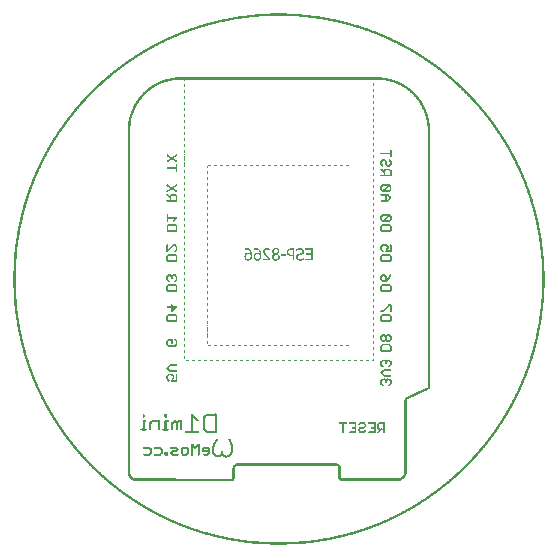
<source format=gbo>
G04 MADE WITH FRITZING*
G04 WWW.FRITZING.ORG*
G04 DOUBLE SIDED*
G04 HOLES PLATED*
G04 CONTOUR ON CENTER OF CONTOUR VECTOR*
%ASAXBY*%
%FSLAX23Y23*%
%MOIN*%
%OFA0B0*%
%SFA1.0B1.0*%
%ADD10R,0.001000X0.001000*%
%LNSILK0*%
G90*
G70*
X599Y1347D02*
X616Y1347D01*
X616Y1514D01*
X687Y1514D01*
X687Y1407D01*
X803Y1407D01*
X803Y1514D01*
X876Y1514D01*
X876Y1407D01*
X991Y1407D01*
X991Y1514D01*
X1062Y1514D01*
X1062Y1347D01*
X1079Y1347D01*
X1079Y1514D01*
X1149Y1514D01*
X1149Y1347D01*
X1172Y1347D01*
X1172Y1531D01*
X974Y1531D01*
X974Y1424D01*
X893Y1424D01*
X893Y1531D01*
X786Y1531D01*
X786Y1424D01*
X704Y1424D01*
X704Y1531D01*
X599Y1531D01*
X599Y1347D01*
D02*
G54D10*
X857Y1772D02*
X913Y1772D01*
X835Y1771D02*
X935Y1771D01*
X819Y1770D02*
X951Y1770D01*
X807Y1769D02*
X963Y1769D01*
X796Y1768D02*
X974Y1768D01*
X787Y1767D02*
X983Y1767D01*
X778Y1766D02*
X992Y1766D01*
X770Y1765D02*
X1000Y1765D01*
X763Y1764D02*
X856Y1764D01*
X914Y1764D02*
X1007Y1764D01*
X756Y1763D02*
X834Y1763D01*
X936Y1763D02*
X1014Y1763D01*
X749Y1762D02*
X818Y1762D01*
X952Y1762D02*
X1021Y1762D01*
X743Y1761D02*
X806Y1761D01*
X964Y1761D02*
X1027Y1761D01*
X737Y1760D02*
X795Y1760D01*
X975Y1760D02*
X1033Y1760D01*
X731Y1759D02*
X786Y1759D01*
X984Y1759D02*
X1039Y1759D01*
X725Y1758D02*
X777Y1758D01*
X993Y1758D02*
X1045Y1758D01*
X720Y1757D02*
X769Y1757D01*
X1001Y1757D02*
X1050Y1757D01*
X715Y1756D02*
X762Y1756D01*
X1008Y1756D02*
X1055Y1756D01*
X710Y1755D02*
X755Y1755D01*
X1015Y1755D02*
X1060Y1755D01*
X705Y1754D02*
X748Y1754D01*
X1022Y1754D02*
X1065Y1754D01*
X700Y1753D02*
X742Y1753D01*
X1028Y1753D02*
X1070Y1753D01*
X696Y1752D02*
X736Y1752D01*
X1034Y1752D02*
X1074Y1752D01*
X691Y1751D02*
X730Y1751D01*
X1040Y1751D02*
X1079Y1751D01*
X687Y1750D02*
X725Y1750D01*
X1045Y1750D02*
X1083Y1750D01*
X682Y1749D02*
X720Y1749D01*
X1050Y1749D02*
X1088Y1749D01*
X678Y1748D02*
X714Y1748D01*
X1056Y1748D02*
X1092Y1748D01*
X674Y1747D02*
X709Y1747D01*
X1061Y1747D02*
X1096Y1747D01*
X670Y1746D02*
X704Y1746D01*
X1066Y1746D02*
X1100Y1746D01*
X666Y1745D02*
X700Y1745D01*
X1070Y1745D02*
X1104Y1745D01*
X662Y1744D02*
X695Y1744D01*
X1075Y1744D02*
X1108Y1744D01*
X658Y1743D02*
X691Y1743D01*
X1079Y1743D02*
X1112Y1743D01*
X655Y1742D02*
X686Y1742D01*
X1084Y1742D02*
X1115Y1742D01*
X651Y1741D02*
X682Y1741D01*
X1088Y1741D02*
X1119Y1741D01*
X647Y1740D02*
X678Y1740D01*
X1092Y1740D02*
X1123Y1740D01*
X644Y1739D02*
X674Y1739D01*
X1096Y1739D02*
X1126Y1739D01*
X640Y1738D02*
X670Y1738D01*
X1100Y1738D02*
X1130Y1738D01*
X637Y1737D02*
X665Y1737D01*
X1105Y1737D02*
X1133Y1737D01*
X634Y1736D02*
X662Y1736D01*
X1108Y1736D02*
X1136Y1736D01*
X630Y1735D02*
X658Y1735D01*
X1112Y1735D02*
X1140Y1735D01*
X627Y1734D02*
X654Y1734D01*
X1116Y1734D02*
X1143Y1734D01*
X623Y1733D02*
X651Y1733D01*
X1119Y1733D02*
X1147Y1733D01*
X620Y1732D02*
X647Y1732D01*
X1123Y1732D02*
X1150Y1732D01*
X617Y1731D02*
X643Y1731D01*
X1127Y1731D02*
X1153Y1731D01*
X614Y1730D02*
X640Y1730D01*
X1130Y1730D02*
X1156Y1730D01*
X611Y1729D02*
X637Y1729D01*
X1133Y1729D02*
X1159Y1729D01*
X608Y1728D02*
X633Y1728D01*
X1137Y1728D02*
X1162Y1728D01*
X605Y1727D02*
X630Y1727D01*
X1140Y1727D02*
X1165Y1727D01*
X602Y1726D02*
X626Y1726D01*
X1144Y1726D02*
X1168Y1726D01*
X599Y1725D02*
X623Y1725D01*
X1147Y1725D02*
X1171Y1725D01*
X596Y1724D02*
X620Y1724D01*
X1150Y1724D02*
X1174Y1724D01*
X593Y1723D02*
X617Y1723D01*
X1153Y1723D02*
X1177Y1723D01*
X590Y1722D02*
X614Y1722D01*
X1156Y1722D02*
X1180Y1722D01*
X588Y1721D02*
X611Y1721D01*
X1159Y1721D02*
X1182Y1721D01*
X585Y1720D02*
X608Y1720D01*
X1162Y1720D02*
X1185Y1720D01*
X582Y1719D02*
X605Y1719D01*
X1165Y1719D02*
X1188Y1719D01*
X579Y1718D02*
X602Y1718D01*
X1168Y1718D02*
X1191Y1718D01*
X577Y1717D02*
X599Y1717D01*
X1171Y1717D02*
X1193Y1717D01*
X574Y1716D02*
X596Y1716D01*
X1174Y1716D02*
X1196Y1716D01*
X571Y1715D02*
X593Y1715D01*
X1177Y1715D02*
X1199Y1715D01*
X569Y1714D02*
X590Y1714D01*
X1180Y1714D02*
X1201Y1714D01*
X566Y1713D02*
X588Y1713D01*
X1182Y1713D02*
X1204Y1713D01*
X563Y1712D02*
X585Y1712D01*
X1185Y1712D02*
X1207Y1712D01*
X561Y1711D02*
X582Y1711D01*
X1188Y1711D02*
X1209Y1711D01*
X558Y1710D02*
X579Y1710D01*
X1191Y1710D02*
X1212Y1710D01*
X556Y1709D02*
X577Y1709D01*
X1193Y1709D02*
X1214Y1709D01*
X553Y1708D02*
X574Y1708D01*
X1196Y1708D02*
X1217Y1708D01*
X551Y1707D02*
X571Y1707D01*
X1199Y1707D02*
X1219Y1707D01*
X549Y1706D02*
X569Y1706D01*
X1201Y1706D02*
X1221Y1706D01*
X546Y1705D02*
X566Y1705D01*
X1204Y1705D02*
X1224Y1705D01*
X544Y1704D02*
X563Y1704D01*
X1207Y1704D02*
X1226Y1704D01*
X541Y1703D02*
X561Y1703D01*
X1209Y1703D02*
X1229Y1703D01*
X539Y1702D02*
X559Y1702D01*
X1211Y1702D02*
X1231Y1702D01*
X537Y1701D02*
X556Y1701D01*
X1214Y1701D02*
X1233Y1701D01*
X534Y1700D02*
X554Y1700D01*
X1216Y1700D02*
X1236Y1700D01*
X532Y1699D02*
X551Y1699D01*
X1219Y1699D02*
X1238Y1699D01*
X530Y1698D02*
X549Y1698D01*
X1221Y1698D02*
X1240Y1698D01*
X527Y1697D02*
X546Y1697D01*
X1224Y1697D02*
X1243Y1697D01*
X525Y1696D02*
X544Y1696D01*
X1226Y1696D02*
X1245Y1696D01*
X523Y1695D02*
X541Y1695D01*
X1229Y1695D02*
X1247Y1695D01*
X521Y1694D02*
X539Y1694D01*
X1231Y1694D02*
X1249Y1694D01*
X519Y1693D02*
X537Y1693D01*
X1233Y1693D02*
X1251Y1693D01*
X516Y1692D02*
X535Y1692D01*
X1235Y1692D02*
X1254Y1692D01*
X514Y1691D02*
X532Y1691D01*
X1238Y1691D02*
X1256Y1691D01*
X512Y1690D02*
X530Y1690D01*
X1240Y1690D02*
X1258Y1690D01*
X510Y1689D02*
X528Y1689D01*
X1242Y1689D02*
X1260Y1689D01*
X508Y1688D02*
X526Y1688D01*
X1244Y1688D02*
X1262Y1688D01*
X506Y1687D02*
X523Y1687D01*
X1247Y1687D02*
X1264Y1687D01*
X504Y1686D02*
X521Y1686D01*
X1249Y1686D02*
X1266Y1686D01*
X501Y1685D02*
X519Y1685D01*
X1251Y1685D02*
X1269Y1685D01*
X499Y1684D02*
X517Y1684D01*
X1253Y1684D02*
X1271Y1684D01*
X497Y1683D02*
X515Y1683D01*
X1255Y1683D02*
X1273Y1683D01*
X495Y1682D02*
X513Y1682D01*
X1257Y1682D02*
X1275Y1682D01*
X493Y1681D02*
X510Y1681D01*
X1260Y1681D02*
X1277Y1681D01*
X491Y1680D02*
X508Y1680D01*
X1262Y1680D02*
X1279Y1680D01*
X489Y1679D02*
X506Y1679D01*
X1264Y1679D02*
X1281Y1679D01*
X487Y1678D02*
X504Y1678D01*
X1266Y1678D02*
X1283Y1678D01*
X485Y1677D02*
X502Y1677D01*
X1268Y1677D02*
X1285Y1677D01*
X483Y1676D02*
X500Y1676D01*
X1270Y1676D02*
X1287Y1676D01*
X481Y1675D02*
X498Y1675D01*
X1272Y1675D02*
X1289Y1675D01*
X479Y1674D02*
X496Y1674D01*
X1274Y1674D02*
X1291Y1674D01*
X478Y1673D02*
X494Y1673D01*
X1276Y1673D02*
X1292Y1673D01*
X476Y1672D02*
X492Y1672D01*
X1278Y1672D02*
X1294Y1672D01*
X474Y1671D02*
X490Y1671D01*
X1280Y1671D02*
X1296Y1671D01*
X472Y1670D02*
X488Y1670D01*
X1282Y1670D02*
X1298Y1670D01*
X470Y1669D02*
X486Y1669D01*
X1284Y1669D02*
X1300Y1669D01*
X468Y1668D02*
X484Y1668D01*
X1286Y1668D02*
X1302Y1668D01*
X466Y1667D02*
X482Y1667D01*
X1288Y1667D02*
X1304Y1667D01*
X464Y1666D02*
X480Y1666D01*
X1290Y1666D02*
X1306Y1666D01*
X462Y1665D02*
X478Y1665D01*
X1292Y1665D02*
X1308Y1665D01*
X461Y1664D02*
X476Y1664D01*
X1294Y1664D02*
X1309Y1664D01*
X459Y1663D02*
X474Y1663D01*
X1296Y1663D02*
X1311Y1663D01*
X457Y1662D02*
X473Y1662D01*
X1297Y1662D02*
X1313Y1662D01*
X455Y1661D02*
X471Y1661D01*
X1299Y1661D02*
X1315Y1661D01*
X453Y1660D02*
X469Y1660D01*
X1301Y1660D02*
X1317Y1660D01*
X452Y1659D02*
X467Y1659D01*
X1303Y1659D02*
X1318Y1659D01*
X450Y1658D02*
X465Y1658D01*
X1305Y1658D02*
X1320Y1658D01*
X448Y1657D02*
X463Y1657D01*
X1307Y1657D02*
X1322Y1657D01*
X446Y1656D02*
X461Y1656D01*
X1309Y1656D02*
X1324Y1656D01*
X445Y1655D02*
X460Y1655D01*
X1310Y1655D02*
X1325Y1655D01*
X443Y1654D02*
X458Y1654D01*
X1312Y1654D02*
X1327Y1654D01*
X441Y1653D02*
X456Y1653D01*
X1314Y1653D02*
X1329Y1653D01*
X439Y1652D02*
X454Y1652D01*
X1316Y1652D02*
X1331Y1652D01*
X438Y1651D02*
X453Y1651D01*
X1317Y1651D02*
X1332Y1651D01*
X436Y1650D02*
X451Y1650D01*
X1319Y1650D02*
X1334Y1650D01*
X434Y1649D02*
X449Y1649D01*
X1321Y1649D02*
X1336Y1649D01*
X433Y1648D02*
X447Y1648D01*
X1323Y1648D02*
X1337Y1648D01*
X431Y1647D02*
X446Y1647D01*
X1324Y1647D02*
X1339Y1647D01*
X429Y1646D02*
X444Y1646D01*
X1326Y1646D02*
X1341Y1646D01*
X428Y1645D02*
X442Y1645D01*
X1328Y1645D02*
X1342Y1645D01*
X426Y1644D02*
X440Y1644D01*
X1330Y1644D02*
X1344Y1644D01*
X424Y1643D02*
X439Y1643D01*
X1331Y1643D02*
X1346Y1643D01*
X423Y1642D02*
X437Y1642D01*
X1333Y1642D02*
X1347Y1642D01*
X421Y1641D02*
X435Y1641D01*
X1335Y1641D02*
X1349Y1641D01*
X420Y1640D02*
X434Y1640D01*
X1336Y1640D02*
X1350Y1640D01*
X418Y1639D02*
X432Y1639D01*
X1338Y1639D02*
X1352Y1639D01*
X416Y1638D02*
X430Y1638D01*
X1340Y1638D02*
X1354Y1638D01*
X415Y1637D02*
X429Y1637D01*
X1341Y1637D02*
X1355Y1637D01*
X413Y1636D02*
X427Y1636D01*
X1343Y1636D02*
X1357Y1636D01*
X412Y1635D02*
X425Y1635D01*
X1345Y1635D02*
X1358Y1635D01*
X410Y1634D02*
X424Y1634D01*
X1346Y1634D02*
X1360Y1634D01*
X408Y1633D02*
X422Y1633D01*
X1348Y1633D02*
X1362Y1633D01*
X407Y1632D02*
X421Y1632D01*
X1349Y1632D02*
X1363Y1632D01*
X405Y1631D02*
X419Y1631D01*
X1351Y1631D02*
X1365Y1631D01*
X404Y1630D02*
X417Y1630D01*
X1353Y1630D02*
X1366Y1630D01*
X402Y1629D02*
X416Y1629D01*
X1354Y1629D02*
X1368Y1629D01*
X401Y1628D02*
X414Y1628D01*
X1356Y1628D02*
X1369Y1628D01*
X399Y1627D02*
X413Y1627D01*
X1357Y1627D02*
X1371Y1627D01*
X398Y1626D02*
X411Y1626D01*
X1359Y1626D02*
X1372Y1626D01*
X396Y1625D02*
X410Y1625D01*
X1360Y1625D02*
X1374Y1625D01*
X395Y1624D02*
X408Y1624D01*
X1362Y1624D02*
X1375Y1624D01*
X393Y1623D02*
X407Y1623D01*
X1363Y1623D02*
X1377Y1623D01*
X392Y1622D02*
X405Y1622D01*
X1365Y1622D02*
X1378Y1622D01*
X390Y1621D02*
X403Y1621D01*
X1367Y1621D02*
X1380Y1621D01*
X389Y1620D02*
X402Y1620D01*
X1368Y1620D02*
X1381Y1620D01*
X387Y1619D02*
X400Y1619D01*
X1370Y1619D02*
X1383Y1619D01*
X386Y1618D02*
X399Y1618D01*
X1371Y1618D02*
X1384Y1618D01*
X384Y1617D02*
X397Y1617D01*
X1373Y1617D02*
X1386Y1617D01*
X383Y1616D02*
X396Y1616D01*
X1374Y1616D02*
X1387Y1616D01*
X381Y1615D02*
X394Y1615D01*
X1376Y1615D02*
X1389Y1615D01*
X380Y1614D02*
X393Y1614D01*
X1377Y1614D02*
X1390Y1614D01*
X379Y1613D02*
X391Y1613D01*
X1379Y1613D02*
X1391Y1613D01*
X377Y1612D02*
X390Y1612D01*
X1380Y1612D02*
X1393Y1612D01*
X376Y1611D02*
X389Y1611D01*
X1381Y1611D02*
X1394Y1611D01*
X374Y1610D02*
X387Y1610D01*
X1383Y1610D02*
X1396Y1610D01*
X373Y1609D02*
X386Y1609D01*
X1384Y1609D02*
X1397Y1609D01*
X371Y1608D02*
X384Y1608D01*
X1386Y1608D02*
X1399Y1608D01*
X370Y1607D02*
X383Y1607D01*
X1387Y1607D02*
X1400Y1607D01*
X369Y1606D02*
X381Y1606D01*
X1389Y1606D02*
X1401Y1606D01*
X367Y1605D02*
X380Y1605D01*
X1390Y1605D02*
X1403Y1605D01*
X366Y1604D02*
X378Y1604D01*
X1392Y1604D02*
X1404Y1604D01*
X365Y1603D02*
X377Y1603D01*
X1393Y1603D02*
X1405Y1603D01*
X363Y1602D02*
X376Y1602D01*
X1394Y1602D02*
X1407Y1602D01*
X362Y1601D02*
X374Y1601D01*
X1396Y1601D02*
X1408Y1601D01*
X360Y1600D02*
X373Y1600D01*
X1397Y1600D02*
X1410Y1600D01*
X359Y1599D02*
X372Y1599D01*
X1398Y1599D02*
X1411Y1599D01*
X358Y1598D02*
X370Y1598D01*
X1400Y1598D02*
X1412Y1598D01*
X356Y1597D02*
X369Y1597D01*
X1401Y1597D02*
X1414Y1597D01*
X355Y1596D02*
X367Y1596D01*
X1403Y1596D02*
X1415Y1596D01*
X354Y1595D02*
X366Y1595D01*
X1404Y1595D02*
X1416Y1595D01*
X352Y1594D02*
X365Y1594D01*
X1405Y1594D02*
X1418Y1594D01*
X351Y1593D02*
X363Y1593D01*
X1407Y1593D02*
X1419Y1593D01*
X350Y1592D02*
X362Y1592D01*
X1408Y1592D02*
X1420Y1592D01*
X348Y1591D02*
X361Y1591D01*
X1409Y1591D02*
X1422Y1591D01*
X347Y1590D02*
X359Y1590D01*
X1411Y1590D02*
X1423Y1590D01*
X346Y1589D02*
X358Y1589D01*
X1412Y1589D02*
X1424Y1589D01*
X345Y1588D02*
X357Y1588D01*
X1413Y1588D02*
X1425Y1588D01*
X343Y1587D02*
X355Y1587D01*
X1415Y1587D02*
X1427Y1587D01*
X342Y1586D02*
X354Y1586D01*
X1416Y1586D02*
X1428Y1586D01*
X341Y1585D02*
X353Y1585D01*
X1417Y1585D02*
X1429Y1585D01*
X339Y1584D02*
X351Y1584D01*
X1419Y1584D02*
X1431Y1584D01*
X338Y1583D02*
X350Y1583D01*
X1420Y1583D02*
X1432Y1583D01*
X337Y1582D02*
X349Y1582D01*
X1421Y1582D02*
X1433Y1582D01*
X336Y1581D02*
X347Y1581D01*
X1423Y1581D02*
X1434Y1581D01*
X334Y1580D02*
X346Y1580D01*
X1424Y1580D02*
X1436Y1580D01*
X333Y1579D02*
X345Y1579D01*
X1425Y1579D02*
X1437Y1579D01*
X332Y1578D02*
X344Y1578D01*
X1426Y1578D02*
X1438Y1578D01*
X331Y1577D02*
X342Y1577D01*
X1428Y1577D02*
X1439Y1577D01*
X329Y1576D02*
X341Y1576D01*
X1429Y1576D02*
X1441Y1576D01*
X328Y1575D02*
X340Y1575D01*
X1430Y1575D02*
X1442Y1575D01*
X327Y1574D02*
X339Y1574D01*
X1431Y1574D02*
X1443Y1574D01*
X326Y1573D02*
X337Y1573D01*
X1433Y1573D02*
X1444Y1573D01*
X324Y1572D02*
X336Y1572D01*
X1434Y1572D02*
X1446Y1572D01*
X323Y1571D02*
X335Y1571D01*
X1435Y1571D02*
X1447Y1571D01*
X322Y1570D02*
X334Y1570D01*
X1436Y1570D02*
X1448Y1570D01*
X321Y1569D02*
X332Y1569D01*
X1438Y1569D02*
X1449Y1569D01*
X320Y1568D02*
X331Y1568D01*
X1439Y1568D02*
X1450Y1568D01*
X318Y1567D02*
X330Y1567D01*
X1440Y1567D02*
X1452Y1567D01*
X317Y1566D02*
X329Y1566D01*
X1441Y1566D02*
X1453Y1566D01*
X316Y1565D02*
X327Y1565D01*
X1443Y1565D02*
X1454Y1565D01*
X315Y1564D02*
X326Y1564D01*
X1444Y1564D02*
X1455Y1564D01*
X314Y1563D02*
X325Y1563D01*
X1445Y1563D02*
X1456Y1563D01*
X312Y1562D02*
X324Y1562D01*
X1446Y1562D02*
X1458Y1562D01*
X311Y1561D02*
X323Y1561D01*
X569Y1561D02*
X571Y1561D01*
X575Y1561D02*
X575Y1561D01*
X579Y1561D02*
X579Y1561D01*
X583Y1561D02*
X583Y1561D01*
X587Y1561D02*
X587Y1561D01*
X591Y1561D02*
X591Y1561D01*
X595Y1561D02*
X595Y1561D01*
X599Y1561D02*
X599Y1561D01*
X603Y1561D02*
X603Y1561D01*
X607Y1561D02*
X607Y1561D01*
X611Y1561D02*
X611Y1561D01*
X615Y1561D02*
X615Y1561D01*
X619Y1561D02*
X619Y1561D01*
X623Y1561D02*
X623Y1561D01*
X627Y1561D02*
X627Y1561D01*
X631Y1561D02*
X631Y1561D01*
X635Y1561D02*
X635Y1561D01*
X639Y1561D02*
X639Y1561D01*
X643Y1561D02*
X643Y1561D01*
X647Y1561D02*
X647Y1561D01*
X651Y1561D02*
X651Y1561D01*
X655Y1561D02*
X655Y1561D01*
X659Y1561D02*
X659Y1561D01*
X663Y1561D02*
X663Y1561D01*
X667Y1561D02*
X667Y1561D01*
X671Y1561D02*
X671Y1561D01*
X675Y1561D02*
X675Y1561D01*
X679Y1561D02*
X679Y1561D01*
X683Y1561D02*
X683Y1561D01*
X687Y1561D02*
X687Y1561D01*
X691Y1561D02*
X691Y1561D01*
X695Y1561D02*
X695Y1561D01*
X699Y1561D02*
X699Y1561D01*
X703Y1561D02*
X703Y1561D01*
X707Y1561D02*
X707Y1561D01*
X711Y1561D02*
X711Y1561D01*
X715Y1561D02*
X715Y1561D01*
X719Y1561D02*
X719Y1561D01*
X723Y1561D02*
X723Y1561D01*
X727Y1561D02*
X727Y1561D01*
X731Y1561D02*
X731Y1561D01*
X735Y1561D02*
X735Y1561D01*
X739Y1561D02*
X739Y1561D01*
X743Y1561D02*
X743Y1561D01*
X747Y1561D02*
X747Y1561D01*
X751Y1561D02*
X751Y1561D01*
X755Y1561D02*
X755Y1561D01*
X759Y1561D02*
X759Y1561D01*
X763Y1561D02*
X763Y1561D01*
X767Y1561D02*
X767Y1561D01*
X771Y1561D02*
X771Y1561D01*
X775Y1561D02*
X775Y1561D01*
X779Y1561D02*
X779Y1561D01*
X783Y1561D02*
X783Y1561D01*
X787Y1561D02*
X787Y1561D01*
X791Y1561D02*
X791Y1561D01*
X795Y1561D02*
X795Y1561D01*
X799Y1561D02*
X799Y1561D01*
X803Y1561D02*
X803Y1561D01*
X807Y1561D02*
X807Y1561D01*
X811Y1561D02*
X811Y1561D01*
X815Y1561D02*
X815Y1561D01*
X819Y1561D02*
X819Y1561D01*
X823Y1561D02*
X823Y1561D01*
X827Y1561D02*
X827Y1561D01*
X831Y1561D02*
X831Y1561D01*
X835Y1561D02*
X835Y1561D01*
X839Y1561D02*
X839Y1561D01*
X843Y1561D02*
X843Y1561D01*
X847Y1561D02*
X847Y1561D01*
X851Y1561D02*
X851Y1561D01*
X855Y1561D02*
X855Y1561D01*
X859Y1561D02*
X859Y1561D01*
X863Y1561D02*
X863Y1561D01*
X867Y1561D02*
X867Y1561D01*
X871Y1561D02*
X871Y1561D01*
X875Y1561D02*
X875Y1561D01*
X879Y1561D02*
X879Y1561D01*
X883Y1561D02*
X883Y1561D01*
X887Y1561D02*
X887Y1561D01*
X891Y1561D02*
X891Y1561D01*
X895Y1561D02*
X895Y1561D01*
X899Y1561D02*
X899Y1561D01*
X903Y1561D02*
X903Y1561D01*
X907Y1561D02*
X907Y1561D01*
X911Y1561D02*
X911Y1561D01*
X915Y1561D02*
X915Y1561D01*
X919Y1561D02*
X919Y1561D01*
X923Y1561D02*
X923Y1561D01*
X927Y1561D02*
X927Y1561D01*
X930Y1561D02*
X931Y1561D01*
X934Y1561D02*
X935Y1561D01*
X938Y1561D02*
X939Y1561D01*
X942Y1561D02*
X943Y1561D01*
X946Y1561D02*
X947Y1561D01*
X950Y1561D02*
X951Y1561D01*
X954Y1561D02*
X955Y1561D01*
X958Y1561D02*
X959Y1561D01*
X962Y1561D02*
X963Y1561D01*
X966Y1561D02*
X967Y1561D01*
X970Y1561D02*
X971Y1561D01*
X974Y1561D02*
X975Y1561D01*
X978Y1561D02*
X979Y1561D01*
X982Y1561D02*
X983Y1561D01*
X986Y1561D02*
X987Y1561D01*
X990Y1561D02*
X991Y1561D01*
X994Y1561D02*
X995Y1561D01*
X998Y1561D02*
X999Y1561D01*
X1002Y1561D02*
X1003Y1561D01*
X1006Y1561D02*
X1007Y1561D01*
X1010Y1561D02*
X1011Y1561D01*
X1014Y1561D02*
X1015Y1561D01*
X1018Y1561D02*
X1019Y1561D01*
X1022Y1561D02*
X1023Y1561D01*
X1026Y1561D02*
X1027Y1561D01*
X1030Y1561D02*
X1031Y1561D01*
X1034Y1561D02*
X1035Y1561D01*
X1038Y1561D02*
X1039Y1561D01*
X1042Y1561D02*
X1043Y1561D01*
X1046Y1561D02*
X1047Y1561D01*
X1050Y1561D02*
X1051Y1561D01*
X1054Y1561D02*
X1055Y1561D01*
X1058Y1561D02*
X1059Y1561D01*
X1062Y1561D02*
X1063Y1561D01*
X1066Y1561D02*
X1067Y1561D01*
X1070Y1561D02*
X1071Y1561D01*
X1074Y1561D02*
X1075Y1561D01*
X1078Y1561D02*
X1079Y1561D01*
X1082Y1561D02*
X1083Y1561D01*
X1086Y1561D02*
X1087Y1561D01*
X1090Y1561D02*
X1091Y1561D01*
X1094Y1561D02*
X1095Y1561D01*
X1098Y1561D02*
X1099Y1561D01*
X1102Y1561D02*
X1103Y1561D01*
X1106Y1561D02*
X1107Y1561D01*
X1110Y1561D02*
X1111Y1561D01*
X1114Y1561D02*
X1115Y1561D01*
X1118Y1561D02*
X1119Y1561D01*
X1122Y1561D02*
X1123Y1561D01*
X1126Y1561D02*
X1127Y1561D01*
X1130Y1561D02*
X1131Y1561D01*
X1134Y1561D02*
X1135Y1561D01*
X1138Y1561D02*
X1139Y1561D01*
X1142Y1561D02*
X1143Y1561D01*
X1146Y1561D02*
X1147Y1561D01*
X1150Y1561D02*
X1151Y1561D01*
X1154Y1561D02*
X1155Y1561D01*
X1158Y1561D02*
X1159Y1561D01*
X1162Y1561D02*
X1163Y1561D01*
X1166Y1561D02*
X1167Y1561D01*
X1170Y1561D02*
X1171Y1561D01*
X1174Y1561D02*
X1175Y1561D01*
X1178Y1561D02*
X1179Y1561D01*
X1182Y1561D02*
X1183Y1561D01*
X1186Y1561D02*
X1187Y1561D01*
X1190Y1561D02*
X1191Y1561D01*
X1194Y1561D02*
X1195Y1561D01*
X1198Y1561D02*
X1199Y1561D01*
X1447Y1561D02*
X1459Y1561D01*
X310Y1560D02*
X321Y1560D01*
X570Y1560D02*
X572Y1560D01*
X575Y1560D02*
X576Y1560D01*
X579Y1560D02*
X580Y1560D01*
X583Y1560D02*
X584Y1560D01*
X587Y1560D02*
X588Y1560D01*
X591Y1560D02*
X592Y1560D01*
X595Y1560D02*
X596Y1560D01*
X599Y1560D02*
X600Y1560D01*
X603Y1560D02*
X604Y1560D01*
X607Y1560D02*
X608Y1560D01*
X611Y1560D02*
X612Y1560D01*
X615Y1560D02*
X616Y1560D01*
X619Y1560D02*
X620Y1560D01*
X623Y1560D02*
X624Y1560D01*
X627Y1560D02*
X628Y1560D01*
X631Y1560D02*
X632Y1560D01*
X635Y1560D02*
X636Y1560D01*
X639Y1560D02*
X640Y1560D01*
X643Y1560D02*
X644Y1560D01*
X647Y1560D02*
X648Y1560D01*
X651Y1560D02*
X652Y1560D01*
X655Y1560D02*
X656Y1560D01*
X659Y1560D02*
X660Y1560D01*
X663Y1560D02*
X664Y1560D01*
X667Y1560D02*
X668Y1560D01*
X671Y1560D02*
X672Y1560D01*
X675Y1560D02*
X676Y1560D01*
X679Y1560D02*
X680Y1560D01*
X683Y1560D02*
X684Y1560D01*
X687Y1560D02*
X688Y1560D01*
X691Y1560D02*
X692Y1560D01*
X695Y1560D02*
X696Y1560D01*
X699Y1560D02*
X700Y1560D01*
X703Y1560D02*
X704Y1560D01*
X707Y1560D02*
X708Y1560D01*
X711Y1560D02*
X712Y1560D01*
X715Y1560D02*
X716Y1560D01*
X718Y1560D02*
X720Y1560D01*
X722Y1560D02*
X724Y1560D01*
X726Y1560D02*
X728Y1560D01*
X730Y1560D02*
X732Y1560D01*
X734Y1560D02*
X736Y1560D01*
X738Y1560D02*
X740Y1560D01*
X742Y1560D02*
X744Y1560D01*
X746Y1560D02*
X748Y1560D01*
X750Y1560D02*
X752Y1560D01*
X754Y1560D02*
X756Y1560D01*
X758Y1560D02*
X759Y1560D01*
X762Y1560D02*
X763Y1560D01*
X766Y1560D02*
X767Y1560D01*
X770Y1560D02*
X771Y1560D01*
X774Y1560D02*
X775Y1560D01*
X778Y1560D02*
X779Y1560D01*
X782Y1560D02*
X783Y1560D01*
X786Y1560D02*
X787Y1560D01*
X790Y1560D02*
X791Y1560D01*
X794Y1560D02*
X795Y1560D01*
X798Y1560D02*
X799Y1560D01*
X802Y1560D02*
X803Y1560D01*
X806Y1560D02*
X807Y1560D01*
X810Y1560D02*
X811Y1560D01*
X814Y1560D02*
X815Y1560D01*
X818Y1560D02*
X819Y1560D01*
X822Y1560D02*
X823Y1560D01*
X826Y1560D02*
X827Y1560D01*
X830Y1560D02*
X831Y1560D01*
X834Y1560D02*
X835Y1560D01*
X838Y1560D02*
X839Y1560D01*
X842Y1560D02*
X843Y1560D01*
X846Y1560D02*
X847Y1560D01*
X850Y1560D02*
X851Y1560D01*
X854Y1560D02*
X855Y1560D01*
X858Y1560D02*
X859Y1560D01*
X862Y1560D02*
X863Y1560D01*
X866Y1560D02*
X867Y1560D01*
X870Y1560D02*
X871Y1560D01*
X874Y1560D02*
X875Y1560D01*
X878Y1560D02*
X879Y1560D01*
X882Y1560D02*
X883Y1560D01*
X886Y1560D02*
X887Y1560D01*
X890Y1560D02*
X891Y1560D01*
X894Y1560D02*
X895Y1560D01*
X898Y1560D02*
X899Y1560D01*
X902Y1560D02*
X903Y1560D01*
X906Y1560D02*
X907Y1560D01*
X910Y1560D02*
X911Y1560D01*
X914Y1560D02*
X915Y1560D01*
X918Y1560D02*
X919Y1560D01*
X922Y1560D02*
X923Y1560D01*
X926Y1560D02*
X927Y1560D01*
X930Y1560D02*
X931Y1560D01*
X934Y1560D02*
X935Y1560D01*
X938Y1560D02*
X939Y1560D01*
X942Y1560D02*
X943Y1560D01*
X946Y1560D02*
X947Y1560D01*
X950Y1560D02*
X951Y1560D01*
X954Y1560D02*
X955Y1560D01*
X958Y1560D02*
X959Y1560D01*
X962Y1560D02*
X963Y1560D01*
X966Y1560D02*
X967Y1560D01*
X970Y1560D02*
X971Y1560D01*
X974Y1560D02*
X975Y1560D01*
X978Y1560D02*
X979Y1560D01*
X982Y1560D02*
X983Y1560D01*
X986Y1560D02*
X987Y1560D01*
X990Y1560D02*
X991Y1560D01*
X994Y1560D02*
X995Y1560D01*
X998Y1560D02*
X999Y1560D01*
X1002Y1560D02*
X1003Y1560D01*
X1006Y1560D02*
X1007Y1560D01*
X1010Y1560D02*
X1011Y1560D01*
X1014Y1560D02*
X1015Y1560D01*
X1018Y1560D02*
X1019Y1560D01*
X1022Y1560D02*
X1023Y1560D01*
X1026Y1560D02*
X1027Y1560D01*
X1030Y1560D02*
X1031Y1560D01*
X1034Y1560D02*
X1035Y1560D01*
X1038Y1560D02*
X1039Y1560D01*
X1042Y1560D02*
X1043Y1560D01*
X1046Y1560D02*
X1047Y1560D01*
X1050Y1560D02*
X1051Y1560D01*
X1054Y1560D02*
X1055Y1560D01*
X1058Y1560D02*
X1059Y1560D01*
X1062Y1560D02*
X1063Y1560D01*
X1066Y1560D02*
X1067Y1560D01*
X1070Y1560D02*
X1071Y1560D01*
X1074Y1560D02*
X1075Y1560D01*
X1078Y1560D02*
X1079Y1560D01*
X1082Y1560D02*
X1083Y1560D01*
X1086Y1560D02*
X1087Y1560D01*
X1090Y1560D02*
X1091Y1560D01*
X1094Y1560D02*
X1095Y1560D01*
X1098Y1560D02*
X1099Y1560D01*
X1102Y1560D02*
X1103Y1560D01*
X1106Y1560D02*
X1107Y1560D01*
X1110Y1560D02*
X1111Y1560D01*
X1114Y1560D02*
X1115Y1560D01*
X1118Y1560D02*
X1119Y1560D01*
X1122Y1560D02*
X1123Y1560D01*
X1126Y1560D02*
X1127Y1560D01*
X1130Y1560D02*
X1131Y1560D01*
X1134Y1560D02*
X1135Y1560D01*
X1138Y1560D02*
X1139Y1560D01*
X1142Y1560D02*
X1143Y1560D01*
X1146Y1560D02*
X1147Y1560D01*
X1150Y1560D02*
X1151Y1560D01*
X1154Y1560D02*
X1155Y1560D01*
X1158Y1560D02*
X1159Y1560D01*
X1162Y1560D02*
X1163Y1560D01*
X1166Y1560D02*
X1167Y1560D01*
X1170Y1560D02*
X1171Y1560D01*
X1174Y1560D02*
X1175Y1560D01*
X1178Y1560D02*
X1179Y1560D01*
X1182Y1560D02*
X1183Y1560D01*
X1186Y1560D02*
X1187Y1560D01*
X1190Y1560D02*
X1191Y1560D01*
X1194Y1560D02*
X1195Y1560D01*
X1198Y1560D02*
X1200Y1560D01*
X1449Y1560D02*
X1460Y1560D01*
X309Y1559D02*
X320Y1559D01*
X540Y1559D02*
X1229Y1559D01*
X1450Y1559D02*
X1461Y1559D01*
X308Y1558D02*
X319Y1558D01*
X532Y1558D02*
X1237Y1558D01*
X1451Y1558D02*
X1462Y1558D01*
X307Y1557D02*
X318Y1557D01*
X527Y1557D02*
X1243Y1557D01*
X1452Y1557D02*
X1463Y1557D01*
X305Y1556D02*
X317Y1556D01*
X522Y1556D02*
X1248Y1556D01*
X1453Y1556D02*
X1465Y1556D01*
X304Y1555D02*
X316Y1555D01*
X517Y1555D02*
X1252Y1555D01*
X1454Y1555D02*
X1466Y1555D01*
X303Y1554D02*
X314Y1554D01*
X513Y1554D02*
X1256Y1554D01*
X1456Y1554D02*
X1467Y1554D01*
X302Y1553D02*
X313Y1553D01*
X510Y1553D02*
X1260Y1553D01*
X1457Y1553D02*
X1468Y1553D01*
X301Y1552D02*
X312Y1552D01*
X506Y1552D02*
X1263Y1552D01*
X1458Y1552D02*
X1469Y1552D01*
X300Y1551D02*
X311Y1551D01*
X503Y1551D02*
X540Y1551D01*
X1199Y1551D02*
X1201Y1551D01*
X1230Y1551D02*
X1266Y1551D01*
X1459Y1551D02*
X1470Y1551D01*
X299Y1550D02*
X310Y1550D01*
X500Y1550D02*
X532Y1550D01*
X1238Y1550D02*
X1269Y1550D01*
X1460Y1550D02*
X1471Y1550D01*
X297Y1549D02*
X309Y1549D01*
X497Y1549D02*
X527Y1549D01*
X569Y1549D02*
X571Y1549D01*
X1243Y1549D02*
X1272Y1549D01*
X1461Y1549D02*
X1473Y1549D01*
X296Y1548D02*
X307Y1548D01*
X495Y1548D02*
X522Y1548D01*
X570Y1548D02*
X571Y1548D01*
X1199Y1548D02*
X1201Y1548D01*
X1248Y1548D02*
X1275Y1548D01*
X1463Y1548D02*
X1474Y1548D01*
X295Y1547D02*
X306Y1547D01*
X492Y1547D02*
X517Y1547D01*
X1199Y1547D02*
X1201Y1547D01*
X1253Y1547D02*
X1277Y1547D01*
X1464Y1547D02*
X1475Y1547D01*
X294Y1546D02*
X305Y1546D01*
X490Y1546D02*
X514Y1546D01*
X1256Y1546D02*
X1280Y1546D01*
X1465Y1546D02*
X1476Y1546D01*
X293Y1545D02*
X304Y1545D01*
X488Y1545D02*
X510Y1545D01*
X569Y1545D02*
X571Y1545D01*
X1260Y1545D02*
X1282Y1545D01*
X1466Y1545D02*
X1477Y1545D01*
X292Y1544D02*
X303Y1544D01*
X485Y1544D02*
X507Y1544D01*
X570Y1544D02*
X571Y1544D01*
X1199Y1544D02*
X1201Y1544D01*
X1263Y1544D02*
X1284Y1544D01*
X1467Y1544D02*
X1478Y1544D01*
X291Y1543D02*
X302Y1543D01*
X483Y1543D02*
X504Y1543D01*
X1199Y1543D02*
X1201Y1543D01*
X1266Y1543D02*
X1286Y1543D01*
X1468Y1543D02*
X1479Y1543D01*
X290Y1542D02*
X301Y1542D01*
X481Y1542D02*
X501Y1542D01*
X1269Y1542D02*
X1288Y1542D01*
X1469Y1542D02*
X1480Y1542D01*
X289Y1541D02*
X299Y1541D01*
X479Y1541D02*
X498Y1541D01*
X569Y1541D02*
X571Y1541D01*
X1272Y1541D02*
X1290Y1541D01*
X1470Y1541D02*
X1481Y1541D01*
X287Y1540D02*
X298Y1540D01*
X477Y1540D02*
X496Y1540D01*
X570Y1540D02*
X571Y1540D01*
X1199Y1540D02*
X1201Y1540D01*
X1274Y1540D02*
X1292Y1540D01*
X1472Y1540D02*
X1483Y1540D01*
X286Y1539D02*
X297Y1539D01*
X475Y1539D02*
X493Y1539D01*
X1199Y1539D02*
X1201Y1539D01*
X1277Y1539D02*
X1294Y1539D01*
X1473Y1539D02*
X1484Y1539D01*
X285Y1538D02*
X296Y1538D01*
X473Y1538D02*
X491Y1538D01*
X1279Y1538D02*
X1296Y1538D01*
X1474Y1538D02*
X1485Y1538D01*
X284Y1537D02*
X295Y1537D01*
X472Y1537D02*
X489Y1537D01*
X569Y1537D02*
X571Y1537D01*
X1281Y1537D02*
X1298Y1537D01*
X1475Y1537D02*
X1486Y1537D01*
X283Y1536D02*
X294Y1536D01*
X470Y1536D02*
X486Y1536D01*
X570Y1536D02*
X571Y1536D01*
X1199Y1536D02*
X1201Y1536D01*
X1284Y1536D02*
X1300Y1536D01*
X1476Y1536D02*
X1487Y1536D01*
X282Y1535D02*
X293Y1535D01*
X468Y1535D02*
X484Y1535D01*
X1199Y1535D02*
X1201Y1535D01*
X1286Y1535D02*
X1301Y1535D01*
X1477Y1535D02*
X1488Y1535D01*
X281Y1534D02*
X292Y1534D01*
X466Y1534D02*
X482Y1534D01*
X1288Y1534D02*
X1303Y1534D01*
X1478Y1534D02*
X1489Y1534D01*
X280Y1533D02*
X291Y1533D01*
X465Y1533D02*
X480Y1533D01*
X569Y1533D02*
X571Y1533D01*
X1290Y1533D02*
X1305Y1533D01*
X1479Y1533D02*
X1490Y1533D01*
X279Y1532D02*
X290Y1532D01*
X463Y1532D02*
X478Y1532D01*
X570Y1532D02*
X571Y1532D01*
X1199Y1532D02*
X1201Y1532D01*
X1292Y1532D02*
X1306Y1532D01*
X1480Y1532D02*
X1491Y1532D01*
X278Y1531D02*
X289Y1531D01*
X462Y1531D02*
X477Y1531D01*
X1199Y1531D02*
X1201Y1531D01*
X1293Y1531D02*
X1308Y1531D01*
X1481Y1531D02*
X1492Y1531D01*
X277Y1530D02*
X287Y1530D01*
X460Y1530D02*
X475Y1530D01*
X1295Y1530D02*
X1309Y1530D01*
X1483Y1530D02*
X1493Y1530D01*
X276Y1529D02*
X286Y1529D01*
X459Y1529D02*
X473Y1529D01*
X569Y1529D02*
X571Y1529D01*
X1297Y1529D02*
X1311Y1529D01*
X1484Y1529D02*
X1494Y1529D01*
X275Y1528D02*
X285Y1528D01*
X457Y1528D02*
X471Y1528D01*
X570Y1528D02*
X571Y1528D01*
X1199Y1528D02*
X1201Y1528D01*
X1299Y1528D02*
X1312Y1528D01*
X1485Y1528D02*
X1495Y1528D01*
X274Y1527D02*
X284Y1527D01*
X456Y1527D02*
X470Y1527D01*
X1199Y1527D02*
X1201Y1527D01*
X1300Y1527D02*
X1314Y1527D01*
X1486Y1527D02*
X1496Y1527D01*
X273Y1526D02*
X283Y1526D01*
X454Y1526D02*
X468Y1526D01*
X1302Y1526D02*
X1315Y1526D01*
X1487Y1526D02*
X1497Y1526D01*
X271Y1525D02*
X282Y1525D01*
X453Y1525D02*
X467Y1525D01*
X569Y1525D02*
X571Y1525D01*
X1303Y1525D02*
X1316Y1525D01*
X1488Y1525D02*
X1499Y1525D01*
X270Y1524D02*
X281Y1524D01*
X452Y1524D02*
X465Y1524D01*
X570Y1524D02*
X571Y1524D01*
X1199Y1524D02*
X1201Y1524D01*
X1305Y1524D02*
X1318Y1524D01*
X1489Y1524D02*
X1500Y1524D01*
X269Y1523D02*
X280Y1523D01*
X450Y1523D02*
X464Y1523D01*
X1199Y1523D02*
X1201Y1523D01*
X1306Y1523D02*
X1319Y1523D01*
X1490Y1523D02*
X1501Y1523D01*
X268Y1522D02*
X279Y1522D01*
X449Y1522D02*
X462Y1522D01*
X1308Y1522D02*
X1320Y1522D01*
X1491Y1522D02*
X1502Y1522D01*
X267Y1521D02*
X278Y1521D01*
X448Y1521D02*
X461Y1521D01*
X569Y1521D02*
X571Y1521D01*
X1309Y1521D02*
X1321Y1521D01*
X1492Y1521D02*
X1503Y1521D01*
X266Y1520D02*
X277Y1520D01*
X447Y1520D02*
X459Y1520D01*
X570Y1520D02*
X571Y1520D01*
X1199Y1520D02*
X1201Y1520D01*
X1311Y1520D02*
X1323Y1520D01*
X1493Y1520D02*
X1504Y1520D01*
X265Y1519D02*
X276Y1519D01*
X445Y1519D02*
X458Y1519D01*
X1199Y1519D02*
X1201Y1519D01*
X1312Y1519D02*
X1324Y1519D01*
X1494Y1519D02*
X1505Y1519D01*
X264Y1518D02*
X275Y1518D01*
X444Y1518D02*
X457Y1518D01*
X1313Y1518D02*
X1325Y1518D01*
X1495Y1518D02*
X1506Y1518D01*
X263Y1517D02*
X274Y1517D01*
X443Y1517D02*
X455Y1517D01*
X569Y1517D02*
X571Y1517D01*
X1315Y1517D02*
X1326Y1517D01*
X1496Y1517D02*
X1507Y1517D01*
X262Y1516D02*
X273Y1516D01*
X442Y1516D02*
X454Y1516D01*
X570Y1516D02*
X571Y1516D01*
X1199Y1516D02*
X1201Y1516D01*
X1316Y1516D02*
X1327Y1516D01*
X1497Y1516D02*
X1508Y1516D01*
X261Y1515D02*
X272Y1515D01*
X441Y1515D02*
X453Y1515D01*
X1199Y1515D02*
X1201Y1515D01*
X1317Y1515D02*
X1329Y1515D01*
X1498Y1515D02*
X1509Y1515D01*
X260Y1514D02*
X271Y1514D01*
X440Y1514D02*
X451Y1514D01*
X1319Y1514D02*
X1330Y1514D01*
X1499Y1514D02*
X1510Y1514D01*
X259Y1513D02*
X270Y1513D01*
X439Y1513D02*
X450Y1513D01*
X569Y1513D02*
X571Y1513D01*
X1320Y1513D02*
X1331Y1513D01*
X1500Y1513D02*
X1511Y1513D01*
X258Y1512D02*
X269Y1512D01*
X438Y1512D02*
X449Y1512D01*
X570Y1512D02*
X571Y1512D01*
X1199Y1512D02*
X1201Y1512D01*
X1321Y1512D02*
X1332Y1512D01*
X1501Y1512D02*
X1512Y1512D01*
X257Y1511D02*
X268Y1511D01*
X437Y1511D02*
X448Y1511D01*
X1199Y1511D02*
X1201Y1511D01*
X1322Y1511D02*
X1333Y1511D01*
X1502Y1511D02*
X1513Y1511D01*
X256Y1510D02*
X267Y1510D01*
X436Y1510D02*
X447Y1510D01*
X1323Y1510D02*
X1334Y1510D01*
X1503Y1510D02*
X1514Y1510D01*
X255Y1509D02*
X266Y1509D01*
X434Y1509D02*
X446Y1509D01*
X569Y1509D02*
X571Y1509D01*
X1324Y1509D02*
X1335Y1509D01*
X1504Y1509D02*
X1515Y1509D01*
X254Y1508D02*
X265Y1508D01*
X433Y1508D02*
X444Y1508D01*
X570Y1508D02*
X571Y1508D01*
X1199Y1508D02*
X1201Y1508D01*
X1326Y1508D02*
X1336Y1508D01*
X1505Y1508D02*
X1516Y1508D01*
X253Y1507D02*
X264Y1507D01*
X432Y1507D02*
X443Y1507D01*
X1199Y1507D02*
X1201Y1507D01*
X1327Y1507D02*
X1337Y1507D01*
X1506Y1507D02*
X1517Y1507D01*
X252Y1506D02*
X263Y1506D01*
X432Y1506D02*
X442Y1506D01*
X1328Y1506D02*
X1338Y1506D01*
X1507Y1506D02*
X1518Y1506D01*
X251Y1505D02*
X262Y1505D01*
X431Y1505D02*
X441Y1505D01*
X569Y1505D02*
X571Y1505D01*
X1329Y1505D02*
X1339Y1505D01*
X1508Y1505D02*
X1519Y1505D01*
X250Y1504D02*
X261Y1504D01*
X430Y1504D02*
X440Y1504D01*
X570Y1504D02*
X571Y1504D01*
X1199Y1504D02*
X1201Y1504D01*
X1330Y1504D02*
X1340Y1504D01*
X1509Y1504D02*
X1520Y1504D01*
X249Y1503D02*
X260Y1503D01*
X429Y1503D02*
X439Y1503D01*
X1199Y1503D02*
X1201Y1503D01*
X1331Y1503D02*
X1341Y1503D01*
X1510Y1503D02*
X1521Y1503D01*
X248Y1502D02*
X259Y1502D01*
X428Y1502D02*
X438Y1502D01*
X1332Y1502D02*
X1342Y1502D01*
X1511Y1502D02*
X1522Y1502D01*
X248Y1501D02*
X258Y1501D01*
X427Y1501D02*
X437Y1501D01*
X569Y1501D02*
X571Y1501D01*
X1333Y1501D02*
X1343Y1501D01*
X1512Y1501D02*
X1522Y1501D01*
X247Y1500D02*
X257Y1500D01*
X426Y1500D02*
X436Y1500D01*
X570Y1500D02*
X571Y1500D01*
X1199Y1500D02*
X1201Y1500D01*
X1334Y1500D02*
X1344Y1500D01*
X1513Y1500D02*
X1523Y1500D01*
X246Y1499D02*
X256Y1499D01*
X425Y1499D02*
X435Y1499D01*
X1199Y1499D02*
X1201Y1499D01*
X1335Y1499D02*
X1344Y1499D01*
X1514Y1499D02*
X1524Y1499D01*
X245Y1498D02*
X255Y1498D01*
X424Y1498D02*
X434Y1498D01*
X1336Y1498D02*
X1345Y1498D01*
X1515Y1498D02*
X1525Y1498D01*
X244Y1497D02*
X254Y1497D01*
X423Y1497D02*
X433Y1497D01*
X569Y1497D02*
X571Y1497D01*
X1337Y1497D02*
X1346Y1497D01*
X1516Y1497D02*
X1526Y1497D01*
X243Y1496D02*
X253Y1496D01*
X423Y1496D02*
X433Y1496D01*
X570Y1496D02*
X571Y1496D01*
X1199Y1496D02*
X1201Y1496D01*
X1337Y1496D02*
X1347Y1496D01*
X1517Y1496D02*
X1527Y1496D01*
X242Y1495D02*
X252Y1495D01*
X422Y1495D02*
X432Y1495D01*
X1199Y1495D02*
X1201Y1495D01*
X1338Y1495D02*
X1348Y1495D01*
X1518Y1495D02*
X1528Y1495D01*
X241Y1494D02*
X251Y1494D01*
X421Y1494D02*
X431Y1494D01*
X1339Y1494D02*
X1349Y1494D01*
X1519Y1494D02*
X1529Y1494D01*
X240Y1493D02*
X250Y1493D01*
X420Y1493D02*
X430Y1493D01*
X569Y1493D02*
X571Y1493D01*
X1340Y1493D02*
X1349Y1493D01*
X1520Y1493D02*
X1530Y1493D01*
X239Y1492D02*
X249Y1492D01*
X419Y1492D02*
X429Y1492D01*
X570Y1492D02*
X571Y1492D01*
X1199Y1492D02*
X1201Y1492D01*
X1341Y1492D02*
X1350Y1492D01*
X1521Y1492D02*
X1531Y1492D01*
X238Y1491D02*
X248Y1491D01*
X419Y1491D02*
X428Y1491D01*
X1199Y1491D02*
X1201Y1491D01*
X1342Y1491D02*
X1351Y1491D01*
X1522Y1491D02*
X1532Y1491D01*
X237Y1490D02*
X247Y1490D01*
X418Y1490D02*
X427Y1490D01*
X1343Y1490D02*
X1352Y1490D01*
X1523Y1490D02*
X1533Y1490D01*
X236Y1489D02*
X246Y1489D01*
X417Y1489D02*
X427Y1489D01*
X569Y1489D02*
X571Y1489D01*
X1343Y1489D02*
X1353Y1489D01*
X1524Y1489D02*
X1534Y1489D01*
X235Y1488D02*
X245Y1488D01*
X416Y1488D02*
X426Y1488D01*
X570Y1488D02*
X571Y1488D01*
X1199Y1488D02*
X1201Y1488D01*
X1344Y1488D02*
X1353Y1488D01*
X1525Y1488D02*
X1535Y1488D01*
X234Y1487D02*
X244Y1487D01*
X416Y1487D02*
X425Y1487D01*
X1199Y1487D02*
X1201Y1487D01*
X1345Y1487D02*
X1354Y1487D01*
X1526Y1487D02*
X1536Y1487D01*
X233Y1486D02*
X243Y1486D01*
X415Y1486D02*
X424Y1486D01*
X1346Y1486D02*
X1355Y1486D01*
X1527Y1486D02*
X1537Y1486D01*
X232Y1485D02*
X242Y1485D01*
X414Y1485D02*
X423Y1485D01*
X569Y1485D02*
X571Y1485D01*
X1347Y1485D02*
X1355Y1485D01*
X1528Y1485D02*
X1538Y1485D01*
X232Y1484D02*
X241Y1484D01*
X413Y1484D02*
X423Y1484D01*
X570Y1484D02*
X571Y1484D01*
X1199Y1484D02*
X1201Y1484D01*
X1347Y1484D02*
X1356Y1484D01*
X1529Y1484D02*
X1538Y1484D01*
X231Y1483D02*
X241Y1483D01*
X413Y1483D02*
X422Y1483D01*
X1199Y1483D02*
X1201Y1483D01*
X1348Y1483D02*
X1357Y1483D01*
X1529Y1483D02*
X1539Y1483D01*
X230Y1482D02*
X240Y1482D01*
X412Y1482D02*
X421Y1482D01*
X1349Y1482D02*
X1358Y1482D01*
X1530Y1482D02*
X1540Y1482D01*
X229Y1481D02*
X239Y1481D01*
X411Y1481D02*
X420Y1481D01*
X569Y1481D02*
X571Y1481D01*
X1350Y1481D02*
X1358Y1481D01*
X1531Y1481D02*
X1541Y1481D01*
X228Y1480D02*
X238Y1480D01*
X411Y1480D02*
X420Y1480D01*
X570Y1480D02*
X571Y1480D01*
X1199Y1480D02*
X1201Y1480D01*
X1350Y1480D02*
X1359Y1480D01*
X1532Y1480D02*
X1542Y1480D01*
X227Y1479D02*
X237Y1479D01*
X410Y1479D02*
X419Y1479D01*
X1199Y1479D02*
X1201Y1479D01*
X1351Y1479D02*
X1360Y1479D01*
X1533Y1479D02*
X1543Y1479D01*
X226Y1478D02*
X236Y1478D01*
X409Y1478D02*
X418Y1478D01*
X1352Y1478D02*
X1360Y1478D01*
X1534Y1478D02*
X1544Y1478D01*
X225Y1477D02*
X235Y1477D01*
X409Y1477D02*
X418Y1477D01*
X569Y1477D02*
X571Y1477D01*
X1352Y1477D02*
X1361Y1477D01*
X1535Y1477D02*
X1545Y1477D01*
X224Y1476D02*
X234Y1476D01*
X408Y1476D02*
X417Y1476D01*
X570Y1476D02*
X571Y1476D01*
X1199Y1476D02*
X1201Y1476D01*
X1353Y1476D02*
X1361Y1476D01*
X1536Y1476D02*
X1546Y1476D01*
X223Y1475D02*
X233Y1475D01*
X408Y1475D02*
X416Y1475D01*
X1199Y1475D02*
X1201Y1475D01*
X1354Y1475D02*
X1362Y1475D01*
X1537Y1475D02*
X1547Y1475D01*
X223Y1474D02*
X232Y1474D01*
X407Y1474D02*
X416Y1474D01*
X1354Y1474D02*
X1363Y1474D01*
X1538Y1474D02*
X1547Y1474D01*
X222Y1473D02*
X231Y1473D01*
X406Y1473D02*
X415Y1473D01*
X569Y1473D02*
X571Y1473D01*
X1355Y1473D02*
X1363Y1473D01*
X1539Y1473D02*
X1548Y1473D01*
X221Y1472D02*
X231Y1472D01*
X406Y1472D02*
X414Y1472D01*
X570Y1472D02*
X571Y1472D01*
X1199Y1472D02*
X1201Y1472D01*
X1356Y1472D02*
X1364Y1472D01*
X1539Y1472D02*
X1549Y1472D01*
X220Y1471D02*
X230Y1471D01*
X405Y1471D02*
X414Y1471D01*
X1199Y1471D02*
X1201Y1471D01*
X1356Y1471D02*
X1364Y1471D01*
X1540Y1471D02*
X1550Y1471D01*
X219Y1470D02*
X229Y1470D01*
X405Y1470D02*
X413Y1470D01*
X1357Y1470D02*
X1365Y1470D01*
X1541Y1470D02*
X1551Y1470D01*
X218Y1469D02*
X228Y1469D01*
X404Y1469D02*
X413Y1469D01*
X569Y1469D02*
X571Y1469D01*
X1357Y1469D02*
X1366Y1469D01*
X1542Y1469D02*
X1552Y1469D01*
X217Y1468D02*
X227Y1468D01*
X404Y1468D02*
X412Y1468D01*
X570Y1468D02*
X571Y1468D01*
X1199Y1468D02*
X1201Y1468D01*
X1358Y1468D02*
X1366Y1468D01*
X1543Y1468D02*
X1553Y1468D01*
X216Y1467D02*
X226Y1467D01*
X403Y1467D02*
X411Y1467D01*
X1199Y1467D02*
X1201Y1467D01*
X1359Y1467D02*
X1367Y1467D01*
X1544Y1467D02*
X1554Y1467D01*
X216Y1466D02*
X225Y1466D01*
X402Y1466D02*
X411Y1466D01*
X1359Y1466D02*
X1367Y1466D01*
X1545Y1466D02*
X1554Y1466D01*
X215Y1465D02*
X224Y1465D01*
X402Y1465D02*
X410Y1465D01*
X569Y1465D02*
X571Y1465D01*
X1360Y1465D02*
X1368Y1465D01*
X1546Y1465D02*
X1555Y1465D01*
X214Y1464D02*
X223Y1464D01*
X401Y1464D02*
X410Y1464D01*
X570Y1464D02*
X571Y1464D01*
X1199Y1464D02*
X1201Y1464D01*
X1360Y1464D02*
X1368Y1464D01*
X1547Y1464D02*
X1556Y1464D01*
X213Y1463D02*
X223Y1463D01*
X401Y1463D02*
X409Y1463D01*
X1199Y1463D02*
X1201Y1463D01*
X1361Y1463D02*
X1369Y1463D01*
X1547Y1463D02*
X1557Y1463D01*
X212Y1462D02*
X222Y1462D01*
X400Y1462D02*
X409Y1462D01*
X1361Y1462D02*
X1369Y1462D01*
X1548Y1462D02*
X1558Y1462D01*
X211Y1461D02*
X221Y1461D01*
X400Y1461D02*
X408Y1461D01*
X569Y1461D02*
X571Y1461D01*
X1362Y1461D02*
X1370Y1461D01*
X1549Y1461D02*
X1559Y1461D01*
X210Y1460D02*
X220Y1460D01*
X399Y1460D02*
X408Y1460D01*
X570Y1460D02*
X571Y1460D01*
X1199Y1460D02*
X1201Y1460D01*
X1362Y1460D02*
X1370Y1460D01*
X1550Y1460D02*
X1560Y1460D01*
X210Y1459D02*
X219Y1459D01*
X399Y1459D02*
X407Y1459D01*
X1199Y1459D02*
X1201Y1459D01*
X1363Y1459D02*
X1371Y1459D01*
X1551Y1459D02*
X1560Y1459D01*
X209Y1458D02*
X218Y1458D01*
X398Y1458D02*
X407Y1458D01*
X1363Y1458D02*
X1371Y1458D01*
X1552Y1458D02*
X1561Y1458D01*
X208Y1457D02*
X217Y1457D01*
X398Y1457D02*
X406Y1457D01*
X569Y1457D02*
X571Y1457D01*
X1364Y1457D02*
X1372Y1457D01*
X1553Y1457D02*
X1562Y1457D01*
X207Y1456D02*
X217Y1456D01*
X398Y1456D02*
X406Y1456D01*
X570Y1456D02*
X571Y1456D01*
X1199Y1456D02*
X1201Y1456D01*
X1364Y1456D02*
X1372Y1456D01*
X1553Y1456D02*
X1563Y1456D01*
X206Y1455D02*
X216Y1455D01*
X397Y1455D02*
X405Y1455D01*
X1199Y1455D02*
X1201Y1455D01*
X1365Y1455D02*
X1373Y1455D01*
X1554Y1455D02*
X1564Y1455D01*
X205Y1454D02*
X215Y1454D01*
X397Y1454D02*
X405Y1454D01*
X1365Y1454D02*
X1373Y1454D01*
X1555Y1454D02*
X1565Y1454D01*
X205Y1453D02*
X214Y1453D01*
X396Y1453D02*
X404Y1453D01*
X569Y1453D02*
X571Y1453D01*
X1366Y1453D02*
X1374Y1453D01*
X1556Y1453D02*
X1565Y1453D01*
X204Y1452D02*
X213Y1452D01*
X396Y1452D02*
X404Y1452D01*
X570Y1452D02*
X571Y1452D01*
X1199Y1452D02*
X1201Y1452D01*
X1366Y1452D02*
X1374Y1452D01*
X1557Y1452D02*
X1566Y1452D01*
X203Y1451D02*
X212Y1451D01*
X395Y1451D02*
X403Y1451D01*
X1199Y1451D02*
X1201Y1451D01*
X1367Y1451D02*
X1374Y1451D01*
X1558Y1451D02*
X1567Y1451D01*
X202Y1450D02*
X211Y1450D01*
X395Y1450D02*
X403Y1450D01*
X1367Y1450D02*
X1375Y1450D01*
X1559Y1450D02*
X1568Y1450D01*
X201Y1449D02*
X211Y1449D01*
X395Y1449D02*
X402Y1449D01*
X569Y1449D02*
X571Y1449D01*
X1368Y1449D02*
X1375Y1449D01*
X1559Y1449D02*
X1569Y1449D01*
X200Y1448D02*
X210Y1448D01*
X394Y1448D02*
X402Y1448D01*
X570Y1448D02*
X571Y1448D01*
X1199Y1448D02*
X1201Y1448D01*
X1368Y1448D02*
X1376Y1448D01*
X1560Y1448D02*
X1570Y1448D01*
X200Y1447D02*
X209Y1447D01*
X394Y1447D02*
X402Y1447D01*
X1199Y1447D02*
X1201Y1447D01*
X1368Y1447D02*
X1376Y1447D01*
X1561Y1447D02*
X1570Y1447D01*
X199Y1446D02*
X208Y1446D01*
X393Y1446D02*
X401Y1446D01*
X1369Y1446D02*
X1376Y1446D01*
X1562Y1446D02*
X1571Y1446D01*
X198Y1445D02*
X207Y1445D01*
X393Y1445D02*
X401Y1445D01*
X569Y1445D02*
X571Y1445D01*
X1369Y1445D02*
X1377Y1445D01*
X1563Y1445D02*
X1572Y1445D01*
X197Y1444D02*
X206Y1444D01*
X393Y1444D02*
X400Y1444D01*
X570Y1444D02*
X571Y1444D01*
X1199Y1444D02*
X1201Y1444D01*
X1370Y1444D02*
X1377Y1444D01*
X1564Y1444D02*
X1573Y1444D01*
X196Y1443D02*
X206Y1443D01*
X392Y1443D02*
X400Y1443D01*
X1199Y1443D02*
X1201Y1443D01*
X1370Y1443D02*
X1378Y1443D01*
X1564Y1443D02*
X1574Y1443D01*
X196Y1442D02*
X205Y1442D01*
X392Y1442D02*
X400Y1442D01*
X1370Y1442D02*
X1378Y1442D01*
X1565Y1442D02*
X1574Y1442D01*
X195Y1441D02*
X204Y1441D01*
X392Y1441D02*
X399Y1441D01*
X569Y1441D02*
X571Y1441D01*
X1371Y1441D02*
X1378Y1441D01*
X1566Y1441D02*
X1575Y1441D01*
X194Y1440D02*
X203Y1440D01*
X391Y1440D02*
X399Y1440D01*
X570Y1440D02*
X571Y1440D01*
X1199Y1440D02*
X1201Y1440D01*
X1371Y1440D02*
X1379Y1440D01*
X1567Y1440D02*
X1576Y1440D01*
X193Y1439D02*
X202Y1439D01*
X391Y1439D02*
X398Y1439D01*
X1199Y1439D02*
X1201Y1439D01*
X1372Y1439D02*
X1379Y1439D01*
X1568Y1439D02*
X1577Y1439D01*
X192Y1438D02*
X202Y1438D01*
X391Y1438D02*
X398Y1438D01*
X1372Y1438D02*
X1379Y1438D01*
X1568Y1438D02*
X1578Y1438D01*
X192Y1437D02*
X201Y1437D01*
X390Y1437D02*
X398Y1437D01*
X569Y1437D02*
X571Y1437D01*
X1372Y1437D02*
X1380Y1437D01*
X1569Y1437D02*
X1578Y1437D01*
X191Y1436D02*
X200Y1436D01*
X390Y1436D02*
X397Y1436D01*
X570Y1436D02*
X571Y1436D01*
X1199Y1436D02*
X1201Y1436D01*
X1373Y1436D02*
X1380Y1436D01*
X1570Y1436D02*
X1579Y1436D01*
X190Y1435D02*
X199Y1435D01*
X390Y1435D02*
X397Y1435D01*
X1199Y1435D02*
X1201Y1435D01*
X1373Y1435D02*
X1380Y1435D01*
X1571Y1435D02*
X1580Y1435D01*
X189Y1434D02*
X198Y1434D01*
X389Y1434D02*
X397Y1434D01*
X1373Y1434D02*
X1381Y1434D01*
X1572Y1434D02*
X1581Y1434D01*
X188Y1433D02*
X198Y1433D01*
X389Y1433D02*
X396Y1433D01*
X569Y1433D02*
X571Y1433D01*
X1374Y1433D02*
X1381Y1433D01*
X1572Y1433D02*
X1582Y1433D01*
X188Y1432D02*
X197Y1432D01*
X389Y1432D02*
X396Y1432D01*
X570Y1432D02*
X571Y1432D01*
X1199Y1432D02*
X1201Y1432D01*
X1374Y1432D02*
X1381Y1432D01*
X1573Y1432D02*
X1582Y1432D01*
X187Y1431D02*
X196Y1431D01*
X388Y1431D02*
X396Y1431D01*
X1199Y1431D02*
X1201Y1431D01*
X1374Y1431D02*
X1381Y1431D01*
X1574Y1431D02*
X1583Y1431D01*
X186Y1430D02*
X195Y1430D01*
X388Y1430D02*
X396Y1430D01*
X1374Y1430D02*
X1382Y1430D01*
X1575Y1430D02*
X1584Y1430D01*
X185Y1429D02*
X194Y1429D01*
X388Y1429D02*
X395Y1429D01*
X569Y1429D02*
X571Y1429D01*
X1375Y1429D02*
X1382Y1429D01*
X1576Y1429D02*
X1585Y1429D01*
X185Y1428D02*
X194Y1428D01*
X388Y1428D02*
X395Y1428D01*
X570Y1428D02*
X571Y1428D01*
X1199Y1428D02*
X1201Y1428D01*
X1375Y1428D02*
X1382Y1428D01*
X1576Y1428D02*
X1585Y1428D01*
X184Y1427D02*
X193Y1427D01*
X387Y1427D02*
X395Y1427D01*
X1199Y1427D02*
X1201Y1427D01*
X1375Y1427D02*
X1383Y1427D01*
X1577Y1427D02*
X1586Y1427D01*
X183Y1426D02*
X192Y1426D01*
X387Y1426D02*
X394Y1426D01*
X1376Y1426D02*
X1383Y1426D01*
X1578Y1426D02*
X1587Y1426D01*
X182Y1425D02*
X191Y1425D01*
X387Y1425D02*
X394Y1425D01*
X569Y1425D02*
X571Y1425D01*
X1376Y1425D02*
X1383Y1425D01*
X1579Y1425D02*
X1588Y1425D01*
X181Y1424D02*
X190Y1424D01*
X387Y1424D02*
X394Y1424D01*
X570Y1424D02*
X571Y1424D01*
X1199Y1424D02*
X1201Y1424D01*
X1376Y1424D02*
X1383Y1424D01*
X1580Y1424D02*
X1589Y1424D01*
X181Y1423D02*
X190Y1423D01*
X386Y1423D02*
X394Y1423D01*
X1199Y1423D02*
X1201Y1423D01*
X1376Y1423D02*
X1384Y1423D01*
X1580Y1423D02*
X1589Y1423D01*
X180Y1422D02*
X189Y1422D01*
X386Y1422D02*
X393Y1422D01*
X1377Y1422D02*
X1384Y1422D01*
X1581Y1422D02*
X1590Y1422D01*
X179Y1421D02*
X188Y1421D01*
X386Y1421D02*
X393Y1421D01*
X569Y1421D02*
X571Y1421D01*
X1377Y1421D02*
X1384Y1421D01*
X1582Y1421D02*
X1591Y1421D01*
X178Y1420D02*
X187Y1420D01*
X386Y1420D02*
X393Y1420D01*
X570Y1420D02*
X571Y1420D01*
X1199Y1420D02*
X1201Y1420D01*
X1377Y1420D02*
X1384Y1420D01*
X1583Y1420D02*
X1592Y1420D01*
X178Y1419D02*
X187Y1419D01*
X385Y1419D02*
X393Y1419D01*
X1199Y1419D02*
X1201Y1419D01*
X1377Y1419D02*
X1384Y1419D01*
X1583Y1419D02*
X1592Y1419D01*
X177Y1418D02*
X186Y1418D01*
X385Y1418D02*
X393Y1418D01*
X1377Y1418D02*
X1385Y1418D01*
X1584Y1418D02*
X1593Y1418D01*
X176Y1417D02*
X185Y1417D01*
X385Y1417D02*
X392Y1417D01*
X569Y1417D02*
X571Y1417D01*
X1378Y1417D02*
X1385Y1417D01*
X1585Y1417D02*
X1594Y1417D01*
X175Y1416D02*
X184Y1416D01*
X385Y1416D02*
X392Y1416D01*
X570Y1416D02*
X571Y1416D01*
X1199Y1416D02*
X1201Y1416D01*
X1378Y1416D02*
X1385Y1416D01*
X1586Y1416D02*
X1595Y1416D01*
X175Y1415D02*
X184Y1415D01*
X385Y1415D02*
X392Y1415D01*
X1199Y1415D02*
X1201Y1415D01*
X1378Y1415D02*
X1385Y1415D01*
X1586Y1415D02*
X1595Y1415D01*
X174Y1414D02*
X183Y1414D01*
X385Y1414D02*
X392Y1414D01*
X1378Y1414D02*
X1385Y1414D01*
X1587Y1414D02*
X1596Y1414D01*
X173Y1413D02*
X182Y1413D01*
X384Y1413D02*
X392Y1413D01*
X569Y1413D02*
X571Y1413D01*
X1378Y1413D02*
X1386Y1413D01*
X1588Y1413D02*
X1597Y1413D01*
X172Y1412D02*
X181Y1412D01*
X384Y1412D02*
X391Y1412D01*
X570Y1412D02*
X571Y1412D01*
X1199Y1412D02*
X1201Y1412D01*
X1379Y1412D02*
X1386Y1412D01*
X1589Y1412D02*
X1598Y1412D01*
X172Y1411D02*
X181Y1411D01*
X384Y1411D02*
X391Y1411D01*
X1199Y1411D02*
X1201Y1411D01*
X1379Y1411D02*
X1386Y1411D01*
X1589Y1411D02*
X1598Y1411D01*
X171Y1410D02*
X180Y1410D01*
X384Y1410D02*
X391Y1410D01*
X1379Y1410D02*
X1386Y1410D01*
X1590Y1410D02*
X1599Y1410D01*
X170Y1409D02*
X179Y1409D01*
X384Y1409D02*
X391Y1409D01*
X569Y1409D02*
X571Y1409D01*
X1379Y1409D02*
X1386Y1409D01*
X1591Y1409D02*
X1600Y1409D01*
X170Y1408D02*
X178Y1408D01*
X384Y1408D02*
X391Y1408D01*
X570Y1408D02*
X571Y1408D01*
X1199Y1408D02*
X1201Y1408D01*
X1379Y1408D02*
X1386Y1408D01*
X1592Y1408D02*
X1600Y1408D01*
X169Y1407D02*
X178Y1407D01*
X383Y1407D02*
X391Y1407D01*
X1199Y1407D02*
X1201Y1407D01*
X1379Y1407D02*
X1387Y1407D01*
X1592Y1407D02*
X1601Y1407D01*
X168Y1406D02*
X177Y1406D01*
X383Y1406D02*
X390Y1406D01*
X1380Y1406D02*
X1387Y1406D01*
X1593Y1406D02*
X1602Y1406D01*
X167Y1405D02*
X176Y1405D01*
X383Y1405D02*
X390Y1405D01*
X569Y1405D02*
X571Y1405D01*
X1380Y1405D02*
X1387Y1405D01*
X1594Y1405D02*
X1603Y1405D01*
X167Y1404D02*
X175Y1404D01*
X383Y1404D02*
X390Y1404D01*
X570Y1404D02*
X571Y1404D01*
X1199Y1404D02*
X1201Y1404D01*
X1380Y1404D02*
X1387Y1404D01*
X1595Y1404D02*
X1603Y1404D01*
X166Y1403D02*
X175Y1403D01*
X383Y1403D02*
X390Y1403D01*
X1199Y1403D02*
X1201Y1403D01*
X1380Y1403D02*
X1387Y1403D01*
X1595Y1403D02*
X1604Y1403D01*
X165Y1402D02*
X174Y1402D01*
X383Y1402D02*
X390Y1402D01*
X1380Y1402D02*
X1387Y1402D01*
X1596Y1402D02*
X1605Y1402D01*
X164Y1401D02*
X173Y1401D01*
X383Y1401D02*
X390Y1401D01*
X569Y1401D02*
X571Y1401D01*
X1380Y1401D02*
X1387Y1401D01*
X1597Y1401D02*
X1606Y1401D01*
X164Y1400D02*
X173Y1400D01*
X383Y1400D02*
X390Y1400D01*
X570Y1400D02*
X571Y1400D01*
X1199Y1400D02*
X1201Y1400D01*
X1380Y1400D02*
X1387Y1400D01*
X1597Y1400D02*
X1606Y1400D01*
X163Y1399D02*
X172Y1399D01*
X383Y1399D02*
X390Y1399D01*
X1199Y1399D02*
X1201Y1399D01*
X1380Y1399D02*
X1387Y1399D01*
X1598Y1399D02*
X1607Y1399D01*
X162Y1398D02*
X171Y1398D01*
X382Y1398D02*
X389Y1398D01*
X1381Y1398D02*
X1388Y1398D01*
X1599Y1398D02*
X1608Y1398D01*
X162Y1397D02*
X170Y1397D01*
X382Y1397D02*
X389Y1397D01*
X569Y1397D02*
X571Y1397D01*
X1381Y1397D02*
X1388Y1397D01*
X1600Y1397D02*
X1608Y1397D01*
X161Y1396D02*
X170Y1396D01*
X382Y1396D02*
X389Y1396D01*
X570Y1396D02*
X571Y1396D01*
X1199Y1396D02*
X1201Y1396D01*
X1381Y1396D02*
X1388Y1396D01*
X1600Y1396D02*
X1609Y1396D01*
X160Y1395D02*
X169Y1395D01*
X382Y1395D02*
X389Y1395D01*
X1199Y1395D02*
X1201Y1395D01*
X1381Y1395D02*
X1388Y1395D01*
X1601Y1395D02*
X1610Y1395D01*
X160Y1394D02*
X168Y1394D01*
X382Y1394D02*
X389Y1394D01*
X1381Y1394D02*
X1388Y1394D01*
X1602Y1394D02*
X1610Y1394D01*
X159Y1393D02*
X167Y1393D01*
X382Y1393D02*
X389Y1393D01*
X569Y1393D02*
X571Y1393D01*
X1381Y1393D02*
X1388Y1393D01*
X1603Y1393D02*
X1611Y1393D01*
X158Y1392D02*
X167Y1392D01*
X382Y1392D02*
X389Y1392D01*
X570Y1392D02*
X571Y1392D01*
X1199Y1392D02*
X1201Y1392D01*
X1381Y1392D02*
X1388Y1392D01*
X1603Y1392D02*
X1612Y1392D01*
X157Y1391D02*
X166Y1391D01*
X382Y1391D02*
X389Y1391D01*
X1199Y1391D02*
X1201Y1391D01*
X1381Y1391D02*
X1388Y1391D01*
X1604Y1391D02*
X1613Y1391D01*
X157Y1390D02*
X165Y1390D01*
X382Y1390D02*
X389Y1390D01*
X1381Y1390D02*
X1388Y1390D01*
X1605Y1390D02*
X1613Y1390D01*
X156Y1389D02*
X165Y1389D01*
X382Y1389D02*
X389Y1389D01*
X569Y1389D02*
X571Y1389D01*
X1381Y1389D02*
X1388Y1389D01*
X1605Y1389D02*
X1614Y1389D01*
X155Y1388D02*
X164Y1388D01*
X382Y1388D02*
X389Y1388D01*
X570Y1388D02*
X571Y1388D01*
X1199Y1388D02*
X1201Y1388D01*
X1381Y1388D02*
X1388Y1388D01*
X1606Y1388D02*
X1615Y1388D01*
X155Y1387D02*
X163Y1387D01*
X382Y1387D02*
X389Y1387D01*
X1199Y1387D02*
X1201Y1387D01*
X1381Y1387D02*
X1388Y1387D01*
X1607Y1387D02*
X1615Y1387D01*
X154Y1386D02*
X163Y1386D01*
X382Y1386D02*
X389Y1386D01*
X1381Y1386D02*
X1388Y1386D01*
X1607Y1386D02*
X1616Y1386D01*
X153Y1385D02*
X162Y1385D01*
X382Y1385D02*
X389Y1385D01*
X569Y1385D02*
X571Y1385D01*
X1381Y1385D02*
X1388Y1385D01*
X1608Y1385D02*
X1617Y1385D01*
X153Y1384D02*
X161Y1384D01*
X382Y1384D02*
X389Y1384D01*
X570Y1384D02*
X571Y1384D01*
X1199Y1384D02*
X1201Y1384D01*
X1381Y1384D02*
X1388Y1384D01*
X1609Y1384D02*
X1617Y1384D01*
X152Y1383D02*
X161Y1383D01*
X382Y1383D02*
X389Y1383D01*
X1199Y1383D02*
X1201Y1383D01*
X1381Y1383D02*
X1388Y1383D01*
X1609Y1383D02*
X1618Y1383D01*
X151Y1382D02*
X160Y1382D01*
X382Y1382D02*
X389Y1382D01*
X1381Y1382D02*
X1388Y1382D01*
X1610Y1382D02*
X1619Y1382D01*
X151Y1381D02*
X159Y1381D01*
X382Y1381D02*
X389Y1381D01*
X569Y1381D02*
X571Y1381D01*
X1381Y1381D02*
X1388Y1381D01*
X1611Y1381D02*
X1619Y1381D01*
X150Y1380D02*
X158Y1380D01*
X382Y1380D02*
X389Y1380D01*
X570Y1380D02*
X571Y1380D01*
X1199Y1380D02*
X1201Y1380D01*
X1381Y1380D02*
X1388Y1380D01*
X1612Y1380D02*
X1620Y1380D01*
X149Y1379D02*
X158Y1379D01*
X382Y1379D02*
X389Y1379D01*
X1199Y1379D02*
X1201Y1379D01*
X1381Y1379D02*
X1388Y1379D01*
X1612Y1379D02*
X1621Y1379D01*
X149Y1378D02*
X157Y1378D01*
X382Y1378D02*
X389Y1378D01*
X1381Y1378D02*
X1388Y1378D01*
X1613Y1378D02*
X1621Y1378D01*
X148Y1377D02*
X156Y1377D01*
X382Y1377D02*
X389Y1377D01*
X569Y1377D02*
X571Y1377D01*
X1381Y1377D02*
X1388Y1377D01*
X1614Y1377D02*
X1622Y1377D01*
X147Y1376D02*
X156Y1376D01*
X382Y1376D02*
X389Y1376D01*
X570Y1376D02*
X571Y1376D01*
X1199Y1376D02*
X1201Y1376D01*
X1381Y1376D02*
X1388Y1376D01*
X1614Y1376D02*
X1623Y1376D01*
X147Y1375D02*
X155Y1375D01*
X382Y1375D02*
X389Y1375D01*
X1199Y1375D02*
X1201Y1375D01*
X1381Y1375D02*
X1388Y1375D01*
X1615Y1375D02*
X1623Y1375D01*
X146Y1374D02*
X154Y1374D01*
X382Y1374D02*
X389Y1374D01*
X1381Y1374D02*
X1388Y1374D01*
X1616Y1374D02*
X1624Y1374D01*
X145Y1373D02*
X154Y1373D01*
X382Y1373D02*
X389Y1373D01*
X569Y1373D02*
X571Y1373D01*
X1381Y1373D02*
X1388Y1373D01*
X1616Y1373D02*
X1625Y1373D01*
X145Y1372D02*
X153Y1372D01*
X382Y1372D02*
X389Y1372D01*
X570Y1372D02*
X571Y1372D01*
X1199Y1372D02*
X1201Y1372D01*
X1381Y1372D02*
X1388Y1372D01*
X1617Y1372D02*
X1625Y1372D01*
X144Y1371D02*
X152Y1371D01*
X382Y1371D02*
X389Y1371D01*
X1199Y1371D02*
X1201Y1371D01*
X1381Y1371D02*
X1388Y1371D01*
X1618Y1371D02*
X1626Y1371D01*
X143Y1370D02*
X152Y1370D01*
X382Y1370D02*
X389Y1370D01*
X1381Y1370D02*
X1388Y1370D01*
X1618Y1370D02*
X1627Y1370D01*
X143Y1369D02*
X151Y1369D01*
X382Y1369D02*
X389Y1369D01*
X569Y1369D02*
X571Y1369D01*
X1381Y1369D02*
X1388Y1369D01*
X1619Y1369D02*
X1627Y1369D01*
X142Y1368D02*
X150Y1368D01*
X382Y1368D02*
X389Y1368D01*
X570Y1368D02*
X571Y1368D01*
X1199Y1368D02*
X1201Y1368D01*
X1381Y1368D02*
X1388Y1368D01*
X1620Y1368D02*
X1628Y1368D01*
X141Y1367D02*
X150Y1367D01*
X382Y1367D02*
X389Y1367D01*
X1199Y1367D02*
X1201Y1367D01*
X1381Y1367D02*
X1388Y1367D01*
X1620Y1367D02*
X1629Y1367D01*
X141Y1366D02*
X149Y1366D01*
X382Y1366D02*
X389Y1366D01*
X1381Y1366D02*
X1388Y1366D01*
X1621Y1366D02*
X1629Y1366D01*
X140Y1365D02*
X149Y1365D01*
X382Y1365D02*
X389Y1365D01*
X569Y1365D02*
X571Y1365D01*
X1381Y1365D02*
X1388Y1365D01*
X1622Y1365D02*
X1630Y1365D01*
X139Y1364D02*
X148Y1364D01*
X382Y1364D02*
X389Y1364D01*
X570Y1364D02*
X571Y1364D01*
X1199Y1364D02*
X1201Y1364D01*
X1381Y1364D02*
X1388Y1364D01*
X1622Y1364D02*
X1631Y1364D01*
X139Y1363D02*
X147Y1363D01*
X382Y1363D02*
X389Y1363D01*
X1199Y1363D02*
X1201Y1363D01*
X1381Y1363D02*
X1388Y1363D01*
X1623Y1363D02*
X1631Y1363D01*
X138Y1362D02*
X147Y1362D01*
X382Y1362D02*
X389Y1362D01*
X1381Y1362D02*
X1388Y1362D01*
X1623Y1362D02*
X1632Y1362D01*
X138Y1361D02*
X146Y1361D01*
X382Y1361D02*
X389Y1361D01*
X569Y1361D02*
X571Y1361D01*
X1381Y1361D02*
X1388Y1361D01*
X1624Y1361D02*
X1632Y1361D01*
X137Y1360D02*
X145Y1360D01*
X382Y1360D02*
X389Y1360D01*
X570Y1360D02*
X571Y1360D01*
X1199Y1360D02*
X1201Y1360D01*
X1381Y1360D02*
X1388Y1360D01*
X1625Y1360D02*
X1633Y1360D01*
X136Y1359D02*
X145Y1359D01*
X382Y1359D02*
X389Y1359D01*
X1199Y1359D02*
X1201Y1359D01*
X1381Y1359D02*
X1388Y1359D01*
X1625Y1359D02*
X1634Y1359D01*
X136Y1358D02*
X144Y1358D01*
X382Y1358D02*
X389Y1358D01*
X1381Y1358D02*
X1388Y1358D01*
X1626Y1358D02*
X1634Y1358D01*
X135Y1357D02*
X143Y1357D01*
X382Y1357D02*
X389Y1357D01*
X569Y1357D02*
X571Y1357D01*
X1381Y1357D02*
X1388Y1357D01*
X1627Y1357D02*
X1635Y1357D01*
X134Y1356D02*
X143Y1356D01*
X382Y1356D02*
X389Y1356D01*
X570Y1356D02*
X571Y1356D01*
X1199Y1356D02*
X1201Y1356D01*
X1381Y1356D02*
X1388Y1356D01*
X1627Y1356D02*
X1636Y1356D01*
X134Y1355D02*
X142Y1355D01*
X382Y1355D02*
X389Y1355D01*
X1199Y1355D02*
X1201Y1355D01*
X1381Y1355D02*
X1388Y1355D01*
X1628Y1355D02*
X1636Y1355D01*
X133Y1354D02*
X141Y1354D01*
X382Y1354D02*
X389Y1354D01*
X1381Y1354D02*
X1388Y1354D01*
X1629Y1354D02*
X1637Y1354D01*
X133Y1353D02*
X141Y1353D01*
X382Y1353D02*
X389Y1353D01*
X569Y1353D02*
X571Y1353D01*
X1381Y1353D02*
X1388Y1353D01*
X1629Y1353D02*
X1637Y1353D01*
X132Y1352D02*
X140Y1352D01*
X382Y1352D02*
X389Y1352D01*
X570Y1352D02*
X571Y1352D01*
X1199Y1352D02*
X1201Y1352D01*
X1381Y1352D02*
X1388Y1352D01*
X1630Y1352D02*
X1638Y1352D01*
X131Y1351D02*
X140Y1351D01*
X382Y1351D02*
X389Y1351D01*
X1199Y1351D02*
X1201Y1351D01*
X1381Y1351D02*
X1388Y1351D01*
X1630Y1351D02*
X1639Y1351D01*
X131Y1350D02*
X139Y1350D01*
X382Y1350D02*
X389Y1350D01*
X1381Y1350D02*
X1388Y1350D01*
X1631Y1350D02*
X1639Y1350D01*
X130Y1349D02*
X138Y1349D01*
X382Y1349D02*
X389Y1349D01*
X569Y1349D02*
X571Y1349D01*
X1381Y1349D02*
X1388Y1349D01*
X1632Y1349D02*
X1640Y1349D01*
X129Y1348D02*
X138Y1348D01*
X382Y1348D02*
X389Y1348D01*
X570Y1348D02*
X571Y1348D01*
X1199Y1348D02*
X1201Y1348D01*
X1381Y1348D02*
X1388Y1348D01*
X1632Y1348D02*
X1641Y1348D01*
X129Y1347D02*
X137Y1347D01*
X382Y1347D02*
X389Y1347D01*
X1199Y1347D02*
X1201Y1347D01*
X1381Y1347D02*
X1388Y1347D01*
X1633Y1347D02*
X1641Y1347D01*
X128Y1346D02*
X136Y1346D01*
X382Y1346D02*
X389Y1346D01*
X1381Y1346D02*
X1388Y1346D01*
X1634Y1346D02*
X1642Y1346D01*
X128Y1345D02*
X136Y1345D01*
X382Y1345D02*
X389Y1345D01*
X569Y1345D02*
X571Y1345D01*
X1381Y1345D02*
X1388Y1345D01*
X1634Y1345D02*
X1642Y1345D01*
X127Y1344D02*
X135Y1344D01*
X382Y1344D02*
X389Y1344D01*
X570Y1344D02*
X571Y1344D01*
X1199Y1344D02*
X1201Y1344D01*
X1381Y1344D02*
X1388Y1344D01*
X1635Y1344D02*
X1643Y1344D01*
X126Y1343D02*
X135Y1343D01*
X382Y1343D02*
X389Y1343D01*
X1199Y1343D02*
X1201Y1343D01*
X1381Y1343D02*
X1388Y1343D01*
X1635Y1343D02*
X1644Y1343D01*
X126Y1342D02*
X134Y1342D01*
X382Y1342D02*
X389Y1342D01*
X1381Y1342D02*
X1388Y1342D01*
X1636Y1342D02*
X1644Y1342D01*
X125Y1341D02*
X133Y1341D01*
X382Y1341D02*
X389Y1341D01*
X569Y1341D02*
X571Y1341D01*
X1381Y1341D02*
X1388Y1341D01*
X1637Y1341D02*
X1645Y1341D01*
X125Y1340D02*
X133Y1340D01*
X382Y1340D02*
X389Y1340D01*
X570Y1340D02*
X571Y1340D01*
X1199Y1340D02*
X1201Y1340D01*
X1381Y1340D02*
X1388Y1340D01*
X1637Y1340D02*
X1645Y1340D01*
X124Y1339D02*
X132Y1339D01*
X382Y1339D02*
X389Y1339D01*
X1199Y1339D02*
X1201Y1339D01*
X1381Y1339D02*
X1388Y1339D01*
X1638Y1339D02*
X1646Y1339D01*
X123Y1338D02*
X132Y1338D01*
X382Y1338D02*
X389Y1338D01*
X1381Y1338D02*
X1388Y1338D01*
X1638Y1338D02*
X1647Y1338D01*
X123Y1337D02*
X131Y1337D01*
X382Y1337D02*
X389Y1337D01*
X569Y1337D02*
X571Y1337D01*
X1381Y1337D02*
X1388Y1337D01*
X1639Y1337D02*
X1647Y1337D01*
X122Y1336D02*
X130Y1336D01*
X382Y1336D02*
X389Y1336D01*
X570Y1336D02*
X571Y1336D01*
X1199Y1336D02*
X1201Y1336D01*
X1381Y1336D02*
X1388Y1336D01*
X1640Y1336D02*
X1648Y1336D01*
X122Y1335D02*
X130Y1335D01*
X382Y1335D02*
X389Y1335D01*
X1199Y1335D02*
X1201Y1335D01*
X1381Y1335D02*
X1388Y1335D01*
X1640Y1335D02*
X1648Y1335D01*
X121Y1334D02*
X129Y1334D01*
X382Y1334D02*
X389Y1334D01*
X1381Y1334D02*
X1388Y1334D01*
X1641Y1334D02*
X1649Y1334D01*
X120Y1333D02*
X129Y1333D01*
X382Y1333D02*
X389Y1333D01*
X569Y1333D02*
X571Y1333D01*
X1381Y1333D02*
X1388Y1333D01*
X1641Y1333D02*
X1650Y1333D01*
X120Y1332D02*
X128Y1332D01*
X382Y1332D02*
X389Y1332D01*
X570Y1332D02*
X571Y1332D01*
X1199Y1332D02*
X1201Y1332D01*
X1381Y1332D02*
X1388Y1332D01*
X1642Y1332D02*
X1650Y1332D01*
X119Y1331D02*
X127Y1331D01*
X382Y1331D02*
X389Y1331D01*
X1199Y1331D02*
X1201Y1331D01*
X1381Y1331D02*
X1388Y1331D01*
X1643Y1331D02*
X1651Y1331D01*
X119Y1330D02*
X127Y1330D01*
X382Y1330D02*
X389Y1330D01*
X1381Y1330D02*
X1388Y1330D01*
X1643Y1330D02*
X1651Y1330D01*
X118Y1329D02*
X126Y1329D01*
X382Y1329D02*
X389Y1329D01*
X569Y1329D02*
X571Y1329D01*
X1381Y1329D02*
X1388Y1329D01*
X1644Y1329D02*
X1652Y1329D01*
X118Y1328D02*
X126Y1328D01*
X382Y1328D02*
X389Y1328D01*
X570Y1328D02*
X571Y1328D01*
X1199Y1328D02*
X1201Y1328D01*
X1381Y1328D02*
X1388Y1328D01*
X1644Y1328D02*
X1652Y1328D01*
X117Y1327D02*
X125Y1327D01*
X382Y1327D02*
X389Y1327D01*
X1199Y1327D02*
X1201Y1327D01*
X1381Y1327D02*
X1388Y1327D01*
X1645Y1327D02*
X1653Y1327D01*
X116Y1326D02*
X125Y1326D01*
X382Y1326D02*
X389Y1326D01*
X1381Y1326D02*
X1388Y1326D01*
X1646Y1326D02*
X1654Y1326D01*
X116Y1325D02*
X124Y1325D01*
X382Y1325D02*
X389Y1325D01*
X569Y1325D02*
X571Y1325D01*
X1381Y1325D02*
X1388Y1325D01*
X1646Y1325D02*
X1654Y1325D01*
X115Y1324D02*
X123Y1324D01*
X382Y1324D02*
X389Y1324D01*
X570Y1324D02*
X571Y1324D01*
X1199Y1324D02*
X1201Y1324D01*
X1381Y1324D02*
X1388Y1324D01*
X1647Y1324D02*
X1655Y1324D01*
X115Y1323D02*
X123Y1323D01*
X382Y1323D02*
X389Y1323D01*
X1199Y1323D02*
X1201Y1323D01*
X1381Y1323D02*
X1388Y1323D01*
X1647Y1323D02*
X1655Y1323D01*
X114Y1322D02*
X122Y1322D01*
X382Y1322D02*
X389Y1322D01*
X1381Y1322D02*
X1388Y1322D01*
X1648Y1322D02*
X1656Y1322D01*
X114Y1321D02*
X122Y1321D01*
X382Y1321D02*
X389Y1321D01*
X569Y1321D02*
X571Y1321D01*
X1381Y1321D02*
X1388Y1321D01*
X1648Y1321D02*
X1656Y1321D01*
X113Y1320D02*
X121Y1320D01*
X382Y1320D02*
X389Y1320D01*
X570Y1320D02*
X571Y1320D01*
X1199Y1320D02*
X1201Y1320D01*
X1381Y1320D02*
X1388Y1320D01*
X1649Y1320D02*
X1657Y1320D01*
X112Y1319D02*
X121Y1319D01*
X382Y1319D02*
X389Y1319D01*
X1199Y1319D02*
X1201Y1319D01*
X1381Y1319D02*
X1388Y1319D01*
X1649Y1319D02*
X1658Y1319D01*
X112Y1318D02*
X120Y1318D01*
X382Y1318D02*
X389Y1318D01*
X1257Y1318D02*
X1258Y1318D01*
X1381Y1318D02*
X1388Y1318D01*
X1650Y1318D02*
X1658Y1318D01*
X111Y1317D02*
X119Y1317D01*
X382Y1317D02*
X389Y1317D01*
X569Y1317D02*
X571Y1317D01*
X1256Y1317D02*
X1259Y1317D01*
X1381Y1317D02*
X1388Y1317D01*
X1651Y1317D02*
X1659Y1317D01*
X111Y1316D02*
X119Y1316D01*
X382Y1316D02*
X389Y1316D01*
X570Y1316D02*
X571Y1316D01*
X1199Y1316D02*
X1201Y1316D01*
X1255Y1316D02*
X1260Y1316D01*
X1381Y1316D02*
X1388Y1316D01*
X1651Y1316D02*
X1659Y1316D01*
X110Y1315D02*
X118Y1315D01*
X382Y1315D02*
X389Y1315D01*
X1199Y1315D02*
X1201Y1315D01*
X1255Y1315D02*
X1260Y1315D01*
X1381Y1315D02*
X1388Y1315D01*
X1652Y1315D02*
X1660Y1315D01*
X110Y1314D02*
X118Y1314D01*
X382Y1314D02*
X389Y1314D01*
X1255Y1314D02*
X1260Y1314D01*
X1381Y1314D02*
X1388Y1314D01*
X1652Y1314D02*
X1660Y1314D01*
X109Y1313D02*
X117Y1313D01*
X382Y1313D02*
X389Y1313D01*
X569Y1313D02*
X571Y1313D01*
X1255Y1313D02*
X1260Y1313D01*
X1381Y1313D02*
X1388Y1313D01*
X1653Y1313D02*
X1661Y1313D01*
X109Y1312D02*
X117Y1312D01*
X382Y1312D02*
X389Y1312D01*
X570Y1312D02*
X571Y1312D01*
X1199Y1312D02*
X1201Y1312D01*
X1255Y1312D02*
X1260Y1312D01*
X1381Y1312D02*
X1388Y1312D01*
X1653Y1312D02*
X1661Y1312D01*
X108Y1311D02*
X116Y1311D01*
X382Y1311D02*
X389Y1311D01*
X1199Y1311D02*
X1201Y1311D01*
X1255Y1311D02*
X1260Y1311D01*
X1381Y1311D02*
X1388Y1311D01*
X1654Y1311D02*
X1662Y1311D01*
X107Y1310D02*
X115Y1310D01*
X382Y1310D02*
X389Y1310D01*
X1255Y1310D02*
X1260Y1310D01*
X1381Y1310D02*
X1388Y1310D01*
X1655Y1310D02*
X1663Y1310D01*
X107Y1309D02*
X115Y1309D01*
X382Y1309D02*
X389Y1309D01*
X569Y1309D02*
X571Y1309D01*
X1255Y1309D02*
X1260Y1309D01*
X1381Y1309D02*
X1388Y1309D01*
X1655Y1309D02*
X1663Y1309D01*
X106Y1308D02*
X114Y1308D01*
X382Y1308D02*
X389Y1308D01*
X570Y1308D02*
X571Y1308D01*
X1199Y1308D02*
X1201Y1308D01*
X1225Y1308D02*
X1260Y1308D01*
X1381Y1308D02*
X1388Y1308D01*
X1656Y1308D02*
X1664Y1308D01*
X106Y1307D02*
X114Y1307D01*
X382Y1307D02*
X389Y1307D01*
X1199Y1307D02*
X1201Y1307D01*
X1224Y1307D02*
X1260Y1307D01*
X1381Y1307D02*
X1388Y1307D01*
X1656Y1307D02*
X1664Y1307D01*
X105Y1306D02*
X113Y1306D01*
X382Y1306D02*
X389Y1306D01*
X1224Y1306D02*
X1260Y1306D01*
X1381Y1306D02*
X1388Y1306D01*
X1657Y1306D02*
X1665Y1306D01*
X105Y1305D02*
X113Y1305D01*
X382Y1305D02*
X389Y1305D01*
X569Y1305D02*
X571Y1305D01*
X1224Y1305D02*
X1260Y1305D01*
X1381Y1305D02*
X1388Y1305D01*
X1657Y1305D02*
X1665Y1305D01*
X104Y1304D02*
X112Y1304D01*
X382Y1304D02*
X389Y1304D01*
X570Y1304D02*
X571Y1304D01*
X1199Y1304D02*
X1201Y1304D01*
X1225Y1304D02*
X1260Y1304D01*
X1381Y1304D02*
X1388Y1304D01*
X1658Y1304D02*
X1666Y1304D01*
X104Y1303D02*
X112Y1303D01*
X382Y1303D02*
X389Y1303D01*
X1199Y1303D02*
X1201Y1303D01*
X1255Y1303D02*
X1260Y1303D01*
X1381Y1303D02*
X1388Y1303D01*
X1658Y1303D02*
X1666Y1303D01*
X103Y1302D02*
X111Y1302D01*
X382Y1302D02*
X389Y1302D01*
X512Y1302D02*
X514Y1302D01*
X542Y1302D02*
X545Y1302D01*
X570Y1302D02*
X571Y1302D01*
X1255Y1302D02*
X1260Y1302D01*
X1381Y1302D02*
X1388Y1302D01*
X1659Y1302D02*
X1667Y1302D01*
X103Y1301D02*
X111Y1301D01*
X382Y1301D02*
X389Y1301D01*
X511Y1301D02*
X516Y1301D01*
X540Y1301D02*
X545Y1301D01*
X569Y1301D02*
X571Y1301D01*
X1255Y1301D02*
X1260Y1301D01*
X1381Y1301D02*
X1388Y1301D01*
X1659Y1301D02*
X1667Y1301D01*
X102Y1300D02*
X110Y1300D01*
X382Y1300D02*
X389Y1300D01*
X511Y1300D02*
X517Y1300D01*
X539Y1300D02*
X546Y1300D01*
X570Y1300D02*
X571Y1300D01*
X1199Y1300D02*
X1201Y1300D01*
X1255Y1300D02*
X1260Y1300D01*
X1381Y1300D02*
X1388Y1300D01*
X1660Y1300D02*
X1668Y1300D01*
X102Y1299D02*
X110Y1299D01*
X382Y1299D02*
X389Y1299D01*
X511Y1299D02*
X519Y1299D01*
X538Y1299D02*
X545Y1299D01*
X1199Y1299D02*
X1201Y1299D01*
X1255Y1299D02*
X1260Y1299D01*
X1381Y1299D02*
X1388Y1299D01*
X1660Y1299D02*
X1668Y1299D01*
X101Y1298D02*
X109Y1298D01*
X382Y1298D02*
X389Y1298D01*
X512Y1298D02*
X520Y1298D01*
X536Y1298D02*
X545Y1298D01*
X570Y1298D02*
X571Y1298D01*
X1255Y1298D02*
X1260Y1298D01*
X1381Y1298D02*
X1388Y1298D01*
X1661Y1298D02*
X1669Y1298D01*
X101Y1297D02*
X108Y1297D01*
X382Y1297D02*
X389Y1297D01*
X513Y1297D02*
X522Y1297D01*
X535Y1297D02*
X543Y1297D01*
X569Y1297D02*
X571Y1297D01*
X1255Y1297D02*
X1260Y1297D01*
X1381Y1297D02*
X1388Y1297D01*
X1662Y1297D02*
X1669Y1297D01*
X100Y1296D02*
X108Y1296D01*
X382Y1296D02*
X389Y1296D01*
X514Y1296D02*
X523Y1296D01*
X533Y1296D02*
X542Y1296D01*
X570Y1296D02*
X571Y1296D01*
X1199Y1296D02*
X1201Y1296D01*
X1255Y1296D02*
X1260Y1296D01*
X1381Y1296D02*
X1388Y1296D01*
X1662Y1296D02*
X1670Y1296D01*
X100Y1295D02*
X107Y1295D01*
X382Y1295D02*
X389Y1295D01*
X516Y1295D02*
X525Y1295D01*
X532Y1295D02*
X541Y1295D01*
X1199Y1295D02*
X1201Y1295D01*
X1255Y1295D02*
X1260Y1295D01*
X1381Y1295D02*
X1388Y1295D01*
X1663Y1295D02*
X1670Y1295D01*
X99Y1294D02*
X107Y1294D01*
X382Y1294D02*
X389Y1294D01*
X517Y1294D02*
X526Y1294D01*
X530Y1294D02*
X539Y1294D01*
X570Y1294D02*
X571Y1294D01*
X1255Y1294D02*
X1260Y1294D01*
X1381Y1294D02*
X1388Y1294D01*
X1663Y1294D02*
X1671Y1294D01*
X98Y1293D02*
X106Y1293D01*
X382Y1293D02*
X389Y1293D01*
X519Y1293D02*
X538Y1293D01*
X569Y1293D02*
X571Y1293D01*
X1256Y1293D02*
X1259Y1293D01*
X1381Y1293D02*
X1388Y1293D01*
X1664Y1293D02*
X1672Y1293D01*
X98Y1292D02*
X106Y1292D01*
X382Y1292D02*
X389Y1292D01*
X520Y1292D02*
X536Y1292D01*
X570Y1292D02*
X571Y1292D01*
X1199Y1292D02*
X1201Y1292D01*
X1381Y1292D02*
X1388Y1292D01*
X1664Y1292D02*
X1672Y1292D01*
X97Y1291D02*
X105Y1291D01*
X382Y1291D02*
X389Y1291D01*
X522Y1291D02*
X535Y1291D01*
X1199Y1291D02*
X1201Y1291D01*
X1381Y1291D02*
X1388Y1291D01*
X1665Y1291D02*
X1673Y1291D01*
X97Y1290D02*
X105Y1290D01*
X382Y1290D02*
X389Y1290D01*
X523Y1290D02*
X533Y1290D01*
X570Y1290D02*
X571Y1290D01*
X1381Y1290D02*
X1388Y1290D01*
X1665Y1290D02*
X1673Y1290D01*
X96Y1289D02*
X104Y1289D01*
X382Y1289D02*
X389Y1289D01*
X523Y1289D02*
X534Y1289D01*
X569Y1289D02*
X571Y1289D01*
X1381Y1289D02*
X1388Y1289D01*
X1666Y1289D02*
X1674Y1289D01*
X96Y1288D02*
X104Y1288D01*
X382Y1288D02*
X389Y1288D01*
X521Y1288D02*
X535Y1288D01*
X570Y1288D02*
X571Y1288D01*
X1199Y1288D02*
X1201Y1288D01*
X1381Y1288D02*
X1388Y1288D01*
X1666Y1288D02*
X1674Y1288D01*
X95Y1287D02*
X103Y1287D01*
X382Y1287D02*
X389Y1287D01*
X520Y1287D02*
X537Y1287D01*
X1199Y1287D02*
X1201Y1287D01*
X1231Y1287D02*
X1238Y1287D01*
X1252Y1287D02*
X1252Y1287D01*
X1381Y1287D02*
X1388Y1287D01*
X1667Y1287D02*
X1675Y1287D01*
X95Y1286D02*
X103Y1286D01*
X382Y1286D02*
X389Y1286D01*
X518Y1286D02*
X527Y1286D01*
X529Y1286D02*
X538Y1286D01*
X570Y1286D02*
X571Y1286D01*
X1230Y1286D02*
X1239Y1286D01*
X1251Y1286D02*
X1254Y1286D01*
X1381Y1286D02*
X1388Y1286D01*
X1667Y1286D02*
X1675Y1286D01*
X94Y1285D02*
X102Y1285D01*
X382Y1285D02*
X389Y1285D01*
X517Y1285D02*
X526Y1285D01*
X531Y1285D02*
X540Y1285D01*
X569Y1285D02*
X571Y1285D01*
X1229Y1285D02*
X1239Y1285D01*
X1250Y1285D02*
X1255Y1285D01*
X1381Y1285D02*
X1388Y1285D01*
X1668Y1285D02*
X1676Y1285D01*
X94Y1284D02*
X102Y1284D01*
X382Y1284D02*
X389Y1284D01*
X515Y1284D02*
X524Y1284D01*
X532Y1284D02*
X541Y1284D01*
X570Y1284D02*
X571Y1284D01*
X1199Y1284D02*
X1201Y1284D01*
X1228Y1284D02*
X1240Y1284D01*
X1250Y1284D02*
X1256Y1284D01*
X1381Y1284D02*
X1388Y1284D01*
X1668Y1284D02*
X1676Y1284D01*
X93Y1283D02*
X101Y1283D01*
X382Y1283D02*
X389Y1283D01*
X514Y1283D02*
X523Y1283D01*
X534Y1283D02*
X542Y1283D01*
X1199Y1283D02*
X1201Y1283D01*
X1227Y1283D02*
X1241Y1283D01*
X1250Y1283D02*
X1257Y1283D01*
X1381Y1283D02*
X1388Y1283D01*
X1669Y1283D02*
X1677Y1283D01*
X93Y1282D02*
X101Y1282D01*
X382Y1282D02*
X389Y1282D01*
X512Y1282D02*
X521Y1282D01*
X535Y1282D02*
X544Y1282D01*
X570Y1282D02*
X571Y1282D01*
X1226Y1282D02*
X1242Y1282D01*
X1251Y1282D02*
X1258Y1282D01*
X1381Y1282D02*
X1388Y1282D01*
X1669Y1282D02*
X1677Y1282D01*
X92Y1281D02*
X100Y1281D01*
X382Y1281D02*
X389Y1281D01*
X511Y1281D02*
X520Y1281D01*
X537Y1281D02*
X545Y1281D01*
X569Y1281D02*
X571Y1281D01*
X1225Y1281D02*
X1232Y1281D01*
X1237Y1281D02*
X1243Y1281D01*
X1252Y1281D02*
X1259Y1281D01*
X1381Y1281D02*
X1388Y1281D01*
X1670Y1281D02*
X1678Y1281D01*
X92Y1280D02*
X100Y1280D01*
X382Y1280D02*
X389Y1280D01*
X511Y1280D02*
X518Y1280D01*
X538Y1280D02*
X546Y1280D01*
X570Y1280D02*
X571Y1280D01*
X1199Y1280D02*
X1201Y1280D01*
X1224Y1280D02*
X1231Y1280D01*
X1237Y1280D02*
X1244Y1280D01*
X1253Y1280D02*
X1260Y1280D01*
X1381Y1280D02*
X1388Y1280D01*
X1670Y1280D02*
X1678Y1280D01*
X91Y1279D02*
X99Y1279D01*
X382Y1279D02*
X389Y1279D01*
X511Y1279D02*
X517Y1279D01*
X539Y1279D02*
X546Y1279D01*
X1199Y1279D02*
X1201Y1279D01*
X1224Y1279D02*
X1230Y1279D01*
X1238Y1279D02*
X1244Y1279D01*
X1254Y1279D02*
X1260Y1279D01*
X1381Y1279D02*
X1388Y1279D01*
X1671Y1279D02*
X1679Y1279D01*
X91Y1278D02*
X99Y1278D01*
X382Y1278D02*
X389Y1278D01*
X511Y1278D02*
X515Y1278D01*
X541Y1278D02*
X545Y1278D01*
X570Y1278D02*
X571Y1278D01*
X1224Y1278D02*
X1229Y1278D01*
X1239Y1278D02*
X1244Y1278D01*
X1255Y1278D02*
X1260Y1278D01*
X1381Y1278D02*
X1388Y1278D01*
X1671Y1278D02*
X1679Y1278D01*
X90Y1277D02*
X98Y1277D01*
X382Y1277D02*
X389Y1277D01*
X512Y1277D02*
X514Y1277D01*
X543Y1277D02*
X544Y1277D01*
X569Y1277D02*
X571Y1277D01*
X1224Y1277D02*
X1228Y1277D01*
X1239Y1277D02*
X1244Y1277D01*
X1255Y1277D02*
X1260Y1277D01*
X1381Y1277D02*
X1388Y1277D01*
X1672Y1277D02*
X1680Y1277D01*
X90Y1276D02*
X98Y1276D01*
X382Y1276D02*
X389Y1276D01*
X570Y1276D02*
X571Y1276D01*
X1199Y1276D02*
X1201Y1276D01*
X1224Y1276D02*
X1228Y1276D01*
X1239Y1276D02*
X1244Y1276D01*
X1255Y1276D02*
X1260Y1276D01*
X1381Y1276D02*
X1388Y1276D01*
X1672Y1276D02*
X1680Y1276D01*
X89Y1275D02*
X97Y1275D01*
X382Y1275D02*
X389Y1275D01*
X1199Y1275D02*
X1201Y1275D01*
X1224Y1275D02*
X1228Y1275D01*
X1239Y1275D02*
X1244Y1275D01*
X1255Y1275D02*
X1260Y1275D01*
X1381Y1275D02*
X1388Y1275D01*
X1673Y1275D02*
X1681Y1275D01*
X89Y1274D02*
X97Y1274D01*
X382Y1274D02*
X389Y1274D01*
X570Y1274D02*
X571Y1274D01*
X1224Y1274D02*
X1228Y1274D01*
X1239Y1274D02*
X1244Y1274D01*
X1255Y1274D02*
X1260Y1274D01*
X1381Y1274D02*
X1388Y1274D01*
X1673Y1274D02*
X1681Y1274D01*
X88Y1273D02*
X96Y1273D01*
X382Y1273D02*
X389Y1273D01*
X569Y1273D02*
X571Y1273D01*
X1224Y1273D02*
X1228Y1273D01*
X1239Y1273D02*
X1244Y1273D01*
X1255Y1273D02*
X1260Y1273D01*
X1381Y1273D02*
X1388Y1273D01*
X1674Y1273D02*
X1682Y1273D01*
X88Y1272D02*
X96Y1272D01*
X382Y1272D02*
X389Y1272D01*
X570Y1272D02*
X571Y1272D01*
X1199Y1272D02*
X1201Y1272D01*
X1224Y1272D02*
X1228Y1272D01*
X1239Y1272D02*
X1244Y1272D01*
X1255Y1272D02*
X1260Y1272D01*
X1381Y1272D02*
X1388Y1272D01*
X1674Y1272D02*
X1682Y1272D01*
X87Y1271D02*
X95Y1271D01*
X382Y1271D02*
X389Y1271D01*
X543Y1271D02*
X544Y1271D01*
X1199Y1271D02*
X1201Y1271D01*
X1224Y1271D02*
X1228Y1271D01*
X1239Y1271D02*
X1244Y1271D01*
X1255Y1271D02*
X1260Y1271D01*
X1381Y1271D02*
X1388Y1271D01*
X1675Y1271D02*
X1683Y1271D01*
X87Y1270D02*
X95Y1270D01*
X382Y1270D02*
X389Y1270D01*
X542Y1270D02*
X545Y1270D01*
X570Y1270D02*
X571Y1270D01*
X1224Y1270D02*
X1229Y1270D01*
X1239Y1270D02*
X1244Y1270D01*
X1255Y1270D02*
X1260Y1270D01*
X1381Y1270D02*
X1388Y1270D01*
X1675Y1270D02*
X1683Y1270D01*
X87Y1269D02*
X94Y1269D01*
X382Y1269D02*
X389Y1269D01*
X541Y1269D02*
X546Y1269D01*
X569Y1269D02*
X571Y1269D01*
X1224Y1269D02*
X1230Y1269D01*
X1239Y1269D02*
X1245Y1269D01*
X1254Y1269D02*
X1260Y1269D01*
X1381Y1269D02*
X1388Y1269D01*
X1676Y1269D02*
X1683Y1269D01*
X86Y1268D02*
X94Y1268D01*
X382Y1268D02*
X389Y1268D01*
X541Y1268D02*
X546Y1268D01*
X570Y1268D02*
X571Y1268D01*
X1199Y1268D02*
X1201Y1268D01*
X1224Y1268D02*
X1231Y1268D01*
X1239Y1268D02*
X1246Y1268D01*
X1253Y1268D02*
X1260Y1268D01*
X1381Y1268D02*
X1388Y1268D01*
X1676Y1268D02*
X1684Y1268D01*
X86Y1267D02*
X93Y1267D01*
X382Y1267D02*
X389Y1267D01*
X541Y1267D02*
X546Y1267D01*
X1199Y1267D02*
X1201Y1267D01*
X1224Y1267D02*
X1232Y1267D01*
X1240Y1267D02*
X1247Y1267D01*
X1252Y1267D02*
X1259Y1267D01*
X1381Y1267D02*
X1388Y1267D01*
X1677Y1267D02*
X1684Y1267D01*
X85Y1266D02*
X93Y1266D01*
X382Y1266D02*
X389Y1266D01*
X541Y1266D02*
X546Y1266D01*
X570Y1266D02*
X571Y1266D01*
X649Y1266D02*
X650Y1266D01*
X653Y1266D02*
X654Y1266D01*
X657Y1266D02*
X658Y1266D01*
X661Y1266D02*
X662Y1266D01*
X665Y1266D02*
X666Y1266D01*
X669Y1266D02*
X670Y1266D01*
X673Y1266D02*
X674Y1266D01*
X677Y1266D02*
X678Y1266D01*
X681Y1266D02*
X682Y1266D01*
X685Y1266D02*
X686Y1266D01*
X689Y1266D02*
X690Y1266D01*
X693Y1266D02*
X694Y1266D01*
X697Y1266D02*
X698Y1266D01*
X701Y1266D02*
X702Y1266D01*
X705Y1266D02*
X706Y1266D01*
X709Y1266D02*
X710Y1266D01*
X713Y1266D02*
X714Y1266D01*
X717Y1266D02*
X718Y1266D01*
X721Y1266D02*
X722Y1266D01*
X725Y1266D02*
X726Y1266D01*
X729Y1266D02*
X730Y1266D01*
X733Y1266D02*
X734Y1266D01*
X737Y1266D02*
X738Y1266D01*
X741Y1266D02*
X742Y1266D01*
X745Y1266D02*
X746Y1266D01*
X749Y1266D02*
X750Y1266D01*
X753Y1266D02*
X754Y1266D01*
X757Y1266D02*
X758Y1266D01*
X761Y1266D02*
X762Y1266D01*
X765Y1266D02*
X766Y1266D01*
X769Y1266D02*
X770Y1266D01*
X773Y1266D02*
X774Y1266D01*
X777Y1266D02*
X778Y1266D01*
X781Y1266D02*
X782Y1266D01*
X785Y1266D02*
X786Y1266D01*
X789Y1266D02*
X790Y1266D01*
X793Y1266D02*
X794Y1266D01*
X797Y1266D02*
X798Y1266D01*
X801Y1266D02*
X802Y1266D01*
X805Y1266D02*
X806Y1266D01*
X809Y1266D02*
X810Y1266D01*
X813Y1266D02*
X814Y1266D01*
X817Y1266D02*
X818Y1266D01*
X821Y1266D02*
X822Y1266D01*
X825Y1266D02*
X826Y1266D01*
X829Y1266D02*
X830Y1266D01*
X833Y1266D02*
X834Y1266D01*
X837Y1266D02*
X838Y1266D01*
X841Y1266D02*
X842Y1266D01*
X845Y1266D02*
X846Y1266D01*
X849Y1266D02*
X850Y1266D01*
X853Y1266D02*
X854Y1266D01*
X857Y1266D02*
X858Y1266D01*
X861Y1266D02*
X862Y1266D01*
X865Y1266D02*
X866Y1266D01*
X869Y1266D02*
X870Y1266D01*
X873Y1266D02*
X874Y1266D01*
X877Y1266D02*
X878Y1266D01*
X881Y1266D02*
X882Y1266D01*
X885Y1266D02*
X886Y1266D01*
X889Y1266D02*
X890Y1266D01*
X893Y1266D02*
X894Y1266D01*
X897Y1266D02*
X898Y1266D01*
X901Y1266D02*
X902Y1266D01*
X905Y1266D02*
X906Y1266D01*
X909Y1266D02*
X910Y1266D01*
X913Y1266D02*
X914Y1266D01*
X917Y1266D02*
X918Y1266D01*
X921Y1266D02*
X922Y1266D01*
X925Y1266D02*
X926Y1266D01*
X929Y1266D02*
X930Y1266D01*
X933Y1266D02*
X934Y1266D01*
X937Y1266D02*
X938Y1266D01*
X941Y1266D02*
X942Y1266D01*
X945Y1266D02*
X946Y1266D01*
X949Y1266D02*
X950Y1266D01*
X953Y1266D02*
X954Y1266D01*
X957Y1266D02*
X958Y1266D01*
X961Y1266D02*
X962Y1266D01*
X965Y1266D02*
X966Y1266D01*
X969Y1266D02*
X970Y1266D01*
X973Y1266D02*
X974Y1266D01*
X977Y1266D02*
X978Y1266D01*
X981Y1266D02*
X982Y1266D01*
X985Y1266D02*
X986Y1266D01*
X989Y1266D02*
X990Y1266D01*
X993Y1266D02*
X994Y1266D01*
X997Y1266D02*
X998Y1266D01*
X1001Y1266D02*
X1002Y1266D01*
X1005Y1266D02*
X1006Y1266D01*
X1009Y1266D02*
X1010Y1266D01*
X1013Y1266D02*
X1014Y1266D01*
X1017Y1266D02*
X1018Y1266D01*
X1021Y1266D02*
X1022Y1266D01*
X1025Y1266D02*
X1026Y1266D01*
X1029Y1266D02*
X1030Y1266D01*
X1033Y1266D02*
X1034Y1266D01*
X1037Y1266D02*
X1038Y1266D01*
X1041Y1266D02*
X1042Y1266D01*
X1045Y1266D02*
X1046Y1266D01*
X1049Y1266D02*
X1050Y1266D01*
X1053Y1266D02*
X1054Y1266D01*
X1057Y1266D02*
X1058Y1266D01*
X1061Y1266D02*
X1062Y1266D01*
X1065Y1266D02*
X1066Y1266D01*
X1069Y1266D02*
X1070Y1266D01*
X1073Y1266D02*
X1074Y1266D01*
X1077Y1266D02*
X1078Y1266D01*
X1081Y1266D02*
X1082Y1266D01*
X1085Y1266D02*
X1086Y1266D01*
X1089Y1266D02*
X1090Y1266D01*
X1093Y1266D02*
X1094Y1266D01*
X1097Y1266D02*
X1098Y1266D01*
X1101Y1266D02*
X1102Y1266D01*
X1105Y1266D02*
X1106Y1266D01*
X1109Y1266D02*
X1110Y1266D01*
X1113Y1266D02*
X1114Y1266D01*
X1117Y1266D02*
X1118Y1266D01*
X1121Y1266D02*
X1122Y1266D01*
X1226Y1266D02*
X1233Y1266D01*
X1241Y1266D02*
X1258Y1266D01*
X1381Y1266D02*
X1388Y1266D01*
X1677Y1266D02*
X1685Y1266D01*
X85Y1265D02*
X92Y1265D01*
X382Y1265D02*
X389Y1265D01*
X541Y1265D02*
X546Y1265D01*
X569Y1265D02*
X571Y1265D01*
X649Y1265D02*
X650Y1265D01*
X653Y1265D02*
X654Y1265D01*
X657Y1265D02*
X658Y1265D01*
X661Y1265D02*
X662Y1265D01*
X665Y1265D02*
X666Y1265D01*
X669Y1265D02*
X670Y1265D01*
X673Y1265D02*
X674Y1265D01*
X677Y1265D02*
X678Y1265D01*
X681Y1265D02*
X682Y1265D01*
X685Y1265D02*
X686Y1265D01*
X689Y1265D02*
X690Y1265D01*
X693Y1265D02*
X694Y1265D01*
X697Y1265D02*
X698Y1265D01*
X701Y1265D02*
X702Y1265D01*
X705Y1265D02*
X706Y1265D01*
X709Y1265D02*
X710Y1265D01*
X713Y1265D02*
X714Y1265D01*
X717Y1265D02*
X718Y1265D01*
X721Y1265D02*
X722Y1265D01*
X725Y1265D02*
X726Y1265D01*
X729Y1265D02*
X730Y1265D01*
X733Y1265D02*
X734Y1265D01*
X737Y1265D02*
X738Y1265D01*
X741Y1265D02*
X742Y1265D01*
X745Y1265D02*
X746Y1265D01*
X749Y1265D02*
X750Y1265D01*
X753Y1265D02*
X754Y1265D01*
X757Y1265D02*
X758Y1265D01*
X761Y1265D02*
X762Y1265D01*
X765Y1265D02*
X766Y1265D01*
X769Y1265D02*
X770Y1265D01*
X773Y1265D02*
X774Y1265D01*
X777Y1265D02*
X778Y1265D01*
X781Y1265D02*
X782Y1265D01*
X785Y1265D02*
X786Y1265D01*
X789Y1265D02*
X790Y1265D01*
X793Y1265D02*
X794Y1265D01*
X797Y1265D02*
X798Y1265D01*
X801Y1265D02*
X802Y1265D01*
X805Y1265D02*
X806Y1265D01*
X809Y1265D02*
X810Y1265D01*
X813Y1265D02*
X814Y1265D01*
X817Y1265D02*
X818Y1265D01*
X821Y1265D02*
X822Y1265D01*
X825Y1265D02*
X826Y1265D01*
X829Y1265D02*
X830Y1265D01*
X833Y1265D02*
X834Y1265D01*
X837Y1265D02*
X838Y1265D01*
X841Y1265D02*
X842Y1265D01*
X845Y1265D02*
X846Y1265D01*
X849Y1265D02*
X850Y1265D01*
X853Y1265D02*
X854Y1265D01*
X857Y1265D02*
X858Y1265D01*
X861Y1265D02*
X862Y1265D01*
X865Y1265D02*
X866Y1265D01*
X869Y1265D02*
X870Y1265D01*
X873Y1265D02*
X874Y1265D01*
X877Y1265D02*
X878Y1265D01*
X881Y1265D02*
X882Y1265D01*
X885Y1265D02*
X886Y1265D01*
X889Y1265D02*
X890Y1265D01*
X893Y1265D02*
X894Y1265D01*
X897Y1265D02*
X898Y1265D01*
X901Y1265D02*
X902Y1265D01*
X905Y1265D02*
X906Y1265D01*
X909Y1265D02*
X910Y1265D01*
X913Y1265D02*
X914Y1265D01*
X917Y1265D02*
X918Y1265D01*
X921Y1265D02*
X922Y1265D01*
X925Y1265D02*
X926Y1265D01*
X929Y1265D02*
X930Y1265D01*
X933Y1265D02*
X934Y1265D01*
X937Y1265D02*
X938Y1265D01*
X941Y1265D02*
X942Y1265D01*
X945Y1265D02*
X946Y1265D01*
X949Y1265D02*
X950Y1265D01*
X953Y1265D02*
X954Y1265D01*
X957Y1265D02*
X958Y1265D01*
X961Y1265D02*
X962Y1265D01*
X965Y1265D02*
X966Y1265D01*
X969Y1265D02*
X970Y1265D01*
X973Y1265D02*
X974Y1265D01*
X977Y1265D02*
X978Y1265D01*
X981Y1265D02*
X982Y1265D01*
X985Y1265D02*
X986Y1265D01*
X989Y1265D02*
X990Y1265D01*
X993Y1265D02*
X994Y1265D01*
X997Y1265D02*
X998Y1265D01*
X1001Y1265D02*
X1002Y1265D01*
X1005Y1265D02*
X1006Y1265D01*
X1009Y1265D02*
X1010Y1265D01*
X1013Y1265D02*
X1014Y1265D01*
X1017Y1265D02*
X1018Y1265D01*
X1021Y1265D02*
X1022Y1265D01*
X1025Y1265D02*
X1026Y1265D01*
X1029Y1265D02*
X1030Y1265D01*
X1033Y1265D02*
X1034Y1265D01*
X1037Y1265D02*
X1038Y1265D01*
X1041Y1265D02*
X1042Y1265D01*
X1045Y1265D02*
X1046Y1265D01*
X1049Y1265D02*
X1050Y1265D01*
X1053Y1265D02*
X1054Y1265D01*
X1057Y1265D02*
X1058Y1265D01*
X1061Y1265D02*
X1062Y1265D01*
X1065Y1265D02*
X1066Y1265D01*
X1069Y1265D02*
X1070Y1265D01*
X1073Y1265D02*
X1074Y1265D01*
X1077Y1265D02*
X1078Y1265D01*
X1081Y1265D02*
X1082Y1265D01*
X1085Y1265D02*
X1086Y1265D01*
X1089Y1265D02*
X1090Y1265D01*
X1093Y1265D02*
X1094Y1265D01*
X1097Y1265D02*
X1098Y1265D01*
X1101Y1265D02*
X1102Y1265D01*
X1105Y1265D02*
X1106Y1265D01*
X1109Y1265D02*
X1110Y1265D01*
X1113Y1265D02*
X1114Y1265D01*
X1117Y1265D02*
X1118Y1265D01*
X1121Y1265D02*
X1122Y1265D01*
X1227Y1265D02*
X1233Y1265D01*
X1242Y1265D02*
X1257Y1265D01*
X1381Y1265D02*
X1388Y1265D01*
X1678Y1265D02*
X1685Y1265D01*
X84Y1264D02*
X92Y1264D01*
X382Y1264D02*
X389Y1264D01*
X541Y1264D02*
X546Y1264D01*
X570Y1264D02*
X571Y1264D01*
X649Y1264D02*
X650Y1264D01*
X653Y1264D02*
X654Y1264D01*
X657Y1264D02*
X658Y1264D01*
X661Y1264D02*
X662Y1264D01*
X665Y1264D02*
X666Y1264D01*
X669Y1264D02*
X670Y1264D01*
X673Y1264D02*
X674Y1264D01*
X677Y1264D02*
X678Y1264D01*
X681Y1264D02*
X682Y1264D01*
X685Y1264D02*
X686Y1264D01*
X689Y1264D02*
X690Y1264D01*
X693Y1264D02*
X694Y1264D01*
X697Y1264D02*
X698Y1264D01*
X701Y1264D02*
X702Y1264D01*
X705Y1264D02*
X706Y1264D01*
X709Y1264D02*
X710Y1264D01*
X713Y1264D02*
X714Y1264D01*
X717Y1264D02*
X718Y1264D01*
X721Y1264D02*
X722Y1264D01*
X725Y1264D02*
X726Y1264D01*
X729Y1264D02*
X730Y1264D01*
X733Y1264D02*
X734Y1264D01*
X737Y1264D02*
X738Y1264D01*
X741Y1264D02*
X742Y1264D01*
X745Y1264D02*
X746Y1264D01*
X749Y1264D02*
X750Y1264D01*
X753Y1264D02*
X754Y1264D01*
X757Y1264D02*
X758Y1264D01*
X761Y1264D02*
X762Y1264D01*
X765Y1264D02*
X766Y1264D01*
X769Y1264D02*
X770Y1264D01*
X773Y1264D02*
X774Y1264D01*
X777Y1264D02*
X778Y1264D01*
X781Y1264D02*
X782Y1264D01*
X785Y1264D02*
X786Y1264D01*
X789Y1264D02*
X790Y1264D01*
X793Y1264D02*
X794Y1264D01*
X797Y1264D02*
X798Y1264D01*
X801Y1264D02*
X802Y1264D01*
X805Y1264D02*
X806Y1264D01*
X809Y1264D02*
X810Y1264D01*
X813Y1264D02*
X814Y1264D01*
X817Y1264D02*
X818Y1264D01*
X821Y1264D02*
X822Y1264D01*
X825Y1264D02*
X826Y1264D01*
X829Y1264D02*
X830Y1264D01*
X833Y1264D02*
X834Y1264D01*
X837Y1264D02*
X838Y1264D01*
X841Y1264D02*
X842Y1264D01*
X845Y1264D02*
X846Y1264D01*
X849Y1264D02*
X850Y1264D01*
X853Y1264D02*
X854Y1264D01*
X857Y1264D02*
X858Y1264D01*
X861Y1264D02*
X862Y1264D01*
X865Y1264D02*
X866Y1264D01*
X869Y1264D02*
X870Y1264D01*
X873Y1264D02*
X874Y1264D01*
X877Y1264D02*
X878Y1264D01*
X881Y1264D02*
X882Y1264D01*
X885Y1264D02*
X886Y1264D01*
X889Y1264D02*
X890Y1264D01*
X893Y1264D02*
X894Y1264D01*
X897Y1264D02*
X898Y1264D01*
X901Y1264D02*
X902Y1264D01*
X905Y1264D02*
X906Y1264D01*
X909Y1264D02*
X910Y1264D01*
X913Y1264D02*
X914Y1264D01*
X917Y1264D02*
X918Y1264D01*
X921Y1264D02*
X922Y1264D01*
X925Y1264D02*
X926Y1264D01*
X929Y1264D02*
X930Y1264D01*
X933Y1264D02*
X934Y1264D01*
X937Y1264D02*
X938Y1264D01*
X941Y1264D02*
X942Y1264D01*
X945Y1264D02*
X946Y1264D01*
X949Y1264D02*
X950Y1264D01*
X953Y1264D02*
X954Y1264D01*
X957Y1264D02*
X958Y1264D01*
X961Y1264D02*
X962Y1264D01*
X965Y1264D02*
X966Y1264D01*
X969Y1264D02*
X970Y1264D01*
X973Y1264D02*
X974Y1264D01*
X977Y1264D02*
X978Y1264D01*
X981Y1264D02*
X982Y1264D01*
X985Y1264D02*
X986Y1264D01*
X989Y1264D02*
X990Y1264D01*
X993Y1264D02*
X994Y1264D01*
X997Y1264D02*
X998Y1264D01*
X1001Y1264D02*
X1002Y1264D01*
X1005Y1264D02*
X1006Y1264D01*
X1009Y1264D02*
X1010Y1264D01*
X1013Y1264D02*
X1014Y1264D01*
X1017Y1264D02*
X1018Y1264D01*
X1021Y1264D02*
X1022Y1264D01*
X1025Y1264D02*
X1026Y1264D01*
X1029Y1264D02*
X1030Y1264D01*
X1033Y1264D02*
X1034Y1264D01*
X1037Y1264D02*
X1038Y1264D01*
X1041Y1264D02*
X1042Y1264D01*
X1045Y1264D02*
X1046Y1264D01*
X1049Y1264D02*
X1050Y1264D01*
X1053Y1264D02*
X1054Y1264D01*
X1057Y1264D02*
X1058Y1264D01*
X1061Y1264D02*
X1062Y1264D01*
X1065Y1264D02*
X1066Y1264D01*
X1069Y1264D02*
X1070Y1264D01*
X1073Y1264D02*
X1074Y1264D01*
X1077Y1264D02*
X1078Y1264D01*
X1081Y1264D02*
X1082Y1264D01*
X1085Y1264D02*
X1086Y1264D01*
X1089Y1264D02*
X1090Y1264D01*
X1093Y1264D02*
X1094Y1264D01*
X1097Y1264D02*
X1098Y1264D01*
X1101Y1264D02*
X1102Y1264D01*
X1105Y1264D02*
X1106Y1264D01*
X1109Y1264D02*
X1110Y1264D01*
X1113Y1264D02*
X1114Y1264D01*
X1117Y1264D02*
X1118Y1264D01*
X1121Y1264D02*
X1123Y1264D01*
X1199Y1264D02*
X1201Y1264D01*
X1228Y1264D02*
X1234Y1264D01*
X1243Y1264D02*
X1256Y1264D01*
X1381Y1264D02*
X1388Y1264D01*
X1678Y1264D02*
X1686Y1264D01*
X84Y1263D02*
X91Y1263D01*
X382Y1263D02*
X389Y1263D01*
X541Y1263D02*
X546Y1263D01*
X647Y1263D02*
X649Y1263D01*
X1122Y1263D02*
X1123Y1263D01*
X1199Y1263D02*
X1201Y1263D01*
X1229Y1263D02*
X1234Y1263D01*
X1244Y1263D02*
X1255Y1263D01*
X1381Y1263D02*
X1388Y1263D01*
X1679Y1263D02*
X1686Y1263D01*
X83Y1262D02*
X91Y1262D01*
X382Y1262D02*
X389Y1262D01*
X541Y1262D02*
X546Y1262D01*
X570Y1262D02*
X571Y1262D01*
X647Y1262D02*
X648Y1262D01*
X1230Y1262D02*
X1233Y1262D01*
X1245Y1262D02*
X1254Y1262D01*
X1381Y1262D02*
X1388Y1262D01*
X1679Y1262D02*
X1687Y1262D01*
X83Y1261D02*
X90Y1261D01*
X382Y1261D02*
X389Y1261D01*
X541Y1261D02*
X546Y1261D01*
X569Y1261D02*
X571Y1261D01*
X1231Y1261D02*
X1232Y1261D01*
X1246Y1261D02*
X1253Y1261D01*
X1381Y1261D02*
X1388Y1261D01*
X1680Y1261D02*
X1687Y1261D01*
X82Y1260D02*
X90Y1260D01*
X382Y1260D02*
X389Y1260D01*
X512Y1260D02*
X546Y1260D01*
X1122Y1260D02*
X1123Y1260D01*
X1199Y1260D02*
X1201Y1260D01*
X1381Y1260D02*
X1388Y1260D01*
X1680Y1260D02*
X1688Y1260D01*
X82Y1259D02*
X90Y1259D01*
X382Y1259D02*
X389Y1259D01*
X511Y1259D02*
X546Y1259D01*
X647Y1259D02*
X649Y1259D01*
X1122Y1259D02*
X1123Y1259D01*
X1199Y1259D02*
X1201Y1259D01*
X1381Y1259D02*
X1388Y1259D01*
X1680Y1259D02*
X1688Y1259D01*
X81Y1258D02*
X89Y1258D01*
X382Y1258D02*
X389Y1258D01*
X511Y1258D02*
X546Y1258D01*
X570Y1258D02*
X571Y1258D01*
X647Y1258D02*
X648Y1258D01*
X1381Y1258D02*
X1388Y1258D01*
X1681Y1258D02*
X1689Y1258D01*
X81Y1257D02*
X89Y1257D01*
X382Y1257D02*
X389Y1257D01*
X511Y1257D02*
X546Y1257D01*
X569Y1257D02*
X571Y1257D01*
X1381Y1257D02*
X1388Y1257D01*
X1681Y1257D02*
X1689Y1257D01*
X80Y1256D02*
X88Y1256D01*
X382Y1256D02*
X389Y1256D01*
X511Y1256D02*
X546Y1256D01*
X1122Y1256D02*
X1123Y1256D01*
X1199Y1256D02*
X1201Y1256D01*
X1381Y1256D02*
X1388Y1256D01*
X1682Y1256D02*
X1690Y1256D01*
X80Y1255D02*
X88Y1255D01*
X382Y1255D02*
X389Y1255D01*
X541Y1255D02*
X546Y1255D01*
X647Y1255D02*
X649Y1255D01*
X1122Y1255D02*
X1123Y1255D01*
X1199Y1255D02*
X1201Y1255D01*
X1225Y1255D02*
X1227Y1255D01*
X1240Y1255D02*
X1254Y1255D01*
X1381Y1255D02*
X1388Y1255D01*
X1682Y1255D02*
X1690Y1255D01*
X80Y1254D02*
X87Y1254D01*
X382Y1254D02*
X389Y1254D01*
X541Y1254D02*
X546Y1254D01*
X570Y1254D02*
X571Y1254D01*
X647Y1254D02*
X648Y1254D01*
X1224Y1254D02*
X1228Y1254D01*
X1239Y1254D02*
X1255Y1254D01*
X1381Y1254D02*
X1388Y1254D01*
X1683Y1254D02*
X1690Y1254D01*
X79Y1253D02*
X87Y1253D01*
X382Y1253D02*
X389Y1253D01*
X541Y1253D02*
X546Y1253D01*
X569Y1253D02*
X571Y1253D01*
X1224Y1253D02*
X1229Y1253D01*
X1238Y1253D02*
X1255Y1253D01*
X1381Y1253D02*
X1388Y1253D01*
X1683Y1253D02*
X1691Y1253D01*
X79Y1252D02*
X86Y1252D01*
X382Y1252D02*
X389Y1252D01*
X541Y1252D02*
X546Y1252D01*
X1122Y1252D02*
X1123Y1252D01*
X1199Y1252D02*
X1201Y1252D01*
X1224Y1252D02*
X1230Y1252D01*
X1237Y1252D02*
X1256Y1252D01*
X1381Y1252D02*
X1388Y1252D01*
X1684Y1252D02*
X1691Y1252D01*
X78Y1251D02*
X86Y1251D01*
X382Y1251D02*
X389Y1251D01*
X541Y1251D02*
X546Y1251D01*
X647Y1251D02*
X649Y1251D01*
X1122Y1251D02*
X1123Y1251D01*
X1199Y1251D02*
X1201Y1251D01*
X1225Y1251D02*
X1231Y1251D01*
X1237Y1251D02*
X1257Y1251D01*
X1381Y1251D02*
X1388Y1251D01*
X1684Y1251D02*
X1692Y1251D01*
X78Y1250D02*
X85Y1250D01*
X382Y1250D02*
X389Y1250D01*
X541Y1250D02*
X546Y1250D01*
X570Y1250D02*
X571Y1250D01*
X647Y1250D02*
X648Y1250D01*
X1226Y1250D02*
X1232Y1250D01*
X1236Y1250D02*
X1243Y1250D01*
X1251Y1250D02*
X1259Y1250D01*
X1381Y1250D02*
X1388Y1250D01*
X1685Y1250D02*
X1692Y1250D01*
X77Y1249D02*
X85Y1249D01*
X382Y1249D02*
X389Y1249D01*
X541Y1249D02*
X546Y1249D01*
X569Y1249D02*
X571Y1249D01*
X1227Y1249D02*
X1241Y1249D01*
X1253Y1249D02*
X1260Y1249D01*
X1381Y1249D02*
X1388Y1249D01*
X1685Y1249D02*
X1693Y1249D01*
X77Y1248D02*
X84Y1248D01*
X382Y1248D02*
X389Y1248D01*
X541Y1248D02*
X546Y1248D01*
X1122Y1248D02*
X1123Y1248D01*
X1199Y1248D02*
X1201Y1248D01*
X1228Y1248D02*
X1240Y1248D01*
X1254Y1248D02*
X1260Y1248D01*
X1381Y1248D02*
X1388Y1248D01*
X1686Y1248D02*
X1693Y1248D01*
X76Y1247D02*
X84Y1247D01*
X382Y1247D02*
X389Y1247D01*
X541Y1247D02*
X545Y1247D01*
X647Y1247D02*
X649Y1247D01*
X1122Y1247D02*
X1123Y1247D01*
X1199Y1247D02*
X1201Y1247D01*
X1229Y1247D02*
X1240Y1247D01*
X1255Y1247D02*
X1260Y1247D01*
X1381Y1247D02*
X1388Y1247D01*
X1686Y1247D02*
X1694Y1247D01*
X76Y1246D02*
X84Y1246D01*
X382Y1246D02*
X389Y1246D01*
X542Y1246D02*
X545Y1246D01*
X570Y1246D02*
X571Y1246D01*
X647Y1246D02*
X648Y1246D01*
X1230Y1246D02*
X1239Y1246D01*
X1255Y1246D02*
X1260Y1246D01*
X1381Y1246D02*
X1388Y1246D01*
X1687Y1246D02*
X1694Y1246D01*
X75Y1245D02*
X83Y1245D01*
X382Y1245D02*
X389Y1245D01*
X569Y1245D02*
X571Y1245D01*
X1231Y1245D02*
X1239Y1245D01*
X1255Y1245D02*
X1260Y1245D01*
X1381Y1245D02*
X1388Y1245D01*
X1687Y1245D02*
X1695Y1245D01*
X75Y1244D02*
X83Y1244D01*
X382Y1244D02*
X389Y1244D01*
X1122Y1244D02*
X1123Y1244D01*
X1199Y1244D02*
X1201Y1244D01*
X1232Y1244D02*
X1239Y1244D01*
X1255Y1244D02*
X1260Y1244D01*
X1381Y1244D02*
X1388Y1244D01*
X1687Y1244D02*
X1695Y1244D01*
X75Y1243D02*
X82Y1243D01*
X382Y1243D02*
X389Y1243D01*
X647Y1243D02*
X649Y1243D01*
X1122Y1243D02*
X1123Y1243D01*
X1199Y1243D02*
X1201Y1243D01*
X1233Y1243D02*
X1239Y1243D01*
X1255Y1243D02*
X1260Y1243D01*
X1381Y1243D02*
X1388Y1243D01*
X1688Y1243D02*
X1695Y1243D01*
X74Y1242D02*
X82Y1242D01*
X382Y1242D02*
X389Y1242D01*
X570Y1242D02*
X571Y1242D01*
X647Y1242D02*
X648Y1242D01*
X1234Y1242D02*
X1239Y1242D01*
X1255Y1242D02*
X1260Y1242D01*
X1381Y1242D02*
X1388Y1242D01*
X1688Y1242D02*
X1696Y1242D01*
X74Y1241D02*
X81Y1241D01*
X382Y1241D02*
X389Y1241D01*
X569Y1241D02*
X571Y1241D01*
X1234Y1241D02*
X1239Y1241D01*
X1255Y1241D02*
X1260Y1241D01*
X1381Y1241D02*
X1388Y1241D01*
X1689Y1241D02*
X1696Y1241D01*
X73Y1240D02*
X81Y1240D01*
X382Y1240D02*
X389Y1240D01*
X1122Y1240D02*
X1123Y1240D01*
X1199Y1240D02*
X1201Y1240D01*
X1235Y1240D02*
X1239Y1240D01*
X1255Y1240D02*
X1260Y1240D01*
X1381Y1240D02*
X1388Y1240D01*
X1689Y1240D02*
X1697Y1240D01*
X73Y1239D02*
X80Y1239D01*
X382Y1239D02*
X389Y1239D01*
X647Y1239D02*
X649Y1239D01*
X1122Y1239D02*
X1123Y1239D01*
X1199Y1239D02*
X1201Y1239D01*
X1235Y1239D02*
X1239Y1239D01*
X1255Y1239D02*
X1260Y1239D01*
X1381Y1239D02*
X1388Y1239D01*
X1690Y1239D02*
X1697Y1239D01*
X72Y1238D02*
X80Y1238D01*
X382Y1238D02*
X389Y1238D01*
X570Y1238D02*
X571Y1238D01*
X647Y1238D02*
X648Y1238D01*
X1235Y1238D02*
X1239Y1238D01*
X1255Y1238D02*
X1260Y1238D01*
X1381Y1238D02*
X1388Y1238D01*
X1690Y1238D02*
X1698Y1238D01*
X72Y1237D02*
X80Y1237D01*
X382Y1237D02*
X389Y1237D01*
X569Y1237D02*
X571Y1237D01*
X1235Y1237D02*
X1239Y1237D01*
X1255Y1237D02*
X1260Y1237D01*
X1381Y1237D02*
X1388Y1237D01*
X1690Y1237D02*
X1698Y1237D01*
X72Y1236D02*
X79Y1236D01*
X382Y1236D02*
X389Y1236D01*
X1122Y1236D02*
X1123Y1236D01*
X1199Y1236D02*
X1201Y1236D01*
X1235Y1236D02*
X1239Y1236D01*
X1255Y1236D02*
X1260Y1236D01*
X1381Y1236D02*
X1388Y1236D01*
X1691Y1236D02*
X1698Y1236D01*
X71Y1235D02*
X79Y1235D01*
X382Y1235D02*
X389Y1235D01*
X647Y1235D02*
X649Y1235D01*
X1122Y1235D02*
X1123Y1235D01*
X1199Y1235D02*
X1201Y1235D01*
X1226Y1235D02*
X1260Y1235D01*
X1381Y1235D02*
X1388Y1235D01*
X1691Y1235D02*
X1699Y1235D01*
X71Y1234D02*
X78Y1234D01*
X382Y1234D02*
X389Y1234D01*
X570Y1234D02*
X571Y1234D01*
X647Y1234D02*
X648Y1234D01*
X1225Y1234D02*
X1260Y1234D01*
X1381Y1234D02*
X1388Y1234D01*
X1692Y1234D02*
X1699Y1234D01*
X70Y1233D02*
X78Y1233D01*
X382Y1233D02*
X389Y1233D01*
X569Y1233D02*
X571Y1233D01*
X1224Y1233D02*
X1260Y1233D01*
X1381Y1233D02*
X1388Y1233D01*
X1692Y1233D02*
X1700Y1233D01*
X70Y1232D02*
X77Y1232D01*
X382Y1232D02*
X389Y1232D01*
X1122Y1232D02*
X1123Y1232D01*
X1199Y1232D02*
X1201Y1232D01*
X1224Y1232D02*
X1260Y1232D01*
X1381Y1232D02*
X1388Y1232D01*
X1693Y1232D02*
X1700Y1232D01*
X69Y1231D02*
X77Y1231D01*
X382Y1231D02*
X389Y1231D01*
X647Y1231D02*
X649Y1231D01*
X1122Y1231D02*
X1123Y1231D01*
X1199Y1231D02*
X1201Y1231D01*
X1224Y1231D02*
X1260Y1231D01*
X1381Y1231D02*
X1388Y1231D01*
X1693Y1231D02*
X1701Y1231D01*
X69Y1230D02*
X76Y1230D01*
X382Y1230D02*
X389Y1230D01*
X570Y1230D02*
X571Y1230D01*
X647Y1230D02*
X648Y1230D01*
X1225Y1230D02*
X1259Y1230D01*
X1381Y1230D02*
X1388Y1230D01*
X1693Y1230D02*
X1701Y1230D01*
X69Y1229D02*
X76Y1229D01*
X382Y1229D02*
X389Y1229D01*
X569Y1229D02*
X571Y1229D01*
X1381Y1229D02*
X1388Y1229D01*
X1694Y1229D02*
X1701Y1229D01*
X68Y1228D02*
X76Y1228D01*
X382Y1228D02*
X389Y1228D01*
X1122Y1228D02*
X1123Y1228D01*
X1199Y1228D02*
X1201Y1228D01*
X1381Y1228D02*
X1388Y1228D01*
X1694Y1228D02*
X1702Y1228D01*
X68Y1227D02*
X75Y1227D01*
X382Y1227D02*
X389Y1227D01*
X647Y1227D02*
X649Y1227D01*
X1122Y1227D02*
X1123Y1227D01*
X1199Y1227D02*
X1201Y1227D01*
X1381Y1227D02*
X1388Y1227D01*
X1695Y1227D02*
X1702Y1227D01*
X67Y1226D02*
X75Y1226D01*
X382Y1226D02*
X389Y1226D01*
X570Y1226D02*
X571Y1226D01*
X647Y1226D02*
X648Y1226D01*
X1381Y1226D02*
X1388Y1226D01*
X1695Y1226D02*
X1703Y1226D01*
X67Y1225D02*
X74Y1225D01*
X382Y1225D02*
X389Y1225D01*
X569Y1225D02*
X571Y1225D01*
X1381Y1225D02*
X1388Y1225D01*
X1696Y1225D02*
X1703Y1225D01*
X67Y1224D02*
X74Y1224D01*
X382Y1224D02*
X389Y1224D01*
X1122Y1224D02*
X1123Y1224D01*
X1199Y1224D02*
X1201Y1224D01*
X1381Y1224D02*
X1388Y1224D01*
X1696Y1224D02*
X1703Y1224D01*
X66Y1223D02*
X74Y1223D01*
X382Y1223D02*
X389Y1223D01*
X647Y1223D02*
X649Y1223D01*
X1122Y1223D02*
X1123Y1223D01*
X1199Y1223D02*
X1201Y1223D01*
X1381Y1223D02*
X1388Y1223D01*
X1696Y1223D02*
X1704Y1223D01*
X66Y1222D02*
X73Y1222D01*
X382Y1222D02*
X389Y1222D01*
X570Y1222D02*
X571Y1222D01*
X647Y1222D02*
X648Y1222D01*
X1381Y1222D02*
X1388Y1222D01*
X1697Y1222D02*
X1704Y1222D01*
X65Y1221D02*
X73Y1221D01*
X382Y1221D02*
X389Y1221D01*
X569Y1221D02*
X571Y1221D01*
X1381Y1221D02*
X1388Y1221D01*
X1697Y1221D02*
X1705Y1221D01*
X65Y1220D02*
X72Y1220D01*
X382Y1220D02*
X389Y1220D01*
X1122Y1220D02*
X1123Y1220D01*
X1199Y1220D02*
X1201Y1220D01*
X1381Y1220D02*
X1388Y1220D01*
X1698Y1220D02*
X1705Y1220D01*
X64Y1219D02*
X72Y1219D01*
X382Y1219D02*
X389Y1219D01*
X647Y1219D02*
X649Y1219D01*
X1122Y1219D02*
X1123Y1219D01*
X1199Y1219D02*
X1201Y1219D01*
X1381Y1219D02*
X1388Y1219D01*
X1698Y1219D02*
X1706Y1219D01*
X64Y1218D02*
X72Y1218D01*
X382Y1218D02*
X389Y1218D01*
X570Y1218D02*
X571Y1218D01*
X647Y1218D02*
X648Y1218D01*
X1381Y1218D02*
X1388Y1218D01*
X1698Y1218D02*
X1706Y1218D01*
X64Y1217D02*
X71Y1217D01*
X382Y1217D02*
X389Y1217D01*
X569Y1217D02*
X571Y1217D01*
X1381Y1217D02*
X1388Y1217D01*
X1699Y1217D02*
X1706Y1217D01*
X63Y1216D02*
X71Y1216D01*
X382Y1216D02*
X389Y1216D01*
X1122Y1216D02*
X1123Y1216D01*
X1199Y1216D02*
X1201Y1216D01*
X1381Y1216D02*
X1388Y1216D01*
X1699Y1216D02*
X1707Y1216D01*
X63Y1215D02*
X70Y1215D01*
X382Y1215D02*
X389Y1215D01*
X647Y1215D02*
X649Y1215D01*
X1122Y1215D02*
X1123Y1215D01*
X1199Y1215D02*
X1201Y1215D01*
X1381Y1215D02*
X1388Y1215D01*
X1700Y1215D02*
X1707Y1215D01*
X62Y1214D02*
X70Y1214D01*
X382Y1214D02*
X389Y1214D01*
X570Y1214D02*
X571Y1214D01*
X647Y1214D02*
X648Y1214D01*
X1381Y1214D02*
X1388Y1214D01*
X1700Y1214D02*
X1708Y1214D01*
X62Y1213D02*
X70Y1213D01*
X382Y1213D02*
X389Y1213D01*
X569Y1213D02*
X571Y1213D01*
X1381Y1213D02*
X1388Y1213D01*
X1700Y1213D02*
X1708Y1213D01*
X62Y1212D02*
X69Y1212D01*
X382Y1212D02*
X389Y1212D01*
X1122Y1212D02*
X1123Y1212D01*
X1199Y1212D02*
X1201Y1212D01*
X1381Y1212D02*
X1388Y1212D01*
X1701Y1212D02*
X1708Y1212D01*
X61Y1211D02*
X69Y1211D01*
X382Y1211D02*
X389Y1211D01*
X647Y1211D02*
X649Y1211D01*
X1122Y1211D02*
X1123Y1211D01*
X1199Y1211D02*
X1201Y1211D01*
X1381Y1211D02*
X1388Y1211D01*
X1701Y1211D02*
X1709Y1211D01*
X61Y1210D02*
X68Y1210D01*
X382Y1210D02*
X389Y1210D01*
X570Y1210D02*
X571Y1210D01*
X647Y1210D02*
X648Y1210D01*
X1381Y1210D02*
X1388Y1210D01*
X1702Y1210D02*
X1709Y1210D01*
X60Y1209D02*
X68Y1209D01*
X382Y1209D02*
X389Y1209D01*
X569Y1209D02*
X571Y1209D01*
X1381Y1209D02*
X1388Y1209D01*
X1702Y1209D02*
X1710Y1209D01*
X60Y1208D02*
X68Y1208D01*
X382Y1208D02*
X389Y1208D01*
X1122Y1208D02*
X1123Y1208D01*
X1199Y1208D02*
X1201Y1208D01*
X1381Y1208D02*
X1388Y1208D01*
X1703Y1208D02*
X1710Y1208D01*
X60Y1207D02*
X67Y1207D01*
X382Y1207D02*
X389Y1207D01*
X647Y1207D02*
X649Y1207D01*
X1122Y1207D02*
X1123Y1207D01*
X1199Y1207D02*
X1201Y1207D01*
X1381Y1207D02*
X1388Y1207D01*
X1703Y1207D02*
X1710Y1207D01*
X59Y1206D02*
X67Y1206D01*
X382Y1206D02*
X389Y1206D01*
X570Y1206D02*
X571Y1206D01*
X647Y1206D02*
X648Y1206D01*
X1381Y1206D02*
X1388Y1206D01*
X1703Y1206D02*
X1711Y1206D01*
X59Y1205D02*
X66Y1205D01*
X382Y1205D02*
X389Y1205D01*
X569Y1205D02*
X571Y1205D01*
X1381Y1205D02*
X1388Y1205D01*
X1704Y1205D02*
X1711Y1205D01*
X59Y1204D02*
X66Y1204D01*
X382Y1204D02*
X389Y1204D01*
X1122Y1204D02*
X1123Y1204D01*
X1199Y1204D02*
X1201Y1204D01*
X1381Y1204D02*
X1388Y1204D01*
X1704Y1204D02*
X1711Y1204D01*
X58Y1203D02*
X66Y1203D01*
X382Y1203D02*
X389Y1203D01*
X647Y1203D02*
X649Y1203D01*
X1122Y1203D02*
X1123Y1203D01*
X1199Y1203D02*
X1201Y1203D01*
X1231Y1203D02*
X1231Y1203D01*
X1252Y1203D02*
X1253Y1203D01*
X1381Y1203D02*
X1388Y1203D01*
X1704Y1203D02*
X1712Y1203D01*
X58Y1202D02*
X65Y1202D01*
X382Y1202D02*
X389Y1202D01*
X511Y1202D02*
X514Y1202D01*
X542Y1202D02*
X545Y1202D01*
X570Y1202D02*
X571Y1202D01*
X647Y1202D02*
X648Y1202D01*
X1229Y1202D02*
X1254Y1202D01*
X1381Y1202D02*
X1388Y1202D01*
X1705Y1202D02*
X1712Y1202D01*
X57Y1201D02*
X65Y1201D01*
X382Y1201D02*
X389Y1201D01*
X510Y1201D02*
X516Y1201D01*
X541Y1201D02*
X546Y1201D01*
X569Y1201D02*
X571Y1201D01*
X1229Y1201D02*
X1255Y1201D01*
X1381Y1201D02*
X1388Y1201D01*
X1705Y1201D02*
X1713Y1201D01*
X57Y1200D02*
X64Y1200D01*
X382Y1200D02*
X389Y1200D01*
X510Y1200D02*
X517Y1200D01*
X539Y1200D02*
X546Y1200D01*
X1122Y1200D02*
X1123Y1200D01*
X1199Y1200D02*
X1201Y1200D01*
X1228Y1200D02*
X1256Y1200D01*
X1381Y1200D02*
X1388Y1200D01*
X1706Y1200D02*
X1713Y1200D01*
X57Y1199D02*
X64Y1199D01*
X382Y1199D02*
X389Y1199D01*
X510Y1199D02*
X519Y1199D01*
X538Y1199D02*
X546Y1199D01*
X647Y1199D02*
X649Y1199D01*
X1122Y1199D02*
X1123Y1199D01*
X1199Y1199D02*
X1201Y1199D01*
X1227Y1199D02*
X1257Y1199D01*
X1381Y1199D02*
X1388Y1199D01*
X1706Y1199D02*
X1713Y1199D01*
X56Y1198D02*
X64Y1198D01*
X382Y1198D02*
X389Y1198D01*
X511Y1198D02*
X520Y1198D01*
X536Y1198D02*
X545Y1198D01*
X570Y1198D02*
X571Y1198D01*
X647Y1198D02*
X648Y1198D01*
X1226Y1198D02*
X1257Y1198D01*
X1381Y1198D02*
X1388Y1198D01*
X1706Y1198D02*
X1714Y1198D01*
X56Y1197D02*
X63Y1197D01*
X382Y1197D02*
X389Y1197D01*
X513Y1197D02*
X522Y1197D01*
X535Y1197D02*
X544Y1197D01*
X569Y1197D02*
X571Y1197D01*
X1225Y1197D02*
X1232Y1197D01*
X1246Y1197D02*
X1258Y1197D01*
X1381Y1197D02*
X1388Y1197D01*
X1707Y1197D02*
X1714Y1197D01*
X56Y1196D02*
X63Y1196D01*
X382Y1196D02*
X389Y1196D01*
X514Y1196D02*
X523Y1196D01*
X533Y1196D02*
X542Y1196D01*
X1122Y1196D02*
X1123Y1196D01*
X1199Y1196D02*
X1201Y1196D01*
X1224Y1196D02*
X1231Y1196D01*
X1245Y1196D02*
X1259Y1196D01*
X1381Y1196D02*
X1388Y1196D01*
X1707Y1196D02*
X1714Y1196D01*
X55Y1195D02*
X63Y1195D01*
X382Y1195D02*
X389Y1195D01*
X516Y1195D02*
X525Y1195D01*
X532Y1195D02*
X541Y1195D01*
X647Y1195D02*
X649Y1195D01*
X1122Y1195D02*
X1123Y1195D01*
X1199Y1195D02*
X1201Y1195D01*
X1224Y1195D02*
X1230Y1195D01*
X1244Y1195D02*
X1251Y1195D01*
X1254Y1195D02*
X1259Y1195D01*
X1381Y1195D02*
X1388Y1195D01*
X1707Y1195D02*
X1715Y1195D01*
X55Y1194D02*
X62Y1194D01*
X382Y1194D02*
X389Y1194D01*
X517Y1194D02*
X526Y1194D01*
X530Y1194D02*
X539Y1194D01*
X570Y1194D02*
X571Y1194D01*
X647Y1194D02*
X648Y1194D01*
X1224Y1194D02*
X1229Y1194D01*
X1243Y1194D02*
X1250Y1194D01*
X1254Y1194D02*
X1260Y1194D01*
X1381Y1194D02*
X1388Y1194D01*
X1708Y1194D02*
X1715Y1194D01*
X54Y1193D02*
X62Y1193D01*
X382Y1193D02*
X389Y1193D01*
X519Y1193D02*
X538Y1193D01*
X569Y1193D02*
X571Y1193D01*
X1224Y1193D02*
X1229Y1193D01*
X1242Y1193D02*
X1249Y1193D01*
X1255Y1193D02*
X1259Y1193D01*
X1381Y1193D02*
X1388Y1193D01*
X1708Y1193D02*
X1716Y1193D01*
X54Y1192D02*
X61Y1192D01*
X382Y1192D02*
X389Y1192D01*
X520Y1192D02*
X536Y1192D01*
X1122Y1192D02*
X1123Y1192D01*
X1199Y1192D02*
X1201Y1192D01*
X1224Y1192D02*
X1229Y1192D01*
X1241Y1192D02*
X1248Y1192D01*
X1255Y1192D02*
X1259Y1192D01*
X1381Y1192D02*
X1388Y1192D01*
X1709Y1192D02*
X1716Y1192D01*
X54Y1191D02*
X61Y1191D01*
X382Y1191D02*
X389Y1191D01*
X522Y1191D02*
X535Y1191D01*
X647Y1191D02*
X649Y1191D01*
X1122Y1191D02*
X1123Y1191D01*
X1199Y1191D02*
X1201Y1191D01*
X1224Y1191D02*
X1229Y1191D01*
X1240Y1191D02*
X1247Y1191D01*
X1255Y1191D02*
X1259Y1191D01*
X1381Y1191D02*
X1388Y1191D01*
X1709Y1191D02*
X1716Y1191D01*
X53Y1190D02*
X61Y1190D01*
X382Y1190D02*
X389Y1190D01*
X523Y1190D02*
X533Y1190D01*
X570Y1190D02*
X571Y1190D01*
X647Y1190D02*
X648Y1190D01*
X1224Y1190D02*
X1229Y1190D01*
X1239Y1190D02*
X1246Y1190D01*
X1255Y1190D02*
X1259Y1190D01*
X1381Y1190D02*
X1388Y1190D01*
X1709Y1190D02*
X1717Y1190D01*
X53Y1189D02*
X60Y1189D01*
X382Y1189D02*
X389Y1189D01*
X523Y1189D02*
X534Y1189D01*
X569Y1189D02*
X571Y1189D01*
X1224Y1189D02*
X1229Y1189D01*
X1238Y1189D02*
X1245Y1189D01*
X1255Y1189D02*
X1259Y1189D01*
X1381Y1189D02*
X1388Y1189D01*
X1710Y1189D02*
X1717Y1189D01*
X53Y1188D02*
X60Y1188D01*
X382Y1188D02*
X389Y1188D01*
X521Y1188D02*
X535Y1188D01*
X1122Y1188D02*
X1123Y1188D01*
X1199Y1188D02*
X1201Y1188D01*
X1224Y1188D02*
X1229Y1188D01*
X1237Y1188D02*
X1244Y1188D01*
X1255Y1188D02*
X1259Y1188D01*
X1381Y1188D02*
X1388Y1188D01*
X1710Y1188D02*
X1717Y1188D01*
X52Y1187D02*
X60Y1187D01*
X382Y1187D02*
X389Y1187D01*
X519Y1187D02*
X537Y1187D01*
X647Y1187D02*
X649Y1187D01*
X1122Y1187D02*
X1123Y1187D01*
X1199Y1187D02*
X1201Y1187D01*
X1224Y1187D02*
X1229Y1187D01*
X1235Y1187D02*
X1242Y1187D01*
X1255Y1187D02*
X1259Y1187D01*
X1381Y1187D02*
X1388Y1187D01*
X1710Y1187D02*
X1718Y1187D01*
X52Y1186D02*
X59Y1186D01*
X382Y1186D02*
X389Y1186D01*
X518Y1186D02*
X527Y1186D01*
X529Y1186D02*
X538Y1186D01*
X570Y1186D02*
X571Y1186D01*
X647Y1186D02*
X648Y1186D01*
X1224Y1186D02*
X1229Y1186D01*
X1234Y1186D02*
X1241Y1186D01*
X1255Y1186D02*
X1259Y1186D01*
X1381Y1186D02*
X1388Y1186D01*
X1711Y1186D02*
X1718Y1186D01*
X52Y1185D02*
X59Y1185D01*
X382Y1185D02*
X389Y1185D01*
X516Y1185D02*
X526Y1185D01*
X531Y1185D02*
X540Y1185D01*
X569Y1185D02*
X571Y1185D01*
X1224Y1185D02*
X1229Y1185D01*
X1233Y1185D02*
X1240Y1185D01*
X1254Y1185D02*
X1260Y1185D01*
X1381Y1185D02*
X1388Y1185D01*
X1711Y1185D02*
X1718Y1185D01*
X51Y1184D02*
X59Y1184D01*
X382Y1184D02*
X389Y1184D01*
X515Y1184D02*
X524Y1184D01*
X532Y1184D02*
X541Y1184D01*
X1122Y1184D02*
X1123Y1184D01*
X1199Y1184D02*
X1201Y1184D01*
X1224Y1184D02*
X1230Y1184D01*
X1232Y1184D02*
X1239Y1184D01*
X1253Y1184D02*
X1259Y1184D01*
X1381Y1184D02*
X1388Y1184D01*
X1711Y1184D02*
X1719Y1184D01*
X51Y1183D02*
X58Y1183D01*
X382Y1183D02*
X389Y1183D01*
X513Y1183D02*
X523Y1183D01*
X534Y1183D02*
X543Y1183D01*
X647Y1183D02*
X649Y1183D01*
X1122Y1183D02*
X1123Y1183D01*
X1199Y1183D02*
X1201Y1183D01*
X1225Y1183D02*
X1238Y1183D01*
X1252Y1183D02*
X1259Y1183D01*
X1381Y1183D02*
X1388Y1183D01*
X1712Y1183D02*
X1719Y1183D01*
X50Y1182D02*
X58Y1182D01*
X382Y1182D02*
X389Y1182D01*
X512Y1182D02*
X521Y1182D01*
X535Y1182D02*
X544Y1182D01*
X570Y1182D02*
X571Y1182D01*
X647Y1182D02*
X648Y1182D01*
X1226Y1182D02*
X1258Y1182D01*
X1381Y1182D02*
X1388Y1182D01*
X1712Y1182D02*
X1720Y1182D01*
X50Y1181D02*
X57Y1181D01*
X382Y1181D02*
X389Y1181D01*
X511Y1181D02*
X519Y1181D01*
X537Y1181D02*
X546Y1181D01*
X569Y1181D02*
X571Y1181D01*
X1227Y1181D02*
X1257Y1181D01*
X1381Y1181D02*
X1388Y1181D01*
X1713Y1181D02*
X1720Y1181D01*
X50Y1180D02*
X57Y1180D01*
X382Y1180D02*
X389Y1180D01*
X510Y1180D02*
X518Y1180D01*
X538Y1180D02*
X546Y1180D01*
X1122Y1180D02*
X1123Y1180D01*
X1199Y1180D02*
X1201Y1180D01*
X1227Y1180D02*
X1256Y1180D01*
X1381Y1180D02*
X1388Y1180D01*
X1713Y1180D02*
X1720Y1180D01*
X49Y1179D02*
X57Y1179D01*
X382Y1179D02*
X389Y1179D01*
X510Y1179D02*
X516Y1179D01*
X540Y1179D02*
X546Y1179D01*
X647Y1179D02*
X649Y1179D01*
X1122Y1179D02*
X1123Y1179D01*
X1199Y1179D02*
X1201Y1179D01*
X1228Y1179D02*
X1255Y1179D01*
X1381Y1179D02*
X1388Y1179D01*
X1713Y1179D02*
X1721Y1179D01*
X49Y1178D02*
X56Y1178D01*
X382Y1178D02*
X389Y1178D01*
X511Y1178D02*
X515Y1178D01*
X541Y1178D02*
X546Y1178D01*
X570Y1178D02*
X571Y1178D01*
X647Y1178D02*
X648Y1178D01*
X1229Y1178D02*
X1255Y1178D01*
X1381Y1178D02*
X1388Y1178D01*
X1714Y1178D02*
X1721Y1178D01*
X49Y1177D02*
X56Y1177D01*
X382Y1177D02*
X389Y1177D01*
X512Y1177D02*
X513Y1177D01*
X543Y1177D02*
X545Y1177D01*
X569Y1177D02*
X571Y1177D01*
X1230Y1177D02*
X1254Y1177D01*
X1381Y1177D02*
X1388Y1177D01*
X1714Y1177D02*
X1721Y1177D01*
X48Y1176D02*
X56Y1176D01*
X382Y1176D02*
X389Y1176D01*
X1122Y1176D02*
X1123Y1176D01*
X1199Y1176D02*
X1201Y1176D01*
X1381Y1176D02*
X1388Y1176D01*
X1714Y1176D02*
X1722Y1176D01*
X48Y1175D02*
X55Y1175D01*
X382Y1175D02*
X389Y1175D01*
X647Y1175D02*
X649Y1175D01*
X1122Y1175D02*
X1123Y1175D01*
X1199Y1175D02*
X1201Y1175D01*
X1381Y1175D02*
X1388Y1175D01*
X1715Y1175D02*
X1722Y1175D01*
X48Y1174D02*
X55Y1174D01*
X382Y1174D02*
X389Y1174D01*
X570Y1174D02*
X571Y1174D01*
X647Y1174D02*
X648Y1174D01*
X1381Y1174D02*
X1388Y1174D01*
X1715Y1174D02*
X1722Y1174D01*
X47Y1173D02*
X55Y1173D01*
X382Y1173D02*
X389Y1173D01*
X569Y1173D02*
X571Y1173D01*
X1381Y1173D02*
X1388Y1173D01*
X1715Y1173D02*
X1723Y1173D01*
X47Y1172D02*
X54Y1172D01*
X382Y1172D02*
X389Y1172D01*
X1122Y1172D02*
X1123Y1172D01*
X1199Y1172D02*
X1201Y1172D01*
X1381Y1172D02*
X1388Y1172D01*
X1716Y1172D02*
X1723Y1172D01*
X47Y1171D02*
X54Y1171D01*
X382Y1171D02*
X389Y1171D01*
X512Y1171D02*
X513Y1171D01*
X527Y1171D02*
X540Y1171D01*
X647Y1171D02*
X649Y1171D01*
X1122Y1171D02*
X1123Y1171D01*
X1199Y1171D02*
X1201Y1171D01*
X1226Y1171D02*
X1248Y1171D01*
X1381Y1171D02*
X1388Y1171D01*
X1716Y1171D02*
X1723Y1171D01*
X46Y1170D02*
X54Y1170D01*
X382Y1170D02*
X389Y1170D01*
X511Y1170D02*
X515Y1170D01*
X526Y1170D02*
X541Y1170D01*
X570Y1170D02*
X571Y1170D01*
X647Y1170D02*
X648Y1170D01*
X1225Y1170D02*
X1249Y1170D01*
X1381Y1170D02*
X1388Y1170D01*
X1716Y1170D02*
X1724Y1170D01*
X46Y1169D02*
X53Y1169D01*
X382Y1169D02*
X389Y1169D01*
X510Y1169D02*
X516Y1169D01*
X525Y1169D02*
X542Y1169D01*
X569Y1169D02*
X571Y1169D01*
X1224Y1169D02*
X1250Y1169D01*
X1381Y1169D02*
X1388Y1169D01*
X1717Y1169D02*
X1724Y1169D01*
X46Y1168D02*
X53Y1168D01*
X382Y1168D02*
X389Y1168D01*
X510Y1168D02*
X517Y1168D01*
X524Y1168D02*
X543Y1168D01*
X1122Y1168D02*
X1123Y1168D01*
X1199Y1168D02*
X1201Y1168D01*
X1224Y1168D02*
X1251Y1168D01*
X1381Y1168D02*
X1388Y1168D01*
X1717Y1168D02*
X1724Y1168D01*
X45Y1167D02*
X53Y1167D01*
X382Y1167D02*
X389Y1167D01*
X511Y1167D02*
X518Y1167D01*
X523Y1167D02*
X544Y1167D01*
X647Y1167D02*
X649Y1167D01*
X1122Y1167D02*
X1123Y1167D01*
X1199Y1167D02*
X1201Y1167D01*
X1225Y1167D02*
X1252Y1167D01*
X1381Y1167D02*
X1388Y1167D01*
X1717Y1167D02*
X1725Y1167D01*
X45Y1166D02*
X52Y1166D01*
X382Y1166D02*
X389Y1166D01*
X512Y1166D02*
X519Y1166D01*
X522Y1166D02*
X545Y1166D01*
X570Y1166D02*
X571Y1166D01*
X647Y1166D02*
X648Y1166D01*
X1226Y1166D02*
X1253Y1166D01*
X1381Y1166D02*
X1388Y1166D01*
X1718Y1166D02*
X1725Y1166D01*
X45Y1165D02*
X52Y1165D01*
X382Y1165D02*
X389Y1165D01*
X513Y1165D02*
X528Y1165D01*
X539Y1165D02*
X546Y1165D01*
X569Y1165D02*
X571Y1165D01*
X1240Y1165D02*
X1244Y1165D01*
X1247Y1165D02*
X1254Y1165D01*
X1381Y1165D02*
X1388Y1165D01*
X1718Y1165D02*
X1725Y1165D01*
X44Y1164D02*
X52Y1164D01*
X382Y1164D02*
X389Y1164D01*
X514Y1164D02*
X527Y1164D01*
X540Y1164D02*
X546Y1164D01*
X1122Y1164D02*
X1123Y1164D01*
X1199Y1164D02*
X1201Y1164D01*
X1240Y1164D02*
X1244Y1164D01*
X1248Y1164D02*
X1255Y1164D01*
X1381Y1164D02*
X1388Y1164D01*
X1718Y1164D02*
X1726Y1164D01*
X44Y1163D02*
X51Y1163D01*
X382Y1163D02*
X389Y1163D01*
X515Y1163D02*
X526Y1163D01*
X541Y1163D02*
X546Y1163D01*
X647Y1163D02*
X649Y1163D01*
X1122Y1163D02*
X1123Y1163D01*
X1199Y1163D02*
X1201Y1163D01*
X1240Y1163D02*
X1244Y1163D01*
X1249Y1163D02*
X1256Y1163D01*
X1381Y1163D02*
X1388Y1163D01*
X1719Y1163D02*
X1726Y1163D01*
X44Y1162D02*
X51Y1162D01*
X382Y1162D02*
X389Y1162D01*
X516Y1162D02*
X526Y1162D01*
X541Y1162D02*
X546Y1162D01*
X570Y1162D02*
X571Y1162D01*
X647Y1162D02*
X648Y1162D01*
X1240Y1162D02*
X1244Y1162D01*
X1250Y1162D02*
X1257Y1162D01*
X1381Y1162D02*
X1388Y1162D01*
X1719Y1162D02*
X1726Y1162D01*
X43Y1161D02*
X51Y1161D01*
X382Y1161D02*
X389Y1161D01*
X517Y1161D02*
X526Y1161D01*
X542Y1161D02*
X546Y1161D01*
X569Y1161D02*
X571Y1161D01*
X1240Y1161D02*
X1244Y1161D01*
X1251Y1161D02*
X1257Y1161D01*
X1381Y1161D02*
X1388Y1161D01*
X1719Y1161D02*
X1727Y1161D01*
X43Y1160D02*
X50Y1160D01*
X382Y1160D02*
X389Y1160D01*
X518Y1160D02*
X526Y1160D01*
X542Y1160D02*
X546Y1160D01*
X1122Y1160D02*
X1123Y1160D01*
X1199Y1160D02*
X1201Y1160D01*
X1240Y1160D02*
X1244Y1160D01*
X1252Y1160D02*
X1259Y1160D01*
X1381Y1160D02*
X1388Y1160D01*
X1720Y1160D02*
X1727Y1160D01*
X43Y1159D02*
X50Y1159D01*
X382Y1159D02*
X389Y1159D01*
X519Y1159D02*
X526Y1159D01*
X542Y1159D02*
X546Y1159D01*
X647Y1159D02*
X649Y1159D01*
X1122Y1159D02*
X1123Y1159D01*
X1199Y1159D02*
X1201Y1159D01*
X1240Y1159D02*
X1244Y1159D01*
X1253Y1159D02*
X1259Y1159D01*
X1381Y1159D02*
X1388Y1159D01*
X1720Y1159D02*
X1727Y1159D01*
X42Y1158D02*
X50Y1158D01*
X382Y1158D02*
X389Y1158D01*
X520Y1158D02*
X526Y1158D01*
X542Y1158D02*
X546Y1158D01*
X570Y1158D02*
X571Y1158D01*
X647Y1158D02*
X648Y1158D01*
X1240Y1158D02*
X1244Y1158D01*
X1253Y1158D02*
X1260Y1158D01*
X1381Y1158D02*
X1388Y1158D01*
X1720Y1158D02*
X1728Y1158D01*
X42Y1157D02*
X49Y1157D01*
X382Y1157D02*
X389Y1157D01*
X521Y1157D02*
X526Y1157D01*
X542Y1157D02*
X546Y1157D01*
X569Y1157D02*
X571Y1157D01*
X1240Y1157D02*
X1244Y1157D01*
X1253Y1157D02*
X1259Y1157D01*
X1381Y1157D02*
X1388Y1157D01*
X1721Y1157D02*
X1728Y1157D01*
X42Y1156D02*
X49Y1156D01*
X382Y1156D02*
X389Y1156D01*
X521Y1156D02*
X526Y1156D01*
X542Y1156D02*
X546Y1156D01*
X1122Y1156D02*
X1123Y1156D01*
X1199Y1156D02*
X1201Y1156D01*
X1240Y1156D02*
X1244Y1156D01*
X1252Y1156D02*
X1259Y1156D01*
X1381Y1156D02*
X1388Y1156D01*
X1721Y1156D02*
X1728Y1156D01*
X41Y1155D02*
X49Y1155D01*
X382Y1155D02*
X389Y1155D01*
X521Y1155D02*
X526Y1155D01*
X542Y1155D02*
X546Y1155D01*
X647Y1155D02*
X649Y1155D01*
X1122Y1155D02*
X1123Y1155D01*
X1199Y1155D02*
X1201Y1155D01*
X1240Y1155D02*
X1244Y1155D01*
X1251Y1155D02*
X1258Y1155D01*
X1381Y1155D02*
X1388Y1155D01*
X1721Y1155D02*
X1729Y1155D01*
X41Y1154D02*
X48Y1154D01*
X382Y1154D02*
X389Y1154D01*
X521Y1154D02*
X526Y1154D01*
X542Y1154D02*
X546Y1154D01*
X570Y1154D02*
X571Y1154D01*
X647Y1154D02*
X648Y1154D01*
X1240Y1154D02*
X1244Y1154D01*
X1250Y1154D02*
X1257Y1154D01*
X1381Y1154D02*
X1388Y1154D01*
X1722Y1154D02*
X1729Y1154D01*
X41Y1153D02*
X48Y1153D01*
X382Y1153D02*
X389Y1153D01*
X521Y1153D02*
X526Y1153D01*
X542Y1153D02*
X546Y1153D01*
X569Y1153D02*
X571Y1153D01*
X1240Y1153D02*
X1244Y1153D01*
X1249Y1153D02*
X1256Y1153D01*
X1381Y1153D02*
X1388Y1153D01*
X1722Y1153D02*
X1729Y1153D01*
X40Y1152D02*
X48Y1152D01*
X382Y1152D02*
X389Y1152D01*
X521Y1152D02*
X526Y1152D01*
X542Y1152D02*
X546Y1152D01*
X1122Y1152D02*
X1123Y1152D01*
X1199Y1152D02*
X1201Y1152D01*
X1240Y1152D02*
X1244Y1152D01*
X1248Y1152D02*
X1255Y1152D01*
X1381Y1152D02*
X1388Y1152D01*
X1722Y1152D02*
X1730Y1152D01*
X40Y1151D02*
X47Y1151D01*
X382Y1151D02*
X389Y1151D01*
X521Y1151D02*
X526Y1151D01*
X541Y1151D02*
X546Y1151D01*
X647Y1151D02*
X649Y1151D01*
X1122Y1151D02*
X1123Y1151D01*
X1199Y1151D02*
X1201Y1151D01*
X1239Y1151D02*
X1244Y1151D01*
X1246Y1151D02*
X1254Y1151D01*
X1381Y1151D02*
X1388Y1151D01*
X1723Y1151D02*
X1730Y1151D01*
X40Y1150D02*
X47Y1150D01*
X382Y1150D02*
X389Y1150D01*
X511Y1150D02*
X546Y1150D01*
X570Y1150D02*
X571Y1150D01*
X647Y1150D02*
X648Y1150D01*
X1225Y1150D02*
X1253Y1150D01*
X1381Y1150D02*
X1388Y1150D01*
X1723Y1150D02*
X1730Y1150D01*
X39Y1149D02*
X47Y1149D01*
X382Y1149D02*
X389Y1149D01*
X510Y1149D02*
X546Y1149D01*
X569Y1149D02*
X571Y1149D01*
X1225Y1149D02*
X1252Y1149D01*
X1381Y1149D02*
X1388Y1149D01*
X1723Y1149D02*
X1731Y1149D01*
X39Y1148D02*
X46Y1148D01*
X382Y1148D02*
X389Y1148D01*
X510Y1148D02*
X546Y1148D01*
X1122Y1148D02*
X1123Y1148D01*
X1199Y1148D02*
X1201Y1148D01*
X1224Y1148D02*
X1251Y1148D01*
X1381Y1148D02*
X1388Y1148D01*
X1724Y1148D02*
X1731Y1148D01*
X39Y1147D02*
X46Y1147D01*
X382Y1147D02*
X389Y1147D01*
X510Y1147D02*
X546Y1147D01*
X647Y1147D02*
X649Y1147D01*
X1122Y1147D02*
X1123Y1147D01*
X1199Y1147D02*
X1201Y1147D01*
X1225Y1147D02*
X1250Y1147D01*
X1381Y1147D02*
X1388Y1147D01*
X1724Y1147D02*
X1731Y1147D01*
X39Y1146D02*
X46Y1146D01*
X382Y1146D02*
X389Y1146D01*
X511Y1146D02*
X546Y1146D01*
X570Y1146D02*
X571Y1146D01*
X647Y1146D02*
X648Y1146D01*
X1225Y1146D02*
X1249Y1146D01*
X1381Y1146D02*
X1388Y1146D01*
X1724Y1146D02*
X1731Y1146D01*
X38Y1145D02*
X45Y1145D01*
X382Y1145D02*
X389Y1145D01*
X569Y1145D02*
X571Y1145D01*
X1381Y1145D02*
X1388Y1145D01*
X1724Y1145D02*
X1732Y1145D01*
X38Y1144D02*
X45Y1144D01*
X382Y1144D02*
X389Y1144D01*
X1122Y1144D02*
X1123Y1144D01*
X1199Y1144D02*
X1201Y1144D01*
X1381Y1144D02*
X1388Y1144D01*
X1725Y1144D02*
X1732Y1144D01*
X38Y1143D02*
X45Y1143D01*
X382Y1143D02*
X389Y1143D01*
X647Y1143D02*
X649Y1143D01*
X1122Y1143D02*
X1123Y1143D01*
X1199Y1143D02*
X1201Y1143D01*
X1381Y1143D02*
X1388Y1143D01*
X1725Y1143D02*
X1732Y1143D01*
X37Y1142D02*
X45Y1142D01*
X382Y1142D02*
X389Y1142D01*
X570Y1142D02*
X571Y1142D01*
X647Y1142D02*
X648Y1142D01*
X1381Y1142D02*
X1388Y1142D01*
X1725Y1142D02*
X1733Y1142D01*
X37Y1141D02*
X44Y1141D01*
X382Y1141D02*
X389Y1141D01*
X569Y1141D02*
X571Y1141D01*
X1381Y1141D02*
X1388Y1141D01*
X1726Y1141D02*
X1733Y1141D01*
X37Y1140D02*
X44Y1140D01*
X382Y1140D02*
X389Y1140D01*
X1122Y1140D02*
X1123Y1140D01*
X1199Y1140D02*
X1201Y1140D01*
X1381Y1140D02*
X1388Y1140D01*
X1726Y1140D02*
X1733Y1140D01*
X37Y1139D02*
X44Y1139D01*
X382Y1139D02*
X389Y1139D01*
X647Y1139D02*
X649Y1139D01*
X1122Y1139D02*
X1123Y1139D01*
X1199Y1139D02*
X1201Y1139D01*
X1381Y1139D02*
X1388Y1139D01*
X1726Y1139D02*
X1733Y1139D01*
X36Y1138D02*
X43Y1138D01*
X382Y1138D02*
X389Y1138D01*
X570Y1138D02*
X571Y1138D01*
X647Y1138D02*
X648Y1138D01*
X1381Y1138D02*
X1388Y1138D01*
X1727Y1138D02*
X1734Y1138D01*
X36Y1137D02*
X43Y1137D01*
X382Y1137D02*
X389Y1137D01*
X569Y1137D02*
X571Y1137D01*
X1381Y1137D02*
X1388Y1137D01*
X1727Y1137D02*
X1734Y1137D01*
X36Y1136D02*
X43Y1136D01*
X382Y1136D02*
X389Y1136D01*
X1122Y1136D02*
X1123Y1136D01*
X1199Y1136D02*
X1201Y1136D01*
X1381Y1136D02*
X1388Y1136D01*
X1727Y1136D02*
X1734Y1136D01*
X35Y1135D02*
X43Y1135D01*
X382Y1135D02*
X389Y1135D01*
X647Y1135D02*
X649Y1135D01*
X1122Y1135D02*
X1123Y1135D01*
X1199Y1135D02*
X1201Y1135D01*
X1381Y1135D02*
X1388Y1135D01*
X1727Y1135D02*
X1735Y1135D01*
X35Y1134D02*
X42Y1134D01*
X382Y1134D02*
X389Y1134D01*
X570Y1134D02*
X571Y1134D01*
X647Y1134D02*
X648Y1134D01*
X1381Y1134D02*
X1388Y1134D01*
X1728Y1134D02*
X1735Y1134D01*
X35Y1133D02*
X42Y1133D01*
X382Y1133D02*
X389Y1133D01*
X569Y1133D02*
X571Y1133D01*
X1381Y1133D02*
X1388Y1133D01*
X1728Y1133D02*
X1735Y1133D01*
X34Y1132D02*
X42Y1132D01*
X382Y1132D02*
X389Y1132D01*
X1122Y1132D02*
X1123Y1132D01*
X1199Y1132D02*
X1201Y1132D01*
X1381Y1132D02*
X1388Y1132D01*
X1728Y1132D02*
X1736Y1132D01*
X34Y1131D02*
X41Y1131D01*
X382Y1131D02*
X389Y1131D01*
X647Y1131D02*
X649Y1131D01*
X1122Y1131D02*
X1123Y1131D01*
X1199Y1131D02*
X1201Y1131D01*
X1381Y1131D02*
X1388Y1131D01*
X1729Y1131D02*
X1736Y1131D01*
X34Y1130D02*
X41Y1130D01*
X382Y1130D02*
X389Y1130D01*
X570Y1130D02*
X571Y1130D01*
X647Y1130D02*
X648Y1130D01*
X1381Y1130D02*
X1388Y1130D01*
X1729Y1130D02*
X1736Y1130D01*
X34Y1129D02*
X41Y1129D01*
X382Y1129D02*
X389Y1129D01*
X569Y1129D02*
X571Y1129D01*
X1381Y1129D02*
X1388Y1129D01*
X1729Y1129D02*
X1736Y1129D01*
X33Y1128D02*
X40Y1128D01*
X382Y1128D02*
X389Y1128D01*
X1122Y1128D02*
X1123Y1128D01*
X1199Y1128D02*
X1201Y1128D01*
X1381Y1128D02*
X1388Y1128D01*
X1730Y1128D02*
X1737Y1128D01*
X33Y1127D02*
X40Y1127D01*
X382Y1127D02*
X389Y1127D01*
X647Y1127D02*
X649Y1127D01*
X1122Y1127D02*
X1123Y1127D01*
X1199Y1127D02*
X1201Y1127D01*
X1381Y1127D02*
X1388Y1127D01*
X1730Y1127D02*
X1737Y1127D01*
X33Y1126D02*
X40Y1126D01*
X382Y1126D02*
X389Y1126D01*
X570Y1126D02*
X571Y1126D01*
X647Y1126D02*
X648Y1126D01*
X1381Y1126D02*
X1388Y1126D01*
X1730Y1126D02*
X1737Y1126D01*
X32Y1125D02*
X40Y1125D01*
X382Y1125D02*
X389Y1125D01*
X569Y1125D02*
X571Y1125D01*
X1381Y1125D02*
X1388Y1125D01*
X1730Y1125D02*
X1738Y1125D01*
X32Y1124D02*
X39Y1124D01*
X382Y1124D02*
X389Y1124D01*
X1122Y1124D02*
X1123Y1124D01*
X1199Y1124D02*
X1201Y1124D01*
X1381Y1124D02*
X1388Y1124D01*
X1731Y1124D02*
X1738Y1124D01*
X32Y1123D02*
X39Y1123D01*
X382Y1123D02*
X389Y1123D01*
X647Y1123D02*
X649Y1123D01*
X1122Y1123D02*
X1123Y1123D01*
X1199Y1123D02*
X1201Y1123D01*
X1381Y1123D02*
X1388Y1123D01*
X1731Y1123D02*
X1738Y1123D01*
X32Y1122D02*
X39Y1122D01*
X382Y1122D02*
X389Y1122D01*
X570Y1122D02*
X571Y1122D01*
X647Y1122D02*
X648Y1122D01*
X1381Y1122D02*
X1388Y1122D01*
X1731Y1122D02*
X1738Y1122D01*
X31Y1121D02*
X39Y1121D01*
X382Y1121D02*
X389Y1121D01*
X569Y1121D02*
X571Y1121D01*
X1381Y1121D02*
X1388Y1121D01*
X1731Y1121D02*
X1739Y1121D01*
X31Y1120D02*
X38Y1120D01*
X382Y1120D02*
X389Y1120D01*
X1122Y1120D02*
X1123Y1120D01*
X1199Y1120D02*
X1201Y1120D01*
X1381Y1120D02*
X1388Y1120D01*
X1732Y1120D02*
X1739Y1120D01*
X31Y1119D02*
X38Y1119D01*
X382Y1119D02*
X389Y1119D01*
X647Y1119D02*
X649Y1119D01*
X1122Y1119D02*
X1123Y1119D01*
X1199Y1119D02*
X1201Y1119D01*
X1381Y1119D02*
X1388Y1119D01*
X1732Y1119D02*
X1739Y1119D01*
X31Y1118D02*
X38Y1118D01*
X382Y1118D02*
X389Y1118D01*
X570Y1118D02*
X571Y1118D01*
X647Y1118D02*
X648Y1118D01*
X1381Y1118D02*
X1388Y1118D01*
X1732Y1118D02*
X1739Y1118D01*
X30Y1117D02*
X37Y1117D01*
X382Y1117D02*
X389Y1117D01*
X569Y1117D02*
X571Y1117D01*
X1381Y1117D02*
X1388Y1117D01*
X1733Y1117D02*
X1740Y1117D01*
X30Y1116D02*
X37Y1116D01*
X382Y1116D02*
X389Y1116D01*
X1122Y1116D02*
X1123Y1116D01*
X1199Y1116D02*
X1201Y1116D01*
X1381Y1116D02*
X1388Y1116D01*
X1733Y1116D02*
X1740Y1116D01*
X30Y1115D02*
X37Y1115D01*
X382Y1115D02*
X389Y1115D01*
X647Y1115D02*
X649Y1115D01*
X1122Y1115D02*
X1123Y1115D01*
X1199Y1115D02*
X1201Y1115D01*
X1381Y1115D02*
X1388Y1115D01*
X1733Y1115D02*
X1740Y1115D01*
X29Y1114D02*
X37Y1114D01*
X382Y1114D02*
X389Y1114D01*
X570Y1114D02*
X571Y1114D01*
X647Y1114D02*
X648Y1114D01*
X1381Y1114D02*
X1388Y1114D01*
X1733Y1114D02*
X1741Y1114D01*
X29Y1113D02*
X36Y1113D01*
X382Y1113D02*
X389Y1113D01*
X569Y1113D02*
X571Y1113D01*
X1381Y1113D02*
X1388Y1113D01*
X1734Y1113D02*
X1741Y1113D01*
X29Y1112D02*
X36Y1112D01*
X382Y1112D02*
X389Y1112D01*
X1122Y1112D02*
X1123Y1112D01*
X1199Y1112D02*
X1201Y1112D01*
X1381Y1112D02*
X1388Y1112D01*
X1734Y1112D02*
X1741Y1112D01*
X29Y1111D02*
X36Y1111D01*
X382Y1111D02*
X389Y1111D01*
X647Y1111D02*
X649Y1111D01*
X1122Y1111D02*
X1123Y1111D01*
X1199Y1111D02*
X1201Y1111D01*
X1381Y1111D02*
X1388Y1111D01*
X1734Y1111D02*
X1741Y1111D01*
X28Y1110D02*
X36Y1110D01*
X382Y1110D02*
X389Y1110D01*
X570Y1110D02*
X571Y1110D01*
X647Y1110D02*
X648Y1110D01*
X1381Y1110D02*
X1388Y1110D01*
X1734Y1110D02*
X1742Y1110D01*
X28Y1109D02*
X35Y1109D01*
X382Y1109D02*
X389Y1109D01*
X569Y1109D02*
X571Y1109D01*
X1381Y1109D02*
X1388Y1109D01*
X1735Y1109D02*
X1742Y1109D01*
X28Y1108D02*
X35Y1108D01*
X382Y1108D02*
X389Y1108D01*
X1122Y1108D02*
X1123Y1108D01*
X1199Y1108D02*
X1201Y1108D01*
X1381Y1108D02*
X1388Y1108D01*
X1735Y1108D02*
X1742Y1108D01*
X28Y1107D02*
X35Y1107D01*
X382Y1107D02*
X389Y1107D01*
X647Y1107D02*
X649Y1107D01*
X1122Y1107D02*
X1123Y1107D01*
X1199Y1107D02*
X1201Y1107D01*
X1381Y1107D02*
X1388Y1107D01*
X1735Y1107D02*
X1742Y1107D01*
X27Y1106D02*
X34Y1106D01*
X382Y1106D02*
X389Y1106D01*
X570Y1106D02*
X571Y1106D01*
X647Y1106D02*
X648Y1106D01*
X1381Y1106D02*
X1388Y1106D01*
X1736Y1106D02*
X1743Y1106D01*
X27Y1105D02*
X34Y1105D01*
X382Y1105D02*
X389Y1105D01*
X569Y1105D02*
X571Y1105D01*
X1381Y1105D02*
X1388Y1105D01*
X1736Y1105D02*
X1743Y1105D01*
X27Y1104D02*
X34Y1104D01*
X382Y1104D02*
X389Y1104D01*
X1122Y1104D02*
X1123Y1104D01*
X1199Y1104D02*
X1201Y1104D01*
X1381Y1104D02*
X1388Y1104D01*
X1736Y1104D02*
X1743Y1104D01*
X27Y1103D02*
X34Y1103D01*
X382Y1103D02*
X389Y1103D01*
X647Y1103D02*
X649Y1103D01*
X1122Y1103D02*
X1123Y1103D01*
X1199Y1103D02*
X1201Y1103D01*
X1232Y1103D02*
X1232Y1103D01*
X1252Y1103D02*
X1252Y1103D01*
X1381Y1103D02*
X1388Y1103D01*
X1736Y1103D02*
X1743Y1103D01*
X26Y1102D02*
X34Y1102D01*
X382Y1102D02*
X389Y1102D01*
X512Y1102D02*
X514Y1102D01*
X570Y1102D02*
X571Y1102D01*
X647Y1102D02*
X648Y1102D01*
X1230Y1102D02*
X1254Y1102D01*
X1381Y1102D02*
X1388Y1102D01*
X1736Y1102D02*
X1744Y1102D01*
X26Y1101D02*
X33Y1101D01*
X382Y1101D02*
X389Y1101D01*
X511Y1101D02*
X515Y1101D01*
X569Y1101D02*
X571Y1101D01*
X1229Y1101D02*
X1255Y1101D01*
X1381Y1101D02*
X1388Y1101D01*
X1737Y1101D02*
X1744Y1101D01*
X26Y1100D02*
X33Y1100D01*
X382Y1100D02*
X389Y1100D01*
X511Y1100D02*
X515Y1100D01*
X1122Y1100D02*
X1123Y1100D01*
X1199Y1100D02*
X1201Y1100D01*
X1228Y1100D02*
X1256Y1100D01*
X1381Y1100D02*
X1388Y1100D01*
X1737Y1100D02*
X1744Y1100D01*
X26Y1099D02*
X33Y1099D01*
X382Y1099D02*
X389Y1099D01*
X511Y1099D02*
X515Y1099D01*
X647Y1099D02*
X649Y1099D01*
X1122Y1099D02*
X1123Y1099D01*
X1199Y1099D02*
X1201Y1099D01*
X1227Y1099D02*
X1257Y1099D01*
X1381Y1099D02*
X1388Y1099D01*
X1737Y1099D02*
X1744Y1099D01*
X25Y1098D02*
X33Y1098D01*
X382Y1098D02*
X389Y1098D01*
X511Y1098D02*
X515Y1098D01*
X570Y1098D02*
X571Y1098D01*
X647Y1098D02*
X648Y1098D01*
X1226Y1098D02*
X1258Y1098D01*
X1381Y1098D02*
X1388Y1098D01*
X1737Y1098D02*
X1745Y1098D01*
X25Y1097D02*
X32Y1097D01*
X382Y1097D02*
X389Y1097D01*
X511Y1097D02*
X515Y1097D01*
X569Y1097D02*
X571Y1097D01*
X1225Y1097D02*
X1232Y1097D01*
X1245Y1097D02*
X1259Y1097D01*
X1381Y1097D02*
X1388Y1097D01*
X1738Y1097D02*
X1745Y1097D01*
X25Y1096D02*
X32Y1096D01*
X382Y1096D02*
X389Y1096D01*
X511Y1096D02*
X515Y1096D01*
X1122Y1096D02*
X1123Y1096D01*
X1199Y1096D02*
X1201Y1096D01*
X1224Y1096D02*
X1231Y1096D01*
X1245Y1096D02*
X1260Y1096D01*
X1381Y1096D02*
X1388Y1096D01*
X1738Y1096D02*
X1745Y1096D01*
X25Y1095D02*
X32Y1095D01*
X382Y1095D02*
X389Y1095D01*
X511Y1095D02*
X515Y1095D01*
X647Y1095D02*
X649Y1095D01*
X1122Y1095D02*
X1123Y1095D01*
X1199Y1095D02*
X1201Y1095D01*
X1224Y1095D02*
X1230Y1095D01*
X1244Y1095D02*
X1251Y1095D01*
X1254Y1095D02*
X1260Y1095D01*
X1381Y1095D02*
X1388Y1095D01*
X1738Y1095D02*
X1745Y1095D01*
X24Y1094D02*
X32Y1094D01*
X382Y1094D02*
X389Y1094D01*
X511Y1094D02*
X515Y1094D01*
X570Y1094D02*
X571Y1094D01*
X647Y1094D02*
X648Y1094D01*
X1224Y1094D02*
X1229Y1094D01*
X1243Y1094D02*
X1250Y1094D01*
X1255Y1094D02*
X1260Y1094D01*
X1381Y1094D02*
X1388Y1094D01*
X1738Y1094D02*
X1746Y1094D01*
X24Y1093D02*
X31Y1093D01*
X382Y1093D02*
X389Y1093D01*
X511Y1093D02*
X516Y1093D01*
X542Y1093D02*
X544Y1093D01*
X569Y1093D02*
X571Y1093D01*
X1224Y1093D02*
X1228Y1093D01*
X1242Y1093D02*
X1249Y1093D01*
X1255Y1093D02*
X1260Y1093D01*
X1381Y1093D02*
X1388Y1093D01*
X1739Y1093D02*
X1746Y1093D01*
X24Y1092D02*
X31Y1092D01*
X382Y1092D02*
X389Y1092D01*
X511Y1092D02*
X545Y1092D01*
X1122Y1092D02*
X1123Y1092D01*
X1199Y1092D02*
X1201Y1092D01*
X1224Y1092D02*
X1228Y1092D01*
X1241Y1092D02*
X1248Y1092D01*
X1255Y1092D02*
X1260Y1092D01*
X1381Y1092D02*
X1388Y1092D01*
X1739Y1092D02*
X1746Y1092D01*
X24Y1091D02*
X31Y1091D01*
X382Y1091D02*
X389Y1091D01*
X511Y1091D02*
X546Y1091D01*
X647Y1091D02*
X649Y1091D01*
X1122Y1091D02*
X1123Y1091D01*
X1199Y1091D02*
X1201Y1091D01*
X1224Y1091D02*
X1228Y1091D01*
X1240Y1091D02*
X1247Y1091D01*
X1255Y1091D02*
X1260Y1091D01*
X1381Y1091D02*
X1388Y1091D01*
X1739Y1091D02*
X1746Y1091D01*
X23Y1090D02*
X31Y1090D01*
X382Y1090D02*
X389Y1090D01*
X510Y1090D02*
X546Y1090D01*
X570Y1090D02*
X571Y1090D01*
X647Y1090D02*
X648Y1090D01*
X1224Y1090D02*
X1228Y1090D01*
X1239Y1090D02*
X1246Y1090D01*
X1255Y1090D02*
X1260Y1090D01*
X1381Y1090D02*
X1388Y1090D01*
X1739Y1090D02*
X1747Y1090D01*
X23Y1089D02*
X30Y1089D01*
X382Y1089D02*
X389Y1089D01*
X511Y1089D02*
X546Y1089D01*
X569Y1089D02*
X571Y1089D01*
X1224Y1089D02*
X1228Y1089D01*
X1238Y1089D02*
X1245Y1089D01*
X1255Y1089D02*
X1260Y1089D01*
X1381Y1089D02*
X1388Y1089D01*
X1740Y1089D02*
X1747Y1089D01*
X23Y1088D02*
X30Y1088D01*
X382Y1088D02*
X389Y1088D01*
X511Y1088D02*
X545Y1088D01*
X1122Y1088D02*
X1123Y1088D01*
X1199Y1088D02*
X1201Y1088D01*
X1224Y1088D02*
X1228Y1088D01*
X1237Y1088D02*
X1244Y1088D01*
X1255Y1088D02*
X1260Y1088D01*
X1381Y1088D02*
X1388Y1088D01*
X1740Y1088D02*
X1747Y1088D01*
X23Y1087D02*
X30Y1087D01*
X382Y1087D02*
X389Y1087D01*
X511Y1087D02*
X515Y1087D01*
X537Y1087D02*
X544Y1087D01*
X647Y1087D02*
X649Y1087D01*
X1122Y1087D02*
X1123Y1087D01*
X1199Y1087D02*
X1201Y1087D01*
X1224Y1087D02*
X1228Y1087D01*
X1236Y1087D02*
X1243Y1087D01*
X1255Y1087D02*
X1260Y1087D01*
X1381Y1087D02*
X1388Y1087D01*
X1740Y1087D02*
X1747Y1087D01*
X23Y1086D02*
X30Y1086D01*
X382Y1086D02*
X389Y1086D01*
X511Y1086D02*
X515Y1086D01*
X536Y1086D02*
X543Y1086D01*
X570Y1086D02*
X571Y1086D01*
X647Y1086D02*
X648Y1086D01*
X1224Y1086D02*
X1229Y1086D01*
X1235Y1086D02*
X1242Y1086D01*
X1255Y1086D02*
X1260Y1086D01*
X1381Y1086D02*
X1388Y1086D01*
X1740Y1086D02*
X1747Y1086D01*
X22Y1085D02*
X29Y1085D01*
X382Y1085D02*
X389Y1085D01*
X511Y1085D02*
X515Y1085D01*
X535Y1085D02*
X542Y1085D01*
X569Y1085D02*
X571Y1085D01*
X1224Y1085D02*
X1229Y1085D01*
X1234Y1085D02*
X1241Y1085D01*
X1254Y1085D02*
X1260Y1085D01*
X1381Y1085D02*
X1388Y1085D01*
X1741Y1085D02*
X1748Y1085D01*
X22Y1084D02*
X29Y1084D01*
X382Y1084D02*
X389Y1084D01*
X511Y1084D02*
X515Y1084D01*
X534Y1084D02*
X541Y1084D01*
X1122Y1084D02*
X1123Y1084D01*
X1199Y1084D02*
X1201Y1084D01*
X1224Y1084D02*
X1230Y1084D01*
X1233Y1084D02*
X1240Y1084D01*
X1253Y1084D02*
X1260Y1084D01*
X1381Y1084D02*
X1388Y1084D01*
X1741Y1084D02*
X1748Y1084D01*
X22Y1083D02*
X29Y1083D01*
X382Y1083D02*
X389Y1083D01*
X511Y1083D02*
X515Y1083D01*
X534Y1083D02*
X540Y1083D01*
X647Y1083D02*
X649Y1083D01*
X1122Y1083D02*
X1123Y1083D01*
X1199Y1083D02*
X1201Y1083D01*
X1224Y1083D02*
X1239Y1083D01*
X1252Y1083D02*
X1259Y1083D01*
X1381Y1083D02*
X1388Y1083D01*
X1741Y1083D02*
X1748Y1083D01*
X22Y1082D02*
X29Y1082D01*
X382Y1082D02*
X389Y1082D01*
X511Y1082D02*
X515Y1082D01*
X533Y1082D02*
X539Y1082D01*
X570Y1082D02*
X571Y1082D01*
X647Y1082D02*
X648Y1082D01*
X1225Y1082D02*
X1258Y1082D01*
X1381Y1082D02*
X1388Y1082D01*
X1741Y1082D02*
X1748Y1082D01*
X21Y1081D02*
X29Y1081D01*
X382Y1081D02*
X389Y1081D01*
X511Y1081D02*
X515Y1081D01*
X532Y1081D02*
X538Y1081D01*
X569Y1081D02*
X571Y1081D01*
X1226Y1081D02*
X1257Y1081D01*
X1381Y1081D02*
X1388Y1081D01*
X1741Y1081D02*
X1749Y1081D01*
X21Y1080D02*
X28Y1080D01*
X382Y1080D02*
X389Y1080D01*
X511Y1080D02*
X515Y1080D01*
X531Y1080D02*
X537Y1080D01*
X1122Y1080D02*
X1123Y1080D01*
X1199Y1080D02*
X1201Y1080D01*
X1227Y1080D02*
X1256Y1080D01*
X1381Y1080D02*
X1388Y1080D01*
X1742Y1080D02*
X1749Y1080D01*
X21Y1079D02*
X28Y1079D01*
X382Y1079D02*
X389Y1079D01*
X511Y1079D02*
X515Y1079D01*
X531Y1079D02*
X536Y1079D01*
X647Y1079D02*
X649Y1079D01*
X1122Y1079D02*
X1123Y1079D01*
X1199Y1079D02*
X1201Y1079D01*
X1228Y1079D02*
X1255Y1079D01*
X1381Y1079D02*
X1388Y1079D01*
X1742Y1079D02*
X1749Y1079D01*
X21Y1078D02*
X28Y1078D01*
X382Y1078D02*
X389Y1078D01*
X511Y1078D02*
X515Y1078D01*
X532Y1078D02*
X536Y1078D01*
X570Y1078D02*
X571Y1078D01*
X647Y1078D02*
X648Y1078D01*
X1229Y1078D02*
X1254Y1078D01*
X1381Y1078D02*
X1388Y1078D01*
X1742Y1078D02*
X1749Y1078D01*
X21Y1077D02*
X28Y1077D01*
X382Y1077D02*
X389Y1077D01*
X512Y1077D02*
X514Y1077D01*
X533Y1077D02*
X534Y1077D01*
X569Y1077D02*
X571Y1077D01*
X1230Y1077D02*
X1253Y1077D01*
X1381Y1077D02*
X1388Y1077D01*
X1742Y1077D02*
X1749Y1077D01*
X20Y1076D02*
X27Y1076D01*
X382Y1076D02*
X389Y1076D01*
X1122Y1076D02*
X1123Y1076D01*
X1199Y1076D02*
X1201Y1076D01*
X1381Y1076D02*
X1388Y1076D01*
X1743Y1076D02*
X1750Y1076D01*
X20Y1075D02*
X27Y1075D01*
X382Y1075D02*
X389Y1075D01*
X647Y1075D02*
X649Y1075D01*
X1122Y1075D02*
X1123Y1075D01*
X1199Y1075D02*
X1201Y1075D01*
X1381Y1075D02*
X1388Y1075D01*
X1743Y1075D02*
X1750Y1075D01*
X20Y1074D02*
X27Y1074D01*
X382Y1074D02*
X389Y1074D01*
X570Y1074D02*
X571Y1074D01*
X647Y1074D02*
X648Y1074D01*
X1381Y1074D02*
X1388Y1074D01*
X1743Y1074D02*
X1750Y1074D01*
X20Y1073D02*
X27Y1073D01*
X382Y1073D02*
X389Y1073D01*
X569Y1073D02*
X571Y1073D01*
X1381Y1073D02*
X1388Y1073D01*
X1743Y1073D02*
X1750Y1073D01*
X19Y1072D02*
X27Y1072D01*
X382Y1072D02*
X389Y1072D01*
X1122Y1072D02*
X1123Y1072D01*
X1199Y1072D02*
X1201Y1072D01*
X1381Y1072D02*
X1388Y1072D01*
X1743Y1072D02*
X1751Y1072D01*
X19Y1071D02*
X26Y1071D01*
X382Y1071D02*
X389Y1071D01*
X516Y1071D02*
X540Y1071D01*
X647Y1071D02*
X649Y1071D01*
X1122Y1071D02*
X1123Y1071D01*
X1199Y1071D02*
X1201Y1071D01*
X1230Y1071D02*
X1253Y1071D01*
X1381Y1071D02*
X1388Y1071D01*
X1744Y1071D02*
X1751Y1071D01*
X19Y1070D02*
X26Y1070D01*
X382Y1070D02*
X389Y1070D01*
X515Y1070D02*
X541Y1070D01*
X570Y1070D02*
X571Y1070D01*
X647Y1070D02*
X648Y1070D01*
X1229Y1070D02*
X1254Y1070D01*
X1381Y1070D02*
X1388Y1070D01*
X1744Y1070D02*
X1751Y1070D01*
X19Y1069D02*
X26Y1069D01*
X382Y1069D02*
X389Y1069D01*
X515Y1069D02*
X542Y1069D01*
X569Y1069D02*
X571Y1069D01*
X1228Y1069D02*
X1255Y1069D01*
X1381Y1069D02*
X1388Y1069D01*
X1744Y1069D02*
X1751Y1069D01*
X19Y1068D02*
X26Y1068D01*
X382Y1068D02*
X389Y1068D01*
X514Y1068D02*
X543Y1068D01*
X1122Y1068D02*
X1123Y1068D01*
X1199Y1068D02*
X1201Y1068D01*
X1227Y1068D02*
X1256Y1068D01*
X1381Y1068D02*
X1388Y1068D01*
X1744Y1068D02*
X1751Y1068D01*
X18Y1067D02*
X25Y1067D01*
X382Y1067D02*
X389Y1067D01*
X513Y1067D02*
X543Y1067D01*
X647Y1067D02*
X649Y1067D01*
X1122Y1067D02*
X1123Y1067D01*
X1199Y1067D02*
X1201Y1067D01*
X1226Y1067D02*
X1257Y1067D01*
X1381Y1067D02*
X1388Y1067D01*
X1745Y1067D02*
X1752Y1067D01*
X18Y1066D02*
X25Y1066D01*
X382Y1066D02*
X389Y1066D01*
X512Y1066D02*
X544Y1066D01*
X570Y1066D02*
X571Y1066D01*
X647Y1066D02*
X648Y1066D01*
X1225Y1066D02*
X1258Y1066D01*
X1381Y1066D02*
X1388Y1066D01*
X1745Y1066D02*
X1752Y1066D01*
X18Y1065D02*
X25Y1065D01*
X382Y1065D02*
X389Y1065D01*
X511Y1065D02*
X517Y1065D01*
X539Y1065D02*
X545Y1065D01*
X569Y1065D02*
X571Y1065D01*
X1224Y1065D02*
X1231Y1065D01*
X1252Y1065D02*
X1259Y1065D01*
X1381Y1065D02*
X1388Y1065D01*
X1745Y1065D02*
X1752Y1065D01*
X18Y1064D02*
X25Y1064D01*
X382Y1064D02*
X389Y1064D01*
X511Y1064D02*
X517Y1064D01*
X540Y1064D02*
X546Y1064D01*
X1122Y1064D02*
X1123Y1064D01*
X1199Y1064D02*
X1201Y1064D01*
X1224Y1064D02*
X1230Y1064D01*
X1253Y1064D02*
X1260Y1064D01*
X1381Y1064D02*
X1388Y1064D01*
X1745Y1064D02*
X1752Y1064D01*
X18Y1063D02*
X25Y1063D01*
X382Y1063D02*
X389Y1063D01*
X510Y1063D02*
X516Y1063D01*
X541Y1063D02*
X546Y1063D01*
X647Y1063D02*
X649Y1063D01*
X1122Y1063D02*
X1123Y1063D01*
X1199Y1063D02*
X1201Y1063D01*
X1224Y1063D02*
X1229Y1063D01*
X1254Y1063D02*
X1260Y1063D01*
X1381Y1063D02*
X1388Y1063D01*
X1745Y1063D02*
X1752Y1063D01*
X17Y1062D02*
X24Y1062D01*
X382Y1062D02*
X389Y1062D01*
X511Y1062D02*
X515Y1062D01*
X541Y1062D02*
X546Y1062D01*
X570Y1062D02*
X571Y1062D01*
X647Y1062D02*
X648Y1062D01*
X1224Y1062D02*
X1229Y1062D01*
X1255Y1062D02*
X1260Y1062D01*
X1381Y1062D02*
X1388Y1062D01*
X1746Y1062D02*
X1753Y1062D01*
X17Y1061D02*
X24Y1061D01*
X382Y1061D02*
X389Y1061D01*
X511Y1061D02*
X515Y1061D01*
X541Y1061D02*
X546Y1061D01*
X569Y1061D02*
X571Y1061D01*
X1224Y1061D02*
X1228Y1061D01*
X1255Y1061D02*
X1260Y1061D01*
X1381Y1061D02*
X1388Y1061D01*
X1746Y1061D02*
X1753Y1061D01*
X17Y1060D02*
X24Y1060D01*
X382Y1060D02*
X389Y1060D01*
X511Y1060D02*
X515Y1060D01*
X541Y1060D02*
X546Y1060D01*
X1122Y1060D02*
X1123Y1060D01*
X1199Y1060D02*
X1201Y1060D01*
X1224Y1060D02*
X1228Y1060D01*
X1255Y1060D02*
X1260Y1060D01*
X1381Y1060D02*
X1388Y1060D01*
X1746Y1060D02*
X1753Y1060D01*
X17Y1059D02*
X24Y1059D01*
X382Y1059D02*
X389Y1059D01*
X511Y1059D02*
X515Y1059D01*
X541Y1059D02*
X546Y1059D01*
X647Y1059D02*
X649Y1059D01*
X1122Y1059D02*
X1123Y1059D01*
X1199Y1059D02*
X1201Y1059D01*
X1224Y1059D02*
X1228Y1059D01*
X1255Y1059D02*
X1260Y1059D01*
X1381Y1059D02*
X1388Y1059D01*
X1746Y1059D02*
X1753Y1059D01*
X17Y1058D02*
X24Y1058D01*
X382Y1058D02*
X389Y1058D01*
X511Y1058D02*
X515Y1058D01*
X541Y1058D02*
X546Y1058D01*
X570Y1058D02*
X571Y1058D01*
X647Y1058D02*
X648Y1058D01*
X1224Y1058D02*
X1228Y1058D01*
X1255Y1058D02*
X1260Y1058D01*
X1381Y1058D02*
X1388Y1058D01*
X1746Y1058D02*
X1753Y1058D01*
X16Y1057D02*
X23Y1057D01*
X382Y1057D02*
X389Y1057D01*
X511Y1057D02*
X515Y1057D01*
X541Y1057D02*
X546Y1057D01*
X569Y1057D02*
X571Y1057D01*
X1224Y1057D02*
X1228Y1057D01*
X1255Y1057D02*
X1260Y1057D01*
X1381Y1057D02*
X1388Y1057D01*
X1747Y1057D02*
X1754Y1057D01*
X16Y1056D02*
X23Y1056D01*
X382Y1056D02*
X389Y1056D01*
X511Y1056D02*
X515Y1056D01*
X541Y1056D02*
X546Y1056D01*
X1122Y1056D02*
X1123Y1056D01*
X1199Y1056D02*
X1201Y1056D01*
X1224Y1056D02*
X1228Y1056D01*
X1255Y1056D02*
X1260Y1056D01*
X1381Y1056D02*
X1388Y1056D01*
X1747Y1056D02*
X1754Y1056D01*
X16Y1055D02*
X23Y1055D01*
X382Y1055D02*
X389Y1055D01*
X511Y1055D02*
X515Y1055D01*
X541Y1055D02*
X546Y1055D01*
X647Y1055D02*
X649Y1055D01*
X1122Y1055D02*
X1123Y1055D01*
X1199Y1055D02*
X1201Y1055D01*
X1224Y1055D02*
X1228Y1055D01*
X1255Y1055D02*
X1260Y1055D01*
X1381Y1055D02*
X1388Y1055D01*
X1747Y1055D02*
X1754Y1055D01*
X16Y1054D02*
X23Y1054D01*
X382Y1054D02*
X389Y1054D01*
X511Y1054D02*
X515Y1054D01*
X541Y1054D02*
X546Y1054D01*
X570Y1054D02*
X571Y1054D01*
X647Y1054D02*
X648Y1054D01*
X1224Y1054D02*
X1228Y1054D01*
X1255Y1054D02*
X1260Y1054D01*
X1381Y1054D02*
X1388Y1054D01*
X1747Y1054D02*
X1754Y1054D01*
X16Y1053D02*
X23Y1053D01*
X382Y1053D02*
X389Y1053D01*
X511Y1053D02*
X515Y1053D01*
X541Y1053D02*
X546Y1053D01*
X569Y1053D02*
X571Y1053D01*
X1224Y1053D02*
X1228Y1053D01*
X1255Y1053D02*
X1260Y1053D01*
X1381Y1053D02*
X1388Y1053D01*
X1747Y1053D02*
X1754Y1053D01*
X15Y1052D02*
X23Y1052D01*
X382Y1052D02*
X389Y1052D01*
X511Y1052D02*
X515Y1052D01*
X541Y1052D02*
X546Y1052D01*
X1122Y1052D02*
X1123Y1052D01*
X1199Y1052D02*
X1201Y1052D01*
X1224Y1052D02*
X1228Y1052D01*
X1255Y1052D02*
X1260Y1052D01*
X1381Y1052D02*
X1388Y1052D01*
X1747Y1052D02*
X1755Y1052D01*
X15Y1051D02*
X22Y1051D01*
X382Y1051D02*
X389Y1051D01*
X511Y1051D02*
X516Y1051D01*
X541Y1051D02*
X546Y1051D01*
X647Y1051D02*
X649Y1051D01*
X1122Y1051D02*
X1123Y1051D01*
X1199Y1051D02*
X1201Y1051D01*
X1224Y1051D02*
X1229Y1051D01*
X1255Y1051D02*
X1260Y1051D01*
X1381Y1051D02*
X1388Y1051D01*
X1748Y1051D02*
X1755Y1051D01*
X15Y1050D02*
X22Y1050D01*
X382Y1050D02*
X389Y1050D01*
X511Y1050D02*
X546Y1050D01*
X570Y1050D02*
X571Y1050D01*
X647Y1050D02*
X648Y1050D01*
X1224Y1050D02*
X1260Y1050D01*
X1381Y1050D02*
X1388Y1050D01*
X1748Y1050D02*
X1755Y1050D01*
X15Y1049D02*
X22Y1049D01*
X382Y1049D02*
X389Y1049D01*
X511Y1049D02*
X546Y1049D01*
X569Y1049D02*
X571Y1049D01*
X1224Y1049D02*
X1260Y1049D01*
X1381Y1049D02*
X1388Y1049D01*
X1748Y1049D02*
X1755Y1049D01*
X15Y1048D02*
X22Y1048D01*
X382Y1048D02*
X389Y1048D01*
X510Y1048D02*
X546Y1048D01*
X1122Y1048D02*
X1123Y1048D01*
X1199Y1048D02*
X1201Y1048D01*
X1224Y1048D02*
X1260Y1048D01*
X1381Y1048D02*
X1388Y1048D01*
X1748Y1048D02*
X1755Y1048D01*
X14Y1047D02*
X22Y1047D01*
X382Y1047D02*
X389Y1047D01*
X511Y1047D02*
X546Y1047D01*
X647Y1047D02*
X649Y1047D01*
X1122Y1047D02*
X1123Y1047D01*
X1199Y1047D02*
X1201Y1047D01*
X1224Y1047D02*
X1260Y1047D01*
X1381Y1047D02*
X1388Y1047D01*
X1748Y1047D02*
X1756Y1047D01*
X14Y1046D02*
X21Y1046D01*
X382Y1046D02*
X389Y1046D01*
X511Y1046D02*
X545Y1046D01*
X570Y1046D02*
X571Y1046D01*
X647Y1046D02*
X648Y1046D01*
X1225Y1046D02*
X1259Y1046D01*
X1381Y1046D02*
X1388Y1046D01*
X1749Y1046D02*
X1756Y1046D01*
X14Y1045D02*
X21Y1045D01*
X382Y1045D02*
X389Y1045D01*
X569Y1045D02*
X571Y1045D01*
X1381Y1045D02*
X1388Y1045D01*
X1749Y1045D02*
X1756Y1045D01*
X14Y1044D02*
X21Y1044D01*
X382Y1044D02*
X389Y1044D01*
X1122Y1044D02*
X1123Y1044D01*
X1199Y1044D02*
X1201Y1044D01*
X1381Y1044D02*
X1388Y1044D01*
X1749Y1044D02*
X1756Y1044D01*
X14Y1043D02*
X21Y1043D01*
X382Y1043D02*
X389Y1043D01*
X647Y1043D02*
X649Y1043D01*
X1122Y1043D02*
X1123Y1043D01*
X1199Y1043D02*
X1201Y1043D01*
X1381Y1043D02*
X1388Y1043D01*
X1749Y1043D02*
X1756Y1043D01*
X14Y1042D02*
X21Y1042D01*
X382Y1042D02*
X389Y1042D01*
X570Y1042D02*
X571Y1042D01*
X647Y1042D02*
X648Y1042D01*
X1381Y1042D02*
X1388Y1042D01*
X1749Y1042D02*
X1756Y1042D01*
X13Y1041D02*
X20Y1041D01*
X382Y1041D02*
X389Y1041D01*
X569Y1041D02*
X571Y1041D01*
X1381Y1041D02*
X1388Y1041D01*
X1750Y1041D02*
X1757Y1041D01*
X13Y1040D02*
X20Y1040D01*
X382Y1040D02*
X389Y1040D01*
X1122Y1040D02*
X1123Y1040D01*
X1199Y1040D02*
X1201Y1040D01*
X1381Y1040D02*
X1388Y1040D01*
X1750Y1040D02*
X1757Y1040D01*
X13Y1039D02*
X20Y1039D01*
X382Y1039D02*
X389Y1039D01*
X647Y1039D02*
X649Y1039D01*
X1122Y1039D02*
X1123Y1039D01*
X1199Y1039D02*
X1201Y1039D01*
X1381Y1039D02*
X1388Y1039D01*
X1750Y1039D02*
X1757Y1039D01*
X13Y1038D02*
X20Y1038D01*
X382Y1038D02*
X389Y1038D01*
X570Y1038D02*
X571Y1038D01*
X647Y1038D02*
X648Y1038D01*
X1381Y1038D02*
X1388Y1038D01*
X1750Y1038D02*
X1757Y1038D01*
X13Y1037D02*
X20Y1037D01*
X382Y1037D02*
X389Y1037D01*
X569Y1037D02*
X571Y1037D01*
X1381Y1037D02*
X1388Y1037D01*
X1750Y1037D02*
X1757Y1037D01*
X13Y1036D02*
X20Y1036D01*
X382Y1036D02*
X389Y1036D01*
X1122Y1036D02*
X1123Y1036D01*
X1199Y1036D02*
X1201Y1036D01*
X1381Y1036D02*
X1388Y1036D01*
X1750Y1036D02*
X1757Y1036D01*
X12Y1035D02*
X19Y1035D01*
X382Y1035D02*
X389Y1035D01*
X647Y1035D02*
X649Y1035D01*
X1122Y1035D02*
X1123Y1035D01*
X1199Y1035D02*
X1201Y1035D01*
X1381Y1035D02*
X1388Y1035D01*
X1751Y1035D02*
X1758Y1035D01*
X12Y1034D02*
X19Y1034D01*
X382Y1034D02*
X389Y1034D01*
X570Y1034D02*
X571Y1034D01*
X647Y1034D02*
X648Y1034D01*
X1381Y1034D02*
X1388Y1034D01*
X1751Y1034D02*
X1758Y1034D01*
X12Y1033D02*
X19Y1033D01*
X382Y1033D02*
X389Y1033D01*
X569Y1033D02*
X571Y1033D01*
X1381Y1033D02*
X1388Y1033D01*
X1751Y1033D02*
X1758Y1033D01*
X12Y1032D02*
X19Y1032D01*
X382Y1032D02*
X389Y1032D01*
X1122Y1032D02*
X1123Y1032D01*
X1199Y1032D02*
X1201Y1032D01*
X1381Y1032D02*
X1388Y1032D01*
X1751Y1032D02*
X1758Y1032D01*
X12Y1031D02*
X19Y1031D01*
X382Y1031D02*
X389Y1031D01*
X647Y1031D02*
X649Y1031D01*
X1122Y1031D02*
X1123Y1031D01*
X1199Y1031D02*
X1201Y1031D01*
X1381Y1031D02*
X1388Y1031D01*
X1751Y1031D02*
X1758Y1031D01*
X12Y1030D02*
X19Y1030D01*
X382Y1030D02*
X389Y1030D01*
X570Y1030D02*
X571Y1030D01*
X647Y1030D02*
X648Y1030D01*
X1381Y1030D02*
X1388Y1030D01*
X1751Y1030D02*
X1758Y1030D01*
X11Y1029D02*
X18Y1029D01*
X382Y1029D02*
X389Y1029D01*
X569Y1029D02*
X571Y1029D01*
X1381Y1029D02*
X1388Y1029D01*
X1752Y1029D02*
X1759Y1029D01*
X11Y1028D02*
X18Y1028D01*
X382Y1028D02*
X389Y1028D01*
X1122Y1028D02*
X1123Y1028D01*
X1199Y1028D02*
X1201Y1028D01*
X1381Y1028D02*
X1388Y1028D01*
X1752Y1028D02*
X1759Y1028D01*
X11Y1027D02*
X18Y1027D01*
X382Y1027D02*
X389Y1027D01*
X647Y1027D02*
X649Y1027D01*
X1122Y1027D02*
X1123Y1027D01*
X1199Y1027D02*
X1201Y1027D01*
X1381Y1027D02*
X1388Y1027D01*
X1752Y1027D02*
X1759Y1027D01*
X11Y1026D02*
X18Y1026D01*
X382Y1026D02*
X389Y1026D01*
X570Y1026D02*
X571Y1026D01*
X647Y1026D02*
X648Y1026D01*
X1381Y1026D02*
X1388Y1026D01*
X1752Y1026D02*
X1759Y1026D01*
X11Y1025D02*
X18Y1025D01*
X382Y1025D02*
X389Y1025D01*
X569Y1025D02*
X571Y1025D01*
X1381Y1025D02*
X1388Y1025D01*
X1752Y1025D02*
X1759Y1025D01*
X11Y1024D02*
X18Y1024D01*
X382Y1024D02*
X389Y1024D01*
X1122Y1024D02*
X1123Y1024D01*
X1199Y1024D02*
X1201Y1024D01*
X1381Y1024D02*
X1388Y1024D01*
X1752Y1024D02*
X1759Y1024D01*
X10Y1023D02*
X17Y1023D01*
X382Y1023D02*
X389Y1023D01*
X647Y1023D02*
X649Y1023D01*
X1122Y1023D02*
X1123Y1023D01*
X1199Y1023D02*
X1201Y1023D01*
X1381Y1023D02*
X1388Y1023D01*
X1753Y1023D02*
X1760Y1023D01*
X10Y1022D02*
X17Y1022D01*
X382Y1022D02*
X389Y1022D01*
X570Y1022D02*
X571Y1022D01*
X647Y1022D02*
X648Y1022D01*
X1381Y1022D02*
X1388Y1022D01*
X1753Y1022D02*
X1760Y1022D01*
X10Y1021D02*
X17Y1021D01*
X382Y1021D02*
X389Y1021D01*
X569Y1021D02*
X571Y1021D01*
X1381Y1021D02*
X1388Y1021D01*
X1753Y1021D02*
X1760Y1021D01*
X10Y1020D02*
X17Y1020D01*
X382Y1020D02*
X389Y1020D01*
X1122Y1020D02*
X1123Y1020D01*
X1199Y1020D02*
X1201Y1020D01*
X1381Y1020D02*
X1388Y1020D01*
X1753Y1020D02*
X1760Y1020D01*
X10Y1019D02*
X17Y1019D01*
X382Y1019D02*
X389Y1019D01*
X647Y1019D02*
X649Y1019D01*
X1122Y1019D02*
X1123Y1019D01*
X1199Y1019D02*
X1201Y1019D01*
X1381Y1019D02*
X1388Y1019D01*
X1753Y1019D02*
X1760Y1019D01*
X10Y1018D02*
X17Y1018D01*
X382Y1018D02*
X389Y1018D01*
X570Y1018D02*
X571Y1018D01*
X647Y1018D02*
X648Y1018D01*
X1381Y1018D02*
X1388Y1018D01*
X1753Y1018D02*
X1760Y1018D01*
X10Y1017D02*
X17Y1017D01*
X382Y1017D02*
X389Y1017D01*
X569Y1017D02*
X571Y1017D01*
X1381Y1017D02*
X1388Y1017D01*
X1753Y1017D02*
X1760Y1017D01*
X9Y1016D02*
X16Y1016D01*
X382Y1016D02*
X389Y1016D01*
X1122Y1016D02*
X1123Y1016D01*
X1199Y1016D02*
X1201Y1016D01*
X1381Y1016D02*
X1388Y1016D01*
X1754Y1016D02*
X1761Y1016D01*
X9Y1015D02*
X16Y1015D01*
X382Y1015D02*
X389Y1015D01*
X647Y1015D02*
X649Y1015D01*
X1122Y1015D02*
X1123Y1015D01*
X1199Y1015D02*
X1201Y1015D01*
X1381Y1015D02*
X1388Y1015D01*
X1754Y1015D02*
X1761Y1015D01*
X9Y1014D02*
X16Y1014D01*
X382Y1014D02*
X389Y1014D01*
X570Y1014D02*
X571Y1014D01*
X647Y1014D02*
X648Y1014D01*
X1381Y1014D02*
X1388Y1014D01*
X1754Y1014D02*
X1761Y1014D01*
X9Y1013D02*
X16Y1013D01*
X382Y1013D02*
X389Y1013D01*
X569Y1013D02*
X571Y1013D01*
X1381Y1013D02*
X1388Y1013D01*
X1754Y1013D02*
X1761Y1013D01*
X9Y1012D02*
X16Y1012D01*
X382Y1012D02*
X389Y1012D01*
X1122Y1012D02*
X1123Y1012D01*
X1199Y1012D02*
X1201Y1012D01*
X1381Y1012D02*
X1388Y1012D01*
X1754Y1012D02*
X1761Y1012D01*
X9Y1011D02*
X16Y1011D01*
X382Y1011D02*
X389Y1011D01*
X647Y1011D02*
X649Y1011D01*
X1122Y1011D02*
X1123Y1011D01*
X1199Y1011D02*
X1201Y1011D01*
X1381Y1011D02*
X1388Y1011D01*
X1754Y1011D02*
X1761Y1011D01*
X9Y1010D02*
X16Y1010D01*
X382Y1010D02*
X389Y1010D01*
X570Y1010D02*
X571Y1010D01*
X647Y1010D02*
X648Y1010D01*
X1381Y1010D02*
X1388Y1010D01*
X1754Y1010D02*
X1761Y1010D01*
X8Y1009D02*
X15Y1009D01*
X382Y1009D02*
X389Y1009D01*
X569Y1009D02*
X571Y1009D01*
X1381Y1009D02*
X1388Y1009D01*
X1755Y1009D02*
X1762Y1009D01*
X8Y1008D02*
X15Y1008D01*
X382Y1008D02*
X389Y1008D01*
X1122Y1008D02*
X1123Y1008D01*
X1199Y1008D02*
X1201Y1008D01*
X1381Y1008D02*
X1388Y1008D01*
X1755Y1008D02*
X1762Y1008D01*
X8Y1007D02*
X15Y1007D01*
X382Y1007D02*
X389Y1007D01*
X647Y1007D02*
X649Y1007D01*
X1122Y1007D02*
X1123Y1007D01*
X1199Y1007D02*
X1201Y1007D01*
X1381Y1007D02*
X1388Y1007D01*
X1755Y1007D02*
X1762Y1007D01*
X8Y1006D02*
X15Y1006D01*
X382Y1006D02*
X389Y1006D01*
X570Y1006D02*
X571Y1006D01*
X647Y1006D02*
X648Y1006D01*
X1381Y1006D02*
X1388Y1006D01*
X1755Y1006D02*
X1762Y1006D01*
X8Y1005D02*
X15Y1005D01*
X382Y1005D02*
X389Y1005D01*
X569Y1005D02*
X571Y1005D01*
X1381Y1005D02*
X1388Y1005D01*
X1755Y1005D02*
X1762Y1005D01*
X8Y1004D02*
X15Y1004D01*
X382Y1004D02*
X389Y1004D01*
X1122Y1004D02*
X1123Y1004D01*
X1199Y1004D02*
X1201Y1004D01*
X1381Y1004D02*
X1388Y1004D01*
X1755Y1004D02*
X1762Y1004D01*
X8Y1003D02*
X15Y1003D01*
X382Y1003D02*
X389Y1003D01*
X533Y1003D02*
X534Y1003D01*
X538Y1003D02*
X539Y1003D01*
X647Y1003D02*
X649Y1003D01*
X1122Y1003D02*
X1123Y1003D01*
X1199Y1003D02*
X1201Y1003D01*
X1231Y1003D02*
X1232Y1003D01*
X1242Y1003D02*
X1242Y1003D01*
X1381Y1003D02*
X1388Y1003D01*
X1755Y1003D02*
X1762Y1003D01*
X7Y1002D02*
X14Y1002D01*
X382Y1002D02*
X389Y1002D01*
X511Y1002D02*
X514Y1002D01*
X531Y1002D02*
X540Y1002D01*
X570Y1002D02*
X571Y1002D01*
X647Y1002D02*
X648Y1002D01*
X1230Y1002D02*
X1244Y1002D01*
X1256Y1002D02*
X1259Y1002D01*
X1381Y1002D02*
X1388Y1002D01*
X1756Y1002D02*
X1763Y1002D01*
X7Y1001D02*
X14Y1001D01*
X382Y1001D02*
X389Y1001D01*
X510Y1001D02*
X515Y1001D01*
X531Y1001D02*
X541Y1001D01*
X569Y1001D02*
X571Y1001D01*
X1229Y1001D02*
X1245Y1001D01*
X1255Y1001D02*
X1260Y1001D01*
X1381Y1001D02*
X1388Y1001D01*
X1756Y1001D02*
X1763Y1001D01*
X7Y1000D02*
X14Y1000D01*
X382Y1000D02*
X389Y1000D01*
X510Y1000D02*
X515Y1000D01*
X530Y1000D02*
X542Y1000D01*
X1122Y1000D02*
X1123Y1000D01*
X1199Y1000D02*
X1201Y1000D01*
X1228Y1000D02*
X1246Y1000D01*
X1255Y1000D02*
X1260Y1000D01*
X1381Y1000D02*
X1388Y1000D01*
X1756Y1000D02*
X1763Y1000D01*
X7Y999D02*
X14Y999D01*
X382Y999D02*
X389Y999D01*
X510Y999D02*
X515Y999D01*
X529Y999D02*
X543Y999D01*
X647Y999D02*
X649Y999D01*
X1122Y999D02*
X1123Y999D01*
X1199Y999D02*
X1201Y999D01*
X1227Y999D02*
X1247Y999D01*
X1255Y999D02*
X1260Y999D01*
X1381Y999D02*
X1388Y999D01*
X1756Y999D02*
X1763Y999D01*
X7Y998D02*
X14Y998D01*
X382Y998D02*
X389Y998D01*
X510Y998D02*
X515Y998D01*
X528Y998D02*
X544Y998D01*
X570Y998D02*
X571Y998D01*
X647Y998D02*
X648Y998D01*
X1226Y998D02*
X1248Y998D01*
X1255Y998D02*
X1260Y998D01*
X1381Y998D02*
X1388Y998D01*
X1756Y998D02*
X1763Y998D01*
X7Y997D02*
X14Y997D01*
X382Y997D02*
X389Y997D01*
X510Y997D02*
X515Y997D01*
X527Y997D02*
X534Y997D01*
X538Y997D02*
X545Y997D01*
X569Y997D02*
X571Y997D01*
X1225Y997D02*
X1232Y997D01*
X1242Y997D02*
X1249Y997D01*
X1255Y997D02*
X1260Y997D01*
X1381Y997D02*
X1388Y997D01*
X1756Y997D02*
X1763Y997D01*
X7Y996D02*
X14Y996D01*
X382Y996D02*
X389Y996D01*
X510Y996D02*
X515Y996D01*
X526Y996D02*
X532Y996D01*
X539Y996D02*
X546Y996D01*
X1122Y996D02*
X1123Y996D01*
X1199Y996D02*
X1201Y996D01*
X1224Y996D02*
X1231Y996D01*
X1243Y996D02*
X1250Y996D01*
X1255Y996D02*
X1260Y996D01*
X1381Y996D02*
X1388Y996D01*
X1756Y996D02*
X1763Y996D01*
X7Y995D02*
X14Y995D01*
X382Y995D02*
X389Y995D01*
X510Y995D02*
X515Y995D01*
X525Y995D02*
X531Y995D01*
X540Y995D02*
X546Y995D01*
X647Y995D02*
X649Y995D01*
X1122Y995D02*
X1123Y995D01*
X1199Y995D02*
X1201Y995D01*
X1224Y995D02*
X1230Y995D01*
X1244Y995D02*
X1250Y995D01*
X1255Y995D02*
X1260Y995D01*
X1381Y995D02*
X1388Y995D01*
X1756Y995D02*
X1763Y995D01*
X6Y994D02*
X13Y994D01*
X382Y994D02*
X389Y994D01*
X510Y994D02*
X515Y994D01*
X524Y994D02*
X530Y994D01*
X541Y994D02*
X546Y994D01*
X570Y994D02*
X571Y994D01*
X647Y994D02*
X648Y994D01*
X1224Y994D02*
X1229Y994D01*
X1245Y994D02*
X1250Y994D01*
X1255Y994D02*
X1260Y994D01*
X1381Y994D02*
X1388Y994D01*
X1757Y994D02*
X1764Y994D01*
X6Y993D02*
X13Y993D01*
X382Y993D02*
X389Y993D01*
X510Y993D02*
X515Y993D01*
X523Y993D02*
X529Y993D01*
X542Y993D02*
X546Y993D01*
X569Y993D02*
X571Y993D01*
X1224Y993D02*
X1228Y993D01*
X1245Y993D02*
X1250Y993D01*
X1255Y993D02*
X1260Y993D01*
X1381Y993D02*
X1388Y993D01*
X1757Y993D02*
X1764Y993D01*
X6Y992D02*
X13Y992D01*
X382Y992D02*
X389Y992D01*
X510Y992D02*
X515Y992D01*
X522Y992D02*
X528Y992D01*
X542Y992D02*
X546Y992D01*
X1122Y992D02*
X1123Y992D01*
X1199Y992D02*
X1201Y992D01*
X1224Y992D02*
X1228Y992D01*
X1245Y992D02*
X1250Y992D01*
X1255Y992D02*
X1260Y992D01*
X1381Y992D02*
X1388Y992D01*
X1757Y992D02*
X1764Y992D01*
X6Y991D02*
X13Y991D01*
X382Y991D02*
X389Y991D01*
X510Y991D02*
X515Y991D01*
X521Y991D02*
X527Y991D01*
X542Y991D02*
X546Y991D01*
X647Y991D02*
X649Y991D01*
X1122Y991D02*
X1123Y991D01*
X1199Y991D02*
X1201Y991D01*
X1224Y991D02*
X1228Y991D01*
X1245Y991D02*
X1250Y991D01*
X1255Y991D02*
X1260Y991D01*
X1381Y991D02*
X1388Y991D01*
X1757Y991D02*
X1764Y991D01*
X6Y990D02*
X13Y990D01*
X382Y990D02*
X389Y990D01*
X510Y990D02*
X515Y990D01*
X520Y990D02*
X526Y990D01*
X542Y990D02*
X546Y990D01*
X570Y990D02*
X571Y990D01*
X647Y990D02*
X648Y990D01*
X775Y990D02*
X780Y990D01*
X806Y990D02*
X811Y990D01*
X843Y990D02*
X848Y990D01*
X872Y990D02*
X878Y990D01*
X953Y990D02*
X958Y990D01*
X1224Y990D02*
X1228Y990D01*
X1245Y990D02*
X1250Y990D01*
X1255Y990D02*
X1260Y990D01*
X1381Y990D02*
X1388Y990D01*
X1757Y990D02*
X1764Y990D01*
X6Y989D02*
X13Y989D01*
X382Y989D02*
X389Y989D01*
X510Y989D02*
X515Y989D01*
X519Y989D02*
X525Y989D01*
X542Y989D02*
X546Y989D01*
X569Y989D02*
X571Y989D01*
X774Y989D02*
X784Y989D01*
X804Y989D02*
X815Y989D01*
X839Y989D02*
X852Y989D01*
X869Y989D02*
X880Y989D01*
X921Y989D02*
X936Y989D01*
X948Y989D02*
X961Y989D01*
X974Y989D02*
X998Y989D01*
X1224Y989D02*
X1228Y989D01*
X1244Y989D02*
X1250Y989D01*
X1255Y989D02*
X1260Y989D01*
X1381Y989D02*
X1388Y989D01*
X1757Y989D02*
X1764Y989D01*
X6Y988D02*
X13Y988D01*
X382Y988D02*
X389Y988D01*
X510Y988D02*
X515Y988D01*
X518Y988D02*
X524Y988D01*
X542Y988D02*
X546Y988D01*
X774Y988D02*
X786Y988D01*
X804Y988D02*
X817Y988D01*
X838Y988D02*
X855Y988D01*
X867Y988D02*
X882Y988D01*
X918Y988D02*
X936Y988D01*
X945Y988D02*
X963Y988D01*
X974Y988D02*
X998Y988D01*
X1122Y988D02*
X1123Y988D01*
X1199Y988D02*
X1201Y988D01*
X1224Y988D02*
X1228Y988D01*
X1244Y988D02*
X1249Y988D01*
X1255Y988D02*
X1260Y988D01*
X1381Y988D02*
X1388Y988D01*
X1757Y988D02*
X1764Y988D01*
X6Y987D02*
X13Y987D01*
X382Y987D02*
X389Y987D01*
X510Y987D02*
X515Y987D01*
X517Y987D02*
X523Y987D01*
X542Y987D02*
X546Y987D01*
X647Y987D02*
X649Y987D01*
X774Y987D02*
X788Y987D01*
X804Y987D02*
X818Y987D01*
X837Y987D02*
X855Y987D01*
X866Y987D02*
X883Y987D01*
X916Y987D02*
X936Y987D01*
X944Y987D02*
X965Y987D01*
X974Y987D02*
X998Y987D01*
X1122Y987D02*
X1123Y987D01*
X1199Y987D02*
X1201Y987D01*
X1224Y987D02*
X1228Y987D01*
X1243Y987D02*
X1249Y987D01*
X1255Y987D02*
X1260Y987D01*
X1381Y987D02*
X1388Y987D01*
X1757Y987D02*
X1764Y987D01*
X6Y986D02*
X13Y986D01*
X382Y986D02*
X389Y986D01*
X510Y986D02*
X522Y986D01*
X541Y986D02*
X546Y986D01*
X570Y986D02*
X571Y986D01*
X647Y986D02*
X648Y986D01*
X774Y986D02*
X789Y986D01*
X804Y986D02*
X819Y986D01*
X836Y986D02*
X855Y986D01*
X865Y986D02*
X872Y986D01*
X878Y986D02*
X884Y986D01*
X915Y986D02*
X936Y986D01*
X944Y986D02*
X966Y986D01*
X974Y986D02*
X998Y986D01*
X1224Y986D02*
X1229Y986D01*
X1243Y986D02*
X1248Y986D01*
X1255Y986D02*
X1260Y986D01*
X1381Y986D02*
X1388Y986D01*
X1757Y986D02*
X1764Y986D01*
X5Y985D02*
X12Y985D01*
X382Y985D02*
X389Y985D01*
X510Y985D02*
X521Y985D01*
X541Y985D02*
X546Y985D01*
X569Y985D02*
X571Y985D01*
X774Y985D02*
X774Y985D01*
X783Y985D02*
X790Y985D01*
X804Y985D02*
X805Y985D01*
X813Y985D02*
X820Y985D01*
X835Y985D02*
X842Y985D01*
X850Y985D02*
X855Y985D01*
X864Y985D02*
X870Y985D01*
X880Y985D02*
X885Y985D01*
X914Y985D02*
X936Y985D01*
X944Y985D02*
X951Y985D01*
X959Y985D02*
X967Y985D01*
X974Y985D02*
X998Y985D01*
X1224Y985D02*
X1229Y985D01*
X1242Y985D02*
X1248Y985D01*
X1255Y985D02*
X1260Y985D01*
X1381Y985D02*
X1388Y985D01*
X1758Y985D02*
X1765Y985D01*
X5Y984D02*
X12Y984D01*
X382Y984D02*
X389Y984D01*
X510Y984D02*
X520Y984D01*
X540Y984D02*
X546Y984D01*
X785Y984D02*
X791Y984D01*
X815Y984D02*
X821Y984D01*
X835Y984D02*
X840Y984D01*
X853Y984D02*
X855Y984D01*
X864Y984D02*
X869Y984D01*
X881Y984D02*
X885Y984D01*
X913Y984D02*
X920Y984D01*
X931Y984D02*
X936Y984D01*
X944Y984D02*
X948Y984D01*
X961Y984D02*
X967Y984D01*
X994Y984D02*
X998Y984D01*
X1122Y984D02*
X1123Y984D01*
X1199Y984D02*
X1201Y984D01*
X1224Y984D02*
X1230Y984D01*
X1242Y984D02*
X1247Y984D01*
X1255Y984D02*
X1260Y984D01*
X1381Y984D02*
X1388Y984D01*
X1758Y984D02*
X1765Y984D01*
X5Y983D02*
X12Y983D01*
X382Y983D02*
X389Y983D01*
X510Y983D02*
X519Y983D01*
X539Y983D02*
X546Y983D01*
X647Y983D02*
X649Y983D01*
X786Y983D02*
X791Y983D01*
X817Y983D02*
X822Y983D01*
X834Y983D02*
X839Y983D01*
X854Y983D02*
X855Y983D01*
X864Y983D02*
X868Y983D01*
X881Y983D02*
X886Y983D01*
X913Y983D02*
X918Y983D01*
X931Y983D02*
X936Y983D01*
X944Y983D02*
X946Y983D01*
X963Y983D02*
X968Y983D01*
X994Y983D02*
X998Y983D01*
X1122Y983D02*
X1123Y983D01*
X1199Y983D02*
X1201Y983D01*
X1224Y983D02*
X1231Y983D01*
X1241Y983D02*
X1247Y983D01*
X1255Y983D02*
X1260Y983D01*
X1381Y983D02*
X1388Y983D01*
X1758Y983D02*
X1765Y983D01*
X5Y982D02*
X12Y982D01*
X382Y982D02*
X389Y982D01*
X510Y982D02*
X518Y982D01*
X538Y982D02*
X545Y982D01*
X570Y982D02*
X571Y982D01*
X647Y982D02*
X648Y982D01*
X787Y982D02*
X792Y982D01*
X818Y982D02*
X823Y982D01*
X834Y982D02*
X839Y982D01*
X863Y982D02*
X868Y982D01*
X882Y982D02*
X886Y982D01*
X912Y982D02*
X917Y982D01*
X931Y982D02*
X936Y982D01*
X944Y982D02*
X945Y982D01*
X963Y982D02*
X968Y982D01*
X994Y982D02*
X998Y982D01*
X1225Y982D02*
X1232Y982D01*
X1241Y982D02*
X1260Y982D01*
X1381Y982D02*
X1388Y982D01*
X1758Y982D02*
X1765Y982D01*
X5Y981D02*
X12Y981D01*
X382Y981D02*
X389Y981D01*
X510Y981D02*
X517Y981D01*
X537Y981D02*
X543Y981D01*
X569Y981D02*
X571Y981D01*
X788Y981D02*
X793Y981D01*
X819Y981D02*
X823Y981D01*
X834Y981D02*
X838Y981D01*
X863Y981D02*
X867Y981D01*
X882Y981D02*
X886Y981D01*
X912Y981D02*
X917Y981D01*
X931Y981D02*
X936Y981D01*
X964Y981D02*
X968Y981D01*
X994Y981D02*
X998Y981D01*
X1227Y981D02*
X1233Y981D01*
X1240Y981D02*
X1260Y981D01*
X1381Y981D02*
X1388Y981D01*
X1758Y981D02*
X1765Y981D01*
X5Y980D02*
X12Y980D01*
X382Y980D02*
X389Y980D01*
X510Y980D02*
X516Y980D01*
X536Y980D02*
X542Y980D01*
X789Y980D02*
X793Y980D01*
X819Y980D02*
X824Y980D01*
X834Y980D02*
X838Y980D01*
X863Y980D02*
X867Y980D01*
X882Y980D02*
X886Y980D01*
X912Y980D02*
X916Y980D01*
X931Y980D02*
X936Y980D01*
X964Y980D02*
X969Y980D01*
X994Y980D02*
X998Y980D01*
X1122Y980D02*
X1123Y980D01*
X1199Y980D02*
X1201Y980D01*
X1228Y980D02*
X1234Y980D01*
X1240Y980D02*
X1260Y980D01*
X1381Y980D02*
X1388Y980D01*
X1758Y980D02*
X1765Y980D01*
X5Y979D02*
X12Y979D01*
X382Y979D02*
X389Y979D01*
X510Y979D02*
X515Y979D01*
X536Y979D02*
X541Y979D01*
X647Y979D02*
X649Y979D01*
X789Y979D02*
X793Y979D01*
X820Y979D02*
X824Y979D01*
X834Y979D02*
X838Y979D01*
X863Y979D02*
X867Y979D01*
X882Y979D02*
X886Y979D01*
X912Y979D02*
X916Y979D01*
X931Y979D02*
X936Y979D01*
X964Y979D02*
X969Y979D01*
X994Y979D02*
X998Y979D01*
X1122Y979D02*
X1123Y979D01*
X1199Y979D02*
X1201Y979D01*
X1229Y979D02*
X1234Y979D01*
X1240Y979D02*
X1260Y979D01*
X1381Y979D02*
X1388Y979D01*
X1758Y979D02*
X1765Y979D01*
X5Y978D02*
X12Y978D01*
X382Y978D02*
X389Y978D01*
X510Y978D02*
X515Y978D01*
X537Y978D02*
X540Y978D01*
X570Y978D02*
X571Y978D01*
X647Y978D02*
X648Y978D01*
X790Y978D02*
X794Y978D01*
X820Y978D02*
X824Y978D01*
X834Y978D02*
X838Y978D01*
X863Y978D02*
X868Y978D01*
X881Y978D02*
X886Y978D01*
X911Y978D02*
X916Y978D01*
X931Y978D02*
X936Y978D01*
X964Y978D02*
X969Y978D01*
X994Y978D02*
X998Y978D01*
X1230Y978D02*
X1233Y978D01*
X1240Y978D02*
X1260Y978D01*
X1381Y978D02*
X1388Y978D01*
X1758Y978D02*
X1765Y978D01*
X5Y977D02*
X12Y977D01*
X382Y977D02*
X389Y977D01*
X511Y977D02*
X514Y977D01*
X538Y977D02*
X539Y977D01*
X569Y977D02*
X571Y977D01*
X790Y977D02*
X794Y977D01*
X820Y977D02*
X825Y977D01*
X834Y977D02*
X838Y977D01*
X864Y977D02*
X868Y977D01*
X881Y977D02*
X886Y977D01*
X911Y977D02*
X916Y977D01*
X931Y977D02*
X936Y977D01*
X964Y977D02*
X969Y977D01*
X994Y977D02*
X998Y977D01*
X1231Y977D02*
X1232Y977D01*
X1241Y977D02*
X1259Y977D01*
X1381Y977D02*
X1388Y977D01*
X1758Y977D02*
X1765Y977D01*
X4Y976D02*
X11Y976D01*
X382Y976D02*
X389Y976D01*
X790Y976D02*
X794Y976D01*
X821Y976D02*
X825Y976D01*
X834Y976D02*
X839Y976D01*
X864Y976D02*
X868Y976D01*
X880Y976D02*
X886Y976D01*
X911Y976D02*
X916Y976D01*
X931Y976D02*
X936Y976D01*
X963Y976D02*
X968Y976D01*
X994Y976D02*
X998Y976D01*
X1122Y976D02*
X1123Y976D01*
X1199Y976D02*
X1201Y976D01*
X1381Y976D02*
X1388Y976D01*
X1759Y976D02*
X1766Y976D01*
X4Y975D02*
X11Y975D01*
X382Y975D02*
X389Y975D01*
X647Y975D02*
X649Y975D01*
X790Y975D02*
X795Y975D01*
X821Y975D02*
X825Y975D01*
X834Y975D02*
X839Y975D01*
X865Y975D02*
X869Y975D01*
X879Y975D02*
X885Y975D01*
X912Y975D02*
X916Y975D01*
X931Y975D02*
X936Y975D01*
X963Y975D02*
X968Y975D01*
X994Y975D02*
X998Y975D01*
X1122Y975D02*
X1123Y975D01*
X1199Y975D02*
X1201Y975D01*
X1381Y975D02*
X1388Y975D01*
X1759Y975D02*
X1766Y975D01*
X4Y974D02*
X11Y974D01*
X382Y974D02*
X389Y974D01*
X570Y974D02*
X571Y974D01*
X647Y974D02*
X648Y974D01*
X777Y974D02*
X786Y974D01*
X791Y974D02*
X795Y974D01*
X808Y974D02*
X817Y974D01*
X821Y974D02*
X825Y974D01*
X834Y974D02*
X839Y974D01*
X865Y974D02*
X869Y974D01*
X877Y974D02*
X884Y974D01*
X912Y974D02*
X916Y974D01*
X931Y974D02*
X936Y974D01*
X961Y974D02*
X968Y974D01*
X994Y974D02*
X998Y974D01*
X1381Y974D02*
X1388Y974D01*
X1759Y974D02*
X1766Y974D01*
X4Y973D02*
X11Y973D01*
X382Y973D02*
X389Y973D01*
X569Y973D02*
X571Y973D01*
X775Y973D02*
X788Y973D01*
X791Y973D02*
X795Y973D01*
X806Y973D02*
X819Y973D01*
X821Y973D02*
X826Y973D01*
X835Y973D02*
X840Y973D01*
X866Y973D02*
X870Y973D01*
X875Y973D02*
X883Y973D01*
X912Y973D02*
X917Y973D01*
X931Y973D02*
X936Y973D01*
X959Y973D02*
X967Y973D01*
X975Y973D02*
X998Y973D01*
X1381Y973D02*
X1388Y973D01*
X1759Y973D02*
X1766Y973D01*
X4Y972D02*
X11Y972D01*
X382Y972D02*
X389Y972D01*
X774Y972D02*
X795Y972D01*
X805Y972D02*
X826Y972D01*
X835Y972D02*
X840Y972D01*
X867Y972D02*
X882Y972D01*
X912Y972D02*
X917Y972D01*
X931Y972D02*
X936Y972D01*
X955Y972D02*
X967Y972D01*
X975Y972D02*
X998Y972D01*
X1122Y972D02*
X1123Y972D01*
X1199Y972D02*
X1201Y972D01*
X1381Y972D02*
X1388Y972D01*
X1759Y972D02*
X1766Y972D01*
X4Y971D02*
X11Y971D01*
X382Y971D02*
X389Y971D01*
X517Y971D02*
X540Y971D01*
X647Y971D02*
X649Y971D01*
X773Y971D02*
X795Y971D01*
X804Y971D02*
X826Y971D01*
X836Y971D02*
X841Y971D01*
X869Y971D02*
X881Y971D01*
X913Y971D02*
X918Y971D01*
X931Y971D02*
X936Y971D01*
X951Y971D02*
X966Y971D01*
X975Y971D02*
X998Y971D01*
X1122Y971D02*
X1123Y971D01*
X1199Y971D02*
X1201Y971D01*
X1230Y971D02*
X1253Y971D01*
X1381Y971D02*
X1388Y971D01*
X1759Y971D02*
X1766Y971D01*
X4Y970D02*
X11Y970D01*
X382Y970D02*
X389Y970D01*
X516Y970D02*
X541Y970D01*
X570Y970D02*
X571Y970D01*
X647Y970D02*
X648Y970D01*
X772Y970D02*
X779Y970D01*
X787Y970D02*
X795Y970D01*
X803Y970D02*
X810Y970D01*
X817Y970D02*
X826Y970D01*
X836Y970D02*
X842Y970D01*
X869Y970D02*
X882Y970D01*
X914Y970D02*
X920Y970D01*
X931Y970D02*
X936Y970D01*
X948Y970D02*
X964Y970D01*
X975Y970D02*
X998Y970D01*
X1229Y970D02*
X1254Y970D01*
X1381Y970D02*
X1388Y970D01*
X1759Y970D02*
X1766Y970D01*
X4Y969D02*
X11Y969D01*
X382Y969D02*
X389Y969D01*
X515Y969D02*
X542Y969D01*
X569Y969D02*
X571Y969D01*
X772Y969D02*
X778Y969D01*
X789Y969D02*
X795Y969D01*
X802Y969D02*
X808Y969D01*
X820Y969D02*
X826Y969D01*
X837Y969D02*
X842Y969D01*
X867Y969D02*
X877Y969D01*
X879Y969D02*
X883Y969D01*
X893Y969D02*
X907Y969D01*
X914Y969D02*
X923Y969D01*
X931Y969D02*
X936Y969D01*
X947Y969D02*
X963Y969D01*
X975Y969D02*
X998Y969D01*
X1228Y969D02*
X1255Y969D01*
X1381Y969D02*
X1388Y969D01*
X1759Y969D02*
X1766Y969D01*
X4Y968D02*
X11Y968D01*
X382Y968D02*
X389Y968D01*
X514Y968D02*
X543Y968D01*
X771Y968D02*
X777Y968D01*
X791Y968D02*
X795Y968D01*
X802Y968D02*
X807Y968D01*
X821Y968D02*
X826Y968D01*
X838Y968D02*
X843Y968D01*
X866Y968D02*
X874Y968D01*
X880Y968D02*
X884Y968D01*
X893Y968D02*
X907Y968D01*
X915Y968D02*
X936Y968D01*
X945Y968D02*
X960Y968D01*
X994Y968D02*
X998Y968D01*
X1122Y968D02*
X1123Y968D01*
X1199Y968D02*
X1201Y968D01*
X1227Y968D02*
X1256Y968D01*
X1381Y968D02*
X1388Y968D01*
X1759Y968D02*
X1766Y968D01*
X4Y967D02*
X11Y967D01*
X382Y967D02*
X389Y967D01*
X513Y967D02*
X544Y967D01*
X647Y967D02*
X649Y967D01*
X771Y967D02*
X776Y967D01*
X791Y967D02*
X795Y967D01*
X802Y967D02*
X806Y967D01*
X822Y967D02*
X826Y967D01*
X839Y967D02*
X844Y967D01*
X864Y967D02*
X872Y967D01*
X881Y967D02*
X885Y967D01*
X893Y967D02*
X907Y967D01*
X917Y967D02*
X936Y967D01*
X944Y967D02*
X956Y967D01*
X994Y967D02*
X998Y967D01*
X1122Y967D02*
X1123Y967D01*
X1199Y967D02*
X1201Y967D01*
X1226Y967D02*
X1257Y967D01*
X1381Y967D02*
X1388Y967D01*
X1759Y967D02*
X1766Y967D01*
X4Y966D02*
X11Y966D01*
X382Y966D02*
X389Y966D01*
X512Y966D02*
X545Y966D01*
X570Y966D02*
X571Y966D01*
X647Y966D02*
X648Y966D01*
X771Y966D02*
X775Y966D01*
X791Y966D02*
X795Y966D01*
X801Y966D02*
X806Y966D01*
X822Y966D02*
X826Y966D01*
X840Y966D02*
X845Y966D01*
X864Y966D02*
X870Y966D01*
X881Y966D02*
X886Y966D01*
X893Y966D02*
X907Y966D01*
X918Y966D02*
X936Y966D01*
X944Y966D02*
X952Y966D01*
X994Y966D02*
X998Y966D01*
X1225Y966D02*
X1258Y966D01*
X1381Y966D02*
X1388Y966D01*
X1759Y966D02*
X1766Y966D01*
X3Y965D02*
X10Y965D01*
X382Y965D02*
X389Y965D01*
X511Y965D02*
X518Y965D01*
X539Y965D02*
X546Y965D01*
X569Y965D02*
X571Y965D01*
X770Y965D02*
X775Y965D01*
X791Y965D02*
X795Y965D01*
X801Y965D02*
X806Y965D01*
X822Y965D02*
X826Y965D01*
X840Y965D02*
X846Y965D01*
X863Y965D02*
X869Y965D01*
X882Y965D02*
X886Y965D01*
X893Y965D02*
X907Y965D01*
X921Y965D02*
X936Y965D01*
X943Y965D02*
X950Y965D01*
X994Y965D02*
X998Y965D01*
X1224Y965D02*
X1231Y965D01*
X1252Y965D02*
X1259Y965D01*
X1381Y965D02*
X1388Y965D01*
X1760Y965D02*
X1767Y965D01*
X3Y964D02*
X10Y964D01*
X382Y964D02*
X389Y964D01*
X510Y964D02*
X517Y964D01*
X540Y964D02*
X546Y964D01*
X770Y964D02*
X775Y964D01*
X791Y964D02*
X795Y964D01*
X801Y964D02*
X805Y964D01*
X821Y964D02*
X826Y964D01*
X841Y964D02*
X847Y964D01*
X863Y964D02*
X868Y964D01*
X882Y964D02*
X887Y964D01*
X931Y964D02*
X936Y964D01*
X943Y964D02*
X949Y964D01*
X994Y964D02*
X998Y964D01*
X1122Y964D02*
X1123Y964D01*
X1199Y964D02*
X1201Y964D01*
X1224Y964D02*
X1230Y964D01*
X1253Y964D02*
X1260Y964D01*
X1381Y964D02*
X1388Y964D01*
X1760Y964D02*
X1767Y964D01*
X3Y963D02*
X10Y963D01*
X382Y963D02*
X389Y963D01*
X510Y963D02*
X516Y963D01*
X541Y963D02*
X546Y963D01*
X647Y963D02*
X649Y963D01*
X770Y963D02*
X775Y963D01*
X791Y963D02*
X795Y963D01*
X801Y963D02*
X805Y963D01*
X821Y963D02*
X826Y963D01*
X842Y963D02*
X848Y963D01*
X862Y963D02*
X867Y963D01*
X883Y963D02*
X887Y963D01*
X931Y963D02*
X936Y963D01*
X943Y963D02*
X948Y963D01*
X994Y963D02*
X998Y963D01*
X1122Y963D02*
X1123Y963D01*
X1199Y963D02*
X1201Y963D01*
X1224Y963D02*
X1229Y963D01*
X1254Y963D02*
X1260Y963D01*
X1381Y963D02*
X1388Y963D01*
X1760Y963D02*
X1767Y963D01*
X3Y962D02*
X10Y962D01*
X382Y962D02*
X389Y962D01*
X510Y962D02*
X515Y962D01*
X541Y962D02*
X546Y962D01*
X570Y962D02*
X571Y962D01*
X647Y962D02*
X648Y962D01*
X770Y962D02*
X775Y962D01*
X791Y962D02*
X795Y962D01*
X801Y962D02*
X805Y962D01*
X821Y962D02*
X826Y962D01*
X843Y962D02*
X849Y962D01*
X862Y962D02*
X867Y962D01*
X883Y962D02*
X887Y962D01*
X931Y962D02*
X936Y962D01*
X943Y962D02*
X947Y962D01*
X994Y962D02*
X998Y962D01*
X1224Y962D02*
X1229Y962D01*
X1255Y962D02*
X1260Y962D01*
X1381Y962D02*
X1388Y962D01*
X1760Y962D02*
X1767Y962D01*
X3Y961D02*
X10Y961D01*
X382Y961D02*
X389Y961D01*
X510Y961D02*
X515Y961D01*
X542Y961D02*
X546Y961D01*
X569Y961D02*
X571Y961D01*
X770Y961D02*
X775Y961D01*
X791Y961D02*
X795Y961D01*
X801Y961D02*
X805Y961D01*
X821Y961D02*
X826Y961D01*
X844Y961D02*
X850Y961D01*
X862Y961D02*
X867Y961D01*
X883Y961D02*
X887Y961D01*
X931Y961D02*
X936Y961D01*
X942Y961D02*
X947Y961D01*
X994Y961D02*
X998Y961D01*
X1224Y961D02*
X1228Y961D01*
X1255Y961D02*
X1260Y961D01*
X1381Y961D02*
X1388Y961D01*
X1760Y961D02*
X1767Y961D01*
X3Y960D02*
X10Y960D01*
X382Y960D02*
X389Y960D01*
X510Y960D02*
X515Y960D01*
X542Y960D02*
X546Y960D01*
X770Y960D02*
X775Y960D01*
X790Y960D02*
X795Y960D01*
X801Y960D02*
X805Y960D01*
X821Y960D02*
X825Y960D01*
X845Y960D02*
X850Y960D01*
X862Y960D02*
X867Y960D01*
X883Y960D02*
X887Y960D01*
X931Y960D02*
X936Y960D01*
X943Y960D02*
X947Y960D01*
X994Y960D02*
X998Y960D01*
X1122Y960D02*
X1123Y960D01*
X1199Y960D02*
X1201Y960D01*
X1224Y960D02*
X1228Y960D01*
X1255Y960D02*
X1260Y960D01*
X1381Y960D02*
X1388Y960D01*
X1760Y960D02*
X1767Y960D01*
X3Y959D02*
X10Y959D01*
X382Y959D02*
X389Y959D01*
X510Y959D02*
X515Y959D01*
X542Y959D02*
X546Y959D01*
X647Y959D02*
X649Y959D01*
X771Y959D02*
X775Y959D01*
X790Y959D02*
X795Y959D01*
X801Y959D02*
X806Y959D01*
X821Y959D02*
X825Y959D01*
X846Y959D02*
X851Y959D01*
X862Y959D02*
X867Y959D01*
X883Y959D02*
X887Y959D01*
X931Y959D02*
X936Y959D01*
X943Y959D02*
X947Y959D01*
X994Y959D02*
X998Y959D01*
X1122Y959D02*
X1123Y959D01*
X1199Y959D02*
X1201Y959D01*
X1224Y959D02*
X1228Y959D01*
X1255Y959D02*
X1260Y959D01*
X1381Y959D02*
X1388Y959D01*
X1760Y959D02*
X1767Y959D01*
X3Y958D02*
X10Y958D01*
X382Y958D02*
X389Y958D01*
X510Y958D02*
X515Y958D01*
X542Y958D02*
X546Y958D01*
X570Y958D02*
X571Y958D01*
X647Y958D02*
X648Y958D01*
X771Y958D02*
X775Y958D01*
X790Y958D02*
X794Y958D01*
X801Y958D02*
X806Y958D01*
X820Y958D02*
X825Y958D01*
X847Y958D02*
X853Y958D01*
X862Y958D02*
X867Y958D01*
X883Y958D02*
X887Y958D01*
X931Y958D02*
X936Y958D01*
X943Y958D02*
X947Y958D01*
X969Y958D02*
X969Y958D01*
X994Y958D02*
X998Y958D01*
X1224Y958D02*
X1228Y958D01*
X1255Y958D02*
X1260Y958D01*
X1381Y958D02*
X1388Y958D01*
X1760Y958D02*
X1767Y958D01*
X3Y957D02*
X10Y957D01*
X382Y957D02*
X389Y957D01*
X510Y957D02*
X515Y957D01*
X542Y957D02*
X546Y957D01*
X569Y957D02*
X571Y957D01*
X771Y957D02*
X776Y957D01*
X789Y957D02*
X794Y957D01*
X802Y957D02*
X806Y957D01*
X820Y957D02*
X824Y957D01*
X848Y957D02*
X854Y957D01*
X863Y957D02*
X867Y957D01*
X882Y957D02*
X887Y957D01*
X931Y957D02*
X936Y957D01*
X943Y957D02*
X948Y957D01*
X968Y957D02*
X969Y957D01*
X994Y957D02*
X998Y957D01*
X1224Y957D02*
X1228Y957D01*
X1255Y957D02*
X1260Y957D01*
X1381Y957D02*
X1388Y957D01*
X1760Y957D02*
X1767Y957D01*
X3Y956D02*
X10Y956D01*
X382Y956D02*
X389Y956D01*
X510Y956D02*
X515Y956D01*
X542Y956D02*
X546Y956D01*
X772Y956D02*
X776Y956D01*
X789Y956D02*
X794Y956D01*
X802Y956D02*
X807Y956D01*
X819Y956D02*
X824Y956D01*
X849Y956D02*
X855Y956D01*
X863Y956D02*
X867Y956D01*
X882Y956D02*
X887Y956D01*
X931Y956D02*
X936Y956D01*
X943Y956D02*
X948Y956D01*
X967Y956D02*
X969Y956D01*
X994Y956D02*
X998Y956D01*
X1122Y956D02*
X1123Y956D01*
X1199Y956D02*
X1201Y956D01*
X1224Y956D02*
X1228Y956D01*
X1255Y956D02*
X1260Y956D01*
X1381Y956D02*
X1388Y956D01*
X1760Y956D02*
X1767Y956D01*
X3Y955D02*
X10Y955D01*
X382Y955D02*
X389Y955D01*
X510Y955D02*
X515Y955D01*
X542Y955D02*
X546Y955D01*
X647Y955D02*
X649Y955D01*
X772Y955D02*
X777Y955D01*
X788Y955D02*
X793Y955D01*
X803Y955D02*
X807Y955D01*
X819Y955D02*
X824Y955D01*
X850Y955D02*
X856Y955D01*
X863Y955D02*
X868Y955D01*
X881Y955D02*
X886Y955D01*
X931Y955D02*
X936Y955D01*
X944Y955D02*
X949Y955D01*
X965Y955D02*
X969Y955D01*
X994Y955D02*
X998Y955D01*
X1122Y955D02*
X1123Y955D01*
X1199Y955D02*
X1201Y955D01*
X1224Y955D02*
X1228Y955D01*
X1255Y955D02*
X1260Y955D01*
X1381Y955D02*
X1388Y955D01*
X1760Y955D02*
X1767Y955D01*
X3Y954D02*
X10Y954D01*
X382Y954D02*
X389Y954D01*
X510Y954D02*
X515Y954D01*
X542Y954D02*
X546Y954D01*
X570Y954D02*
X571Y954D01*
X647Y954D02*
X648Y954D01*
X773Y954D02*
X778Y954D01*
X787Y954D02*
X793Y954D01*
X803Y954D02*
X808Y954D01*
X818Y954D02*
X823Y954D01*
X851Y954D02*
X856Y954D01*
X864Y954D02*
X869Y954D01*
X880Y954D02*
X886Y954D01*
X931Y954D02*
X936Y954D01*
X944Y954D02*
X951Y954D01*
X962Y954D02*
X969Y954D01*
X993Y954D02*
X998Y954D01*
X1224Y954D02*
X1228Y954D01*
X1255Y954D02*
X1260Y954D01*
X1381Y954D02*
X1388Y954D01*
X1760Y954D02*
X1767Y954D01*
X2Y953D02*
X9Y953D01*
X382Y953D02*
X389Y953D01*
X510Y953D02*
X515Y953D01*
X542Y953D02*
X546Y953D01*
X569Y953D02*
X571Y953D01*
X773Y953D02*
X780Y953D01*
X785Y953D02*
X792Y953D01*
X804Y953D02*
X810Y953D01*
X816Y953D02*
X822Y953D01*
X832Y953D02*
X856Y953D01*
X865Y953D02*
X871Y953D01*
X879Y953D02*
X885Y953D01*
X931Y953D02*
X936Y953D01*
X945Y953D02*
X969Y953D01*
X974Y953D02*
X998Y953D01*
X1224Y953D02*
X1228Y953D01*
X1255Y953D02*
X1260Y953D01*
X1381Y953D02*
X1388Y953D01*
X1761Y953D02*
X1768Y953D01*
X2Y952D02*
X9Y952D01*
X382Y952D02*
X389Y952D01*
X510Y952D02*
X515Y952D01*
X542Y952D02*
X546Y952D01*
X774Y952D02*
X791Y952D01*
X805Y952D02*
X822Y952D01*
X832Y952D02*
X856Y952D01*
X866Y952D02*
X884Y952D01*
X931Y952D02*
X936Y952D01*
X946Y952D02*
X969Y952D01*
X974Y952D02*
X998Y952D01*
X1122Y952D02*
X1123Y952D01*
X1199Y952D02*
X1201Y952D01*
X1224Y952D02*
X1228Y952D01*
X1255Y952D02*
X1260Y952D01*
X1381Y952D02*
X1388Y952D01*
X1761Y952D02*
X1768Y952D01*
X2Y951D02*
X9Y951D01*
X382Y951D02*
X389Y951D01*
X510Y951D02*
X515Y951D01*
X541Y951D02*
X546Y951D01*
X647Y951D02*
X649Y951D01*
X775Y951D02*
X790Y951D01*
X806Y951D02*
X820Y951D01*
X832Y951D02*
X856Y951D01*
X867Y951D02*
X883Y951D01*
X931Y951D02*
X936Y951D01*
X947Y951D02*
X968Y951D01*
X974Y951D02*
X998Y951D01*
X1122Y951D02*
X1123Y951D01*
X1199Y951D02*
X1201Y951D01*
X1224Y951D02*
X1229Y951D01*
X1255Y951D02*
X1260Y951D01*
X1381Y951D02*
X1388Y951D01*
X1761Y951D02*
X1768Y951D01*
X2Y950D02*
X9Y950D01*
X382Y950D02*
X389Y950D01*
X510Y950D02*
X546Y950D01*
X570Y950D02*
X571Y950D01*
X647Y950D02*
X648Y950D01*
X777Y950D02*
X789Y950D01*
X807Y950D02*
X819Y950D01*
X832Y950D02*
X856Y950D01*
X868Y950D02*
X882Y950D01*
X931Y950D02*
X936Y950D01*
X949Y950D02*
X965Y950D01*
X974Y950D02*
X998Y950D01*
X1224Y950D02*
X1260Y950D01*
X1381Y950D02*
X1388Y950D01*
X1761Y950D02*
X1768Y950D01*
X2Y949D02*
X9Y949D01*
X382Y949D02*
X389Y949D01*
X510Y949D02*
X546Y949D01*
X569Y949D02*
X571Y949D01*
X779Y949D02*
X786Y949D01*
X809Y949D02*
X817Y949D01*
X870Y949D02*
X879Y949D01*
X952Y949D02*
X962Y949D01*
X1224Y949D02*
X1260Y949D01*
X1381Y949D02*
X1388Y949D01*
X1761Y949D02*
X1768Y949D01*
X2Y948D02*
X9Y948D01*
X382Y948D02*
X389Y948D01*
X510Y948D02*
X546Y948D01*
X1122Y948D02*
X1123Y948D01*
X1199Y948D02*
X1201Y948D01*
X1224Y948D02*
X1260Y948D01*
X1381Y948D02*
X1388Y948D01*
X1761Y948D02*
X1768Y948D01*
X2Y947D02*
X9Y947D01*
X382Y947D02*
X389Y947D01*
X510Y947D02*
X546Y947D01*
X647Y947D02*
X649Y947D01*
X1122Y947D02*
X1123Y947D01*
X1199Y947D02*
X1201Y947D01*
X1224Y947D02*
X1260Y947D01*
X1381Y947D02*
X1388Y947D01*
X1761Y947D02*
X1768Y947D01*
X2Y946D02*
X9Y946D01*
X382Y946D02*
X389Y946D01*
X511Y946D02*
X545Y946D01*
X570Y946D02*
X571Y946D01*
X647Y946D02*
X648Y946D01*
X1225Y946D02*
X1259Y946D01*
X1381Y946D02*
X1388Y946D01*
X1761Y946D02*
X1768Y946D01*
X2Y945D02*
X9Y945D01*
X382Y945D02*
X389Y945D01*
X569Y945D02*
X571Y945D01*
X1381Y945D02*
X1388Y945D01*
X1761Y945D02*
X1768Y945D01*
X2Y944D02*
X9Y944D01*
X382Y944D02*
X389Y944D01*
X1122Y944D02*
X1123Y944D01*
X1199Y944D02*
X1201Y944D01*
X1381Y944D02*
X1388Y944D01*
X1761Y944D02*
X1768Y944D01*
X2Y943D02*
X9Y943D01*
X382Y943D02*
X389Y943D01*
X647Y943D02*
X649Y943D01*
X1122Y943D02*
X1123Y943D01*
X1199Y943D02*
X1201Y943D01*
X1381Y943D02*
X1388Y943D01*
X1761Y943D02*
X1768Y943D01*
X2Y942D02*
X9Y942D01*
X382Y942D02*
X389Y942D01*
X570Y942D02*
X571Y942D01*
X647Y942D02*
X648Y942D01*
X1381Y942D02*
X1388Y942D01*
X1761Y942D02*
X1768Y942D01*
X2Y941D02*
X9Y941D01*
X382Y941D02*
X389Y941D01*
X569Y941D02*
X571Y941D01*
X1381Y941D02*
X1388Y941D01*
X1761Y941D02*
X1768Y941D01*
X2Y940D02*
X9Y940D01*
X382Y940D02*
X389Y940D01*
X1122Y940D02*
X1123Y940D01*
X1199Y940D02*
X1201Y940D01*
X1381Y940D02*
X1388Y940D01*
X1761Y940D02*
X1768Y940D01*
X2Y939D02*
X9Y939D01*
X382Y939D02*
X389Y939D01*
X647Y939D02*
X649Y939D01*
X1122Y939D02*
X1123Y939D01*
X1199Y939D02*
X1201Y939D01*
X1381Y939D02*
X1388Y939D01*
X1761Y939D02*
X1768Y939D01*
X2Y938D02*
X9Y938D01*
X382Y938D02*
X389Y938D01*
X570Y938D02*
X571Y938D01*
X647Y938D02*
X648Y938D01*
X1381Y938D02*
X1388Y938D01*
X1762Y938D02*
X1768Y938D01*
X1Y937D02*
X8Y937D01*
X382Y937D02*
X389Y937D01*
X569Y937D02*
X571Y937D01*
X1381Y937D02*
X1388Y937D01*
X1762Y937D02*
X1769Y937D01*
X1Y936D02*
X8Y936D01*
X382Y936D02*
X389Y936D01*
X1122Y936D02*
X1123Y936D01*
X1199Y936D02*
X1201Y936D01*
X1381Y936D02*
X1388Y936D01*
X1762Y936D02*
X1769Y936D01*
X1Y935D02*
X8Y935D01*
X382Y935D02*
X389Y935D01*
X647Y935D02*
X649Y935D01*
X1122Y935D02*
X1123Y935D01*
X1199Y935D02*
X1201Y935D01*
X1381Y935D02*
X1388Y935D01*
X1762Y935D02*
X1769Y935D01*
X1Y934D02*
X8Y934D01*
X382Y934D02*
X389Y934D01*
X570Y934D02*
X571Y934D01*
X647Y934D02*
X648Y934D01*
X1381Y934D02*
X1388Y934D01*
X1762Y934D02*
X1769Y934D01*
X1Y933D02*
X8Y933D01*
X382Y933D02*
X389Y933D01*
X569Y933D02*
X571Y933D01*
X1381Y933D02*
X1388Y933D01*
X1762Y933D02*
X1769Y933D01*
X1Y932D02*
X8Y932D01*
X382Y932D02*
X389Y932D01*
X1122Y932D02*
X1123Y932D01*
X1199Y932D02*
X1201Y932D01*
X1381Y932D02*
X1388Y932D01*
X1762Y932D02*
X1769Y932D01*
X1Y931D02*
X8Y931D01*
X382Y931D02*
X389Y931D01*
X647Y931D02*
X649Y931D01*
X1122Y931D02*
X1123Y931D01*
X1199Y931D02*
X1201Y931D01*
X1381Y931D02*
X1388Y931D01*
X1762Y931D02*
X1769Y931D01*
X1Y930D02*
X8Y930D01*
X382Y930D02*
X389Y930D01*
X570Y930D02*
X571Y930D01*
X647Y930D02*
X648Y930D01*
X1381Y930D02*
X1388Y930D01*
X1762Y930D02*
X1769Y930D01*
X1Y929D02*
X8Y929D01*
X382Y929D02*
X389Y929D01*
X569Y929D02*
X571Y929D01*
X1381Y929D02*
X1388Y929D01*
X1762Y929D02*
X1769Y929D01*
X1Y928D02*
X8Y928D01*
X382Y928D02*
X389Y928D01*
X1122Y928D02*
X1123Y928D01*
X1199Y928D02*
X1201Y928D01*
X1381Y928D02*
X1388Y928D01*
X1762Y928D02*
X1769Y928D01*
X1Y927D02*
X8Y927D01*
X382Y927D02*
X389Y927D01*
X647Y927D02*
X649Y927D01*
X1122Y927D02*
X1123Y927D01*
X1199Y927D02*
X1201Y927D01*
X1381Y927D02*
X1388Y927D01*
X1762Y927D02*
X1769Y927D01*
X1Y926D02*
X8Y926D01*
X382Y926D02*
X389Y926D01*
X570Y926D02*
X571Y926D01*
X647Y926D02*
X648Y926D01*
X1381Y926D02*
X1388Y926D01*
X1762Y926D02*
X1769Y926D01*
X1Y925D02*
X8Y925D01*
X382Y925D02*
X389Y925D01*
X569Y925D02*
X571Y925D01*
X1381Y925D02*
X1388Y925D01*
X1762Y925D02*
X1769Y925D01*
X1Y924D02*
X8Y924D01*
X382Y924D02*
X389Y924D01*
X1122Y924D02*
X1123Y924D01*
X1199Y924D02*
X1201Y924D01*
X1381Y924D02*
X1388Y924D01*
X1762Y924D02*
X1769Y924D01*
X1Y923D02*
X8Y923D01*
X382Y923D02*
X389Y923D01*
X647Y923D02*
X649Y923D01*
X1122Y923D02*
X1123Y923D01*
X1199Y923D02*
X1201Y923D01*
X1381Y923D02*
X1388Y923D01*
X1762Y923D02*
X1769Y923D01*
X1Y922D02*
X8Y922D01*
X382Y922D02*
X389Y922D01*
X570Y922D02*
X571Y922D01*
X647Y922D02*
X648Y922D01*
X1381Y922D02*
X1388Y922D01*
X1762Y922D02*
X1769Y922D01*
X1Y921D02*
X8Y921D01*
X382Y921D02*
X389Y921D01*
X569Y921D02*
X571Y921D01*
X1122Y921D02*
X1123Y921D01*
X1381Y921D02*
X1388Y921D01*
X1762Y921D02*
X1769Y921D01*
X1Y920D02*
X8Y920D01*
X382Y920D02*
X389Y920D01*
X1122Y920D02*
X1123Y920D01*
X1199Y920D02*
X1201Y920D01*
X1381Y920D02*
X1388Y920D01*
X1762Y920D02*
X1769Y920D01*
X1Y919D02*
X8Y919D01*
X382Y919D02*
X389Y919D01*
X647Y919D02*
X649Y919D01*
X1122Y919D02*
X1123Y919D01*
X1199Y919D02*
X1201Y919D01*
X1381Y919D02*
X1388Y919D01*
X1762Y919D02*
X1769Y919D01*
X1Y918D02*
X8Y918D01*
X382Y918D02*
X389Y918D01*
X570Y918D02*
X571Y918D01*
X647Y918D02*
X648Y918D01*
X1381Y918D02*
X1388Y918D01*
X1762Y918D02*
X1769Y918D01*
X1Y917D02*
X8Y917D01*
X382Y917D02*
X389Y917D01*
X569Y917D02*
X571Y917D01*
X1122Y917D02*
X1123Y917D01*
X1381Y917D02*
X1388Y917D01*
X1762Y917D02*
X1769Y917D01*
X1Y916D02*
X8Y916D01*
X382Y916D02*
X389Y916D01*
X1122Y916D02*
X1123Y916D01*
X1199Y916D02*
X1201Y916D01*
X1381Y916D02*
X1388Y916D01*
X1762Y916D02*
X1769Y916D01*
X0Y915D02*
X7Y915D01*
X382Y915D02*
X389Y915D01*
X647Y915D02*
X649Y915D01*
X1122Y915D02*
X1123Y915D01*
X1199Y915D02*
X1201Y915D01*
X1381Y915D02*
X1388Y915D01*
X1763Y915D02*
X1770Y915D01*
X0Y914D02*
X7Y914D01*
X382Y914D02*
X389Y914D01*
X570Y914D02*
X571Y914D01*
X647Y914D02*
X648Y914D01*
X1381Y914D02*
X1388Y914D01*
X1763Y914D02*
X1770Y914D01*
X0Y913D02*
X7Y913D01*
X382Y913D02*
X389Y913D01*
X569Y913D02*
X571Y913D01*
X1122Y913D02*
X1123Y913D01*
X1381Y913D02*
X1388Y913D01*
X1763Y913D02*
X1770Y913D01*
X0Y912D02*
X7Y912D01*
X382Y912D02*
X389Y912D01*
X1122Y912D02*
X1123Y912D01*
X1199Y912D02*
X1201Y912D01*
X1381Y912D02*
X1388Y912D01*
X1763Y912D02*
X1770Y912D01*
X0Y911D02*
X7Y911D01*
X382Y911D02*
X389Y911D01*
X647Y911D02*
X649Y911D01*
X1122Y911D02*
X1123Y911D01*
X1199Y911D02*
X1201Y911D01*
X1381Y911D02*
X1388Y911D01*
X1763Y911D02*
X1770Y911D01*
X0Y910D02*
X7Y910D01*
X382Y910D02*
X389Y910D01*
X570Y910D02*
X571Y910D01*
X647Y910D02*
X648Y910D01*
X1381Y910D02*
X1388Y910D01*
X1763Y910D02*
X1770Y910D01*
X0Y909D02*
X7Y909D01*
X382Y909D02*
X389Y909D01*
X569Y909D02*
X571Y909D01*
X1122Y909D02*
X1123Y909D01*
X1381Y909D02*
X1388Y909D01*
X1763Y909D02*
X1770Y909D01*
X0Y908D02*
X7Y908D01*
X382Y908D02*
X389Y908D01*
X1122Y908D02*
X1123Y908D01*
X1199Y908D02*
X1201Y908D01*
X1381Y908D02*
X1388Y908D01*
X1763Y908D02*
X1770Y908D01*
X0Y907D02*
X7Y907D01*
X382Y907D02*
X389Y907D01*
X647Y907D02*
X649Y907D01*
X1122Y907D02*
X1123Y907D01*
X1199Y907D02*
X1201Y907D01*
X1381Y907D02*
X1388Y907D01*
X1763Y907D02*
X1770Y907D01*
X0Y906D02*
X7Y906D01*
X382Y906D02*
X389Y906D01*
X570Y906D02*
X571Y906D01*
X647Y906D02*
X648Y906D01*
X1381Y906D02*
X1388Y906D01*
X1763Y906D02*
X1770Y906D01*
X0Y905D02*
X7Y905D01*
X382Y905D02*
X389Y905D01*
X569Y905D02*
X571Y905D01*
X1122Y905D02*
X1123Y905D01*
X1381Y905D02*
X1388Y905D01*
X1763Y905D02*
X1770Y905D01*
X0Y904D02*
X7Y904D01*
X382Y904D02*
X389Y904D01*
X1122Y904D02*
X1123Y904D01*
X1199Y904D02*
X1201Y904D01*
X1381Y904D02*
X1388Y904D01*
X1763Y904D02*
X1770Y904D01*
X0Y903D02*
X7Y903D01*
X382Y903D02*
X389Y903D01*
X518Y903D02*
X519Y903D01*
X522Y903D02*
X524Y903D01*
X534Y903D02*
X535Y903D01*
X538Y903D02*
X539Y903D01*
X647Y903D02*
X649Y903D01*
X1122Y903D02*
X1123Y903D01*
X1199Y903D02*
X1201Y903D01*
X1231Y903D02*
X1232Y903D01*
X1236Y903D02*
X1237Y903D01*
X1381Y903D02*
X1388Y903D01*
X1763Y903D02*
X1770Y903D01*
X0Y902D02*
X7Y902D01*
X382Y902D02*
X389Y902D01*
X516Y902D02*
X525Y902D01*
X532Y902D02*
X540Y902D01*
X570Y902D02*
X571Y902D01*
X647Y902D02*
X648Y902D01*
X1230Y902D02*
X1239Y902D01*
X1256Y902D02*
X1259Y902D01*
X1381Y902D02*
X1388Y902D01*
X1763Y902D02*
X1770Y902D01*
X0Y901D02*
X7Y901D01*
X382Y901D02*
X389Y901D01*
X515Y901D02*
X526Y901D01*
X531Y901D02*
X541Y901D01*
X569Y901D02*
X571Y901D01*
X1122Y901D02*
X1123Y901D01*
X1229Y901D02*
X1239Y901D01*
X1255Y901D02*
X1260Y901D01*
X1381Y901D02*
X1388Y901D01*
X1763Y901D02*
X1770Y901D01*
X0Y900D02*
X7Y900D01*
X382Y900D02*
X389Y900D01*
X514Y900D02*
X527Y900D01*
X530Y900D02*
X542Y900D01*
X1122Y900D02*
X1123Y900D01*
X1199Y900D02*
X1201Y900D01*
X1228Y900D02*
X1240Y900D01*
X1255Y900D02*
X1260Y900D01*
X1381Y900D02*
X1388Y900D01*
X1763Y900D02*
X1770Y900D01*
X0Y899D02*
X7Y899D01*
X382Y899D02*
X389Y899D01*
X513Y899D02*
X543Y899D01*
X647Y899D02*
X649Y899D01*
X1122Y899D02*
X1123Y899D01*
X1199Y899D02*
X1201Y899D01*
X1227Y899D02*
X1241Y899D01*
X1254Y899D02*
X1259Y899D01*
X1381Y899D02*
X1388Y899D01*
X1763Y899D02*
X1770Y899D01*
X0Y898D02*
X7Y898D01*
X382Y898D02*
X389Y898D01*
X512Y898D02*
X544Y898D01*
X570Y898D02*
X571Y898D01*
X647Y898D02*
X648Y898D01*
X1226Y898D02*
X1242Y898D01*
X1254Y898D02*
X1259Y898D01*
X1381Y898D02*
X1388Y898D01*
X1763Y898D02*
X1770Y898D01*
X0Y897D02*
X7Y897D01*
X382Y897D02*
X389Y897D01*
X511Y897D02*
X518Y897D01*
X523Y897D02*
X534Y897D01*
X538Y897D02*
X545Y897D01*
X569Y897D02*
X571Y897D01*
X1122Y897D02*
X1123Y897D01*
X1225Y897D02*
X1232Y897D01*
X1236Y897D02*
X1243Y897D01*
X1253Y897D02*
X1258Y897D01*
X1381Y897D02*
X1388Y897D01*
X1763Y897D02*
X1770Y897D01*
X0Y896D02*
X7Y896D01*
X382Y896D02*
X389Y896D01*
X510Y896D02*
X517Y896D01*
X524Y896D02*
X533Y896D01*
X539Y896D02*
X546Y896D01*
X1122Y896D02*
X1123Y896D01*
X1199Y896D02*
X1201Y896D01*
X1224Y896D02*
X1231Y896D01*
X1237Y896D02*
X1244Y896D01*
X1253Y896D02*
X1258Y896D01*
X1381Y896D02*
X1388Y896D01*
X1763Y896D02*
X1770Y896D01*
X0Y895D02*
X7Y895D01*
X382Y895D02*
X389Y895D01*
X510Y895D02*
X516Y895D01*
X525Y895D02*
X532Y895D01*
X540Y895D02*
X546Y895D01*
X647Y895D02*
X649Y895D01*
X1122Y895D02*
X1123Y895D01*
X1199Y895D02*
X1201Y895D01*
X1224Y895D02*
X1230Y895D01*
X1238Y895D02*
X1244Y895D01*
X1252Y895D02*
X1257Y895D01*
X1381Y895D02*
X1388Y895D01*
X1763Y895D02*
X1770Y895D01*
X0Y894D02*
X7Y894D01*
X382Y894D02*
X389Y894D01*
X510Y894D02*
X515Y894D01*
X526Y894D02*
X531Y894D01*
X541Y894D02*
X546Y894D01*
X570Y894D02*
X571Y894D01*
X647Y894D02*
X648Y894D01*
X1224Y894D02*
X1229Y894D01*
X1239Y894D02*
X1244Y894D01*
X1251Y894D02*
X1257Y894D01*
X1381Y894D02*
X1388Y894D01*
X1763Y894D02*
X1770Y894D01*
X0Y893D02*
X7Y893D01*
X382Y893D02*
X389Y893D01*
X510Y893D02*
X515Y893D01*
X526Y893D02*
X531Y893D01*
X542Y893D02*
X546Y893D01*
X569Y893D02*
X571Y893D01*
X1122Y893D02*
X1123Y893D01*
X1224Y893D02*
X1228Y893D01*
X1239Y893D02*
X1244Y893D01*
X1251Y893D02*
X1256Y893D01*
X1381Y893D02*
X1388Y893D01*
X1763Y893D02*
X1770Y893D01*
X0Y892D02*
X7Y892D01*
X382Y892D02*
X389Y892D01*
X510Y892D02*
X515Y892D01*
X526Y892D02*
X531Y892D01*
X542Y892D02*
X546Y892D01*
X1122Y892D02*
X1123Y892D01*
X1199Y892D02*
X1201Y892D01*
X1224Y892D02*
X1228Y892D01*
X1239Y892D02*
X1244Y892D01*
X1250Y892D02*
X1256Y892D01*
X1381Y892D02*
X1388Y892D01*
X1763Y892D02*
X1770Y892D01*
X0Y891D02*
X7Y891D01*
X382Y891D02*
X389Y891D01*
X510Y891D02*
X515Y891D01*
X526Y891D02*
X531Y891D01*
X542Y891D02*
X546Y891D01*
X647Y891D02*
X649Y891D01*
X1122Y891D02*
X1123Y891D01*
X1199Y891D02*
X1201Y891D01*
X1224Y891D02*
X1228Y891D01*
X1239Y891D02*
X1244Y891D01*
X1249Y891D02*
X1255Y891D01*
X1381Y891D02*
X1388Y891D01*
X1763Y891D02*
X1770Y891D01*
X0Y890D02*
X7Y890D01*
X382Y890D02*
X389Y890D01*
X510Y890D02*
X515Y890D01*
X526Y890D02*
X531Y890D01*
X542Y890D02*
X546Y890D01*
X570Y890D02*
X571Y890D01*
X647Y890D02*
X648Y890D01*
X1224Y890D02*
X1228Y890D01*
X1239Y890D02*
X1244Y890D01*
X1248Y890D02*
X1255Y890D01*
X1381Y890D02*
X1388Y890D01*
X1763Y890D02*
X1770Y890D01*
X0Y889D02*
X7Y889D01*
X382Y889D02*
X389Y889D01*
X510Y889D02*
X515Y889D01*
X527Y889D02*
X531Y889D01*
X542Y889D02*
X546Y889D01*
X569Y889D02*
X571Y889D01*
X1122Y889D02*
X1123Y889D01*
X1224Y889D02*
X1228Y889D01*
X1239Y889D02*
X1244Y889D01*
X1247Y889D02*
X1254Y889D01*
X1381Y889D02*
X1388Y889D01*
X1763Y889D02*
X1770Y889D01*
X0Y888D02*
X7Y888D01*
X382Y888D02*
X389Y888D01*
X510Y888D02*
X515Y888D01*
X528Y888D02*
X530Y888D01*
X542Y888D02*
X546Y888D01*
X1122Y888D02*
X1123Y888D01*
X1199Y888D02*
X1201Y888D01*
X1224Y888D02*
X1228Y888D01*
X1239Y888D02*
X1244Y888D01*
X1246Y888D02*
X1254Y888D01*
X1381Y888D02*
X1388Y888D01*
X1763Y888D02*
X1770Y888D01*
X0Y887D02*
X7Y887D01*
X382Y887D02*
X389Y887D01*
X510Y887D02*
X515Y887D01*
X542Y887D02*
X546Y887D01*
X647Y887D02*
X649Y887D01*
X1122Y887D02*
X1123Y887D01*
X1199Y887D02*
X1201Y887D01*
X1224Y887D02*
X1228Y887D01*
X1239Y887D02*
X1252Y887D01*
X1381Y887D02*
X1388Y887D01*
X1763Y887D02*
X1770Y887D01*
X0Y886D02*
X7Y886D01*
X382Y886D02*
X389Y886D01*
X510Y886D02*
X515Y886D01*
X541Y886D02*
X546Y886D01*
X570Y886D02*
X571Y886D01*
X647Y886D02*
X648Y886D01*
X1224Y886D02*
X1229Y886D01*
X1239Y886D02*
X1251Y886D01*
X1381Y886D02*
X1388Y886D01*
X1763Y886D02*
X1770Y886D01*
X0Y885D02*
X7Y885D01*
X382Y885D02*
X389Y885D01*
X510Y885D02*
X516Y885D01*
X541Y885D02*
X546Y885D01*
X569Y885D02*
X571Y885D01*
X1122Y885D02*
X1123Y885D01*
X1224Y885D02*
X1229Y885D01*
X1239Y885D02*
X1250Y885D01*
X1381Y885D02*
X1388Y885D01*
X1763Y885D02*
X1770Y885D01*
X0Y884D02*
X7Y884D01*
X382Y884D02*
X389Y884D01*
X510Y884D02*
X517Y884D01*
X540Y884D02*
X546Y884D01*
X1122Y884D02*
X1123Y884D01*
X1199Y884D02*
X1201Y884D01*
X1224Y884D02*
X1230Y884D01*
X1239Y884D02*
X1249Y884D01*
X1381Y884D02*
X1388Y884D01*
X1763Y884D02*
X1770Y884D01*
X0Y883D02*
X7Y883D01*
X382Y883D02*
X389Y883D01*
X511Y883D02*
X518Y883D01*
X539Y883D02*
X546Y883D01*
X647Y883D02*
X649Y883D01*
X1122Y883D02*
X1123Y883D01*
X1199Y883D02*
X1201Y883D01*
X1224Y883D02*
X1231Y883D01*
X1239Y883D02*
X1248Y883D01*
X1381Y883D02*
X1388Y883D01*
X1763Y883D02*
X1770Y883D01*
X0Y882D02*
X7Y882D01*
X382Y882D02*
X389Y882D01*
X512Y882D02*
X519Y882D01*
X538Y882D02*
X545Y882D01*
X570Y882D02*
X571Y882D01*
X647Y882D02*
X648Y882D01*
X1225Y882D02*
X1247Y882D01*
X1381Y882D02*
X1388Y882D01*
X1763Y882D02*
X1770Y882D01*
X0Y881D02*
X7Y881D01*
X382Y881D02*
X389Y881D01*
X513Y881D02*
X520Y881D01*
X537Y881D02*
X543Y881D01*
X569Y881D02*
X571Y881D01*
X1122Y881D02*
X1123Y881D01*
X1227Y881D02*
X1246Y881D01*
X1381Y881D02*
X1388Y881D01*
X1763Y881D02*
X1770Y881D01*
X0Y880D02*
X7Y880D01*
X382Y880D02*
X389Y880D01*
X514Y880D02*
X520Y880D01*
X536Y880D02*
X542Y880D01*
X1122Y880D02*
X1123Y880D01*
X1199Y880D02*
X1201Y880D01*
X1228Y880D02*
X1245Y880D01*
X1381Y880D02*
X1388Y880D01*
X1763Y880D02*
X1770Y880D01*
X0Y879D02*
X7Y879D01*
X382Y879D02*
X389Y879D01*
X515Y879D02*
X520Y879D01*
X536Y879D02*
X541Y879D01*
X647Y879D02*
X649Y879D01*
X1199Y879D02*
X1201Y879D01*
X1229Y879D02*
X1244Y879D01*
X1381Y879D02*
X1388Y879D01*
X1763Y879D02*
X1770Y879D01*
X0Y878D02*
X7Y878D01*
X382Y878D02*
X389Y878D01*
X516Y878D02*
X520Y878D01*
X537Y878D02*
X540Y878D01*
X570Y878D02*
X571Y878D01*
X647Y878D02*
X648Y878D01*
X1229Y878D02*
X1244Y878D01*
X1381Y878D02*
X1388Y878D01*
X1763Y878D02*
X1770Y878D01*
X0Y877D02*
X7Y877D01*
X382Y877D02*
X389Y877D01*
X517Y877D02*
X518Y877D01*
X538Y877D02*
X539Y877D01*
X569Y877D02*
X571Y877D01*
X1122Y877D02*
X1123Y877D01*
X1230Y877D02*
X1243Y877D01*
X1381Y877D02*
X1388Y877D01*
X1763Y877D02*
X1770Y877D01*
X0Y876D02*
X7Y876D01*
X382Y876D02*
X389Y876D01*
X1122Y876D02*
X1123Y876D01*
X1199Y876D02*
X1201Y876D01*
X1381Y876D02*
X1388Y876D01*
X1763Y876D02*
X1770Y876D01*
X0Y875D02*
X7Y875D01*
X382Y875D02*
X389Y875D01*
X647Y875D02*
X649Y875D01*
X1199Y875D02*
X1201Y875D01*
X1381Y875D02*
X1388Y875D01*
X1763Y875D02*
X1770Y875D01*
X0Y874D02*
X7Y874D01*
X382Y874D02*
X389Y874D01*
X570Y874D02*
X571Y874D01*
X647Y874D02*
X648Y874D01*
X1381Y874D02*
X1388Y874D01*
X1763Y874D02*
X1770Y874D01*
X0Y873D02*
X7Y873D01*
X382Y873D02*
X389Y873D01*
X569Y873D02*
X571Y873D01*
X1122Y873D02*
X1123Y873D01*
X1381Y873D02*
X1388Y873D01*
X1763Y873D02*
X1770Y873D01*
X0Y872D02*
X7Y872D01*
X382Y872D02*
X389Y872D01*
X1122Y872D02*
X1123Y872D01*
X1199Y872D02*
X1201Y872D01*
X1381Y872D02*
X1388Y872D01*
X1763Y872D02*
X1770Y872D01*
X0Y871D02*
X7Y871D01*
X382Y871D02*
X389Y871D01*
X516Y871D02*
X540Y871D01*
X647Y871D02*
X649Y871D01*
X1199Y871D02*
X1201Y871D01*
X1230Y871D02*
X1254Y871D01*
X1381Y871D02*
X1388Y871D01*
X1763Y871D02*
X1770Y871D01*
X0Y870D02*
X7Y870D01*
X382Y870D02*
X389Y870D01*
X516Y870D02*
X541Y870D01*
X570Y870D02*
X571Y870D01*
X647Y870D02*
X648Y870D01*
X1229Y870D02*
X1254Y870D01*
X1381Y870D02*
X1388Y870D01*
X1763Y870D02*
X1770Y870D01*
X0Y869D02*
X7Y869D01*
X382Y869D02*
X389Y869D01*
X515Y869D02*
X542Y869D01*
X569Y869D02*
X571Y869D01*
X1122Y869D02*
X1123Y869D01*
X1228Y869D02*
X1255Y869D01*
X1381Y869D02*
X1388Y869D01*
X1763Y869D02*
X1770Y869D01*
X0Y868D02*
X7Y868D01*
X382Y868D02*
X389Y868D01*
X514Y868D02*
X543Y868D01*
X1122Y868D02*
X1123Y868D01*
X1199Y868D02*
X1201Y868D01*
X1227Y868D02*
X1256Y868D01*
X1381Y868D02*
X1388Y868D01*
X1763Y868D02*
X1770Y868D01*
X0Y867D02*
X7Y867D01*
X382Y867D02*
X389Y867D01*
X513Y867D02*
X544Y867D01*
X647Y867D02*
X649Y867D01*
X1199Y867D02*
X1201Y867D01*
X1226Y867D02*
X1257Y867D01*
X1381Y867D02*
X1388Y867D01*
X1763Y867D02*
X1770Y867D01*
X0Y866D02*
X7Y866D01*
X382Y866D02*
X389Y866D01*
X511Y866D02*
X545Y866D01*
X570Y866D02*
X571Y866D01*
X647Y866D02*
X648Y866D01*
X1225Y866D02*
X1258Y866D01*
X1381Y866D02*
X1388Y866D01*
X1763Y866D02*
X1770Y866D01*
X0Y865D02*
X7Y865D01*
X382Y865D02*
X389Y865D01*
X511Y865D02*
X518Y865D01*
X539Y865D02*
X546Y865D01*
X569Y865D02*
X571Y865D01*
X1122Y865D02*
X1123Y865D01*
X1224Y865D02*
X1231Y865D01*
X1252Y865D02*
X1259Y865D01*
X1381Y865D02*
X1388Y865D01*
X1763Y865D02*
X1770Y865D01*
X0Y864D02*
X7Y864D01*
X382Y864D02*
X389Y864D01*
X510Y864D02*
X517Y864D01*
X540Y864D02*
X546Y864D01*
X1122Y864D02*
X1123Y864D01*
X1199Y864D02*
X1201Y864D01*
X1224Y864D02*
X1230Y864D01*
X1253Y864D02*
X1260Y864D01*
X1381Y864D02*
X1388Y864D01*
X1763Y864D02*
X1770Y864D01*
X0Y863D02*
X7Y863D01*
X382Y863D02*
X389Y863D01*
X510Y863D02*
X516Y863D01*
X541Y863D02*
X546Y863D01*
X647Y863D02*
X649Y863D01*
X1199Y863D02*
X1201Y863D01*
X1224Y863D02*
X1229Y863D01*
X1254Y863D02*
X1260Y863D01*
X1381Y863D02*
X1388Y863D01*
X1763Y863D02*
X1770Y863D01*
X0Y862D02*
X7Y862D01*
X382Y862D02*
X389Y862D01*
X510Y862D02*
X515Y862D01*
X541Y862D02*
X546Y862D01*
X570Y862D02*
X571Y862D01*
X647Y862D02*
X648Y862D01*
X1224Y862D02*
X1229Y862D01*
X1255Y862D02*
X1260Y862D01*
X1381Y862D02*
X1388Y862D01*
X1763Y862D02*
X1770Y862D01*
X0Y861D02*
X7Y861D01*
X382Y861D02*
X389Y861D01*
X510Y861D02*
X515Y861D01*
X542Y861D02*
X546Y861D01*
X569Y861D02*
X571Y861D01*
X1122Y861D02*
X1123Y861D01*
X1224Y861D02*
X1228Y861D01*
X1255Y861D02*
X1260Y861D01*
X1381Y861D02*
X1388Y861D01*
X1763Y861D02*
X1770Y861D01*
X0Y860D02*
X7Y860D01*
X382Y860D02*
X389Y860D01*
X510Y860D02*
X515Y860D01*
X542Y860D02*
X546Y860D01*
X1122Y860D02*
X1123Y860D01*
X1199Y860D02*
X1201Y860D01*
X1224Y860D02*
X1228Y860D01*
X1255Y860D02*
X1260Y860D01*
X1381Y860D02*
X1388Y860D01*
X1763Y860D02*
X1770Y860D01*
X0Y859D02*
X7Y859D01*
X382Y859D02*
X389Y859D01*
X510Y859D02*
X515Y859D01*
X542Y859D02*
X546Y859D01*
X647Y859D02*
X649Y859D01*
X1199Y859D02*
X1201Y859D01*
X1224Y859D02*
X1228Y859D01*
X1255Y859D02*
X1260Y859D01*
X1381Y859D02*
X1388Y859D01*
X1763Y859D02*
X1770Y859D01*
X1Y858D02*
X8Y858D01*
X382Y858D02*
X389Y858D01*
X510Y858D02*
X515Y858D01*
X542Y858D02*
X546Y858D01*
X570Y858D02*
X571Y858D01*
X647Y858D02*
X648Y858D01*
X1224Y858D02*
X1228Y858D01*
X1255Y858D02*
X1260Y858D01*
X1381Y858D02*
X1388Y858D01*
X1762Y858D02*
X1769Y858D01*
X1Y857D02*
X8Y857D01*
X382Y857D02*
X389Y857D01*
X510Y857D02*
X515Y857D01*
X542Y857D02*
X546Y857D01*
X569Y857D02*
X571Y857D01*
X1122Y857D02*
X1123Y857D01*
X1224Y857D02*
X1228Y857D01*
X1255Y857D02*
X1260Y857D01*
X1381Y857D02*
X1388Y857D01*
X1762Y857D02*
X1769Y857D01*
X1Y856D02*
X8Y856D01*
X382Y856D02*
X389Y856D01*
X510Y856D02*
X515Y856D01*
X542Y856D02*
X546Y856D01*
X1122Y856D02*
X1123Y856D01*
X1199Y856D02*
X1201Y856D01*
X1224Y856D02*
X1228Y856D01*
X1255Y856D02*
X1260Y856D01*
X1381Y856D02*
X1388Y856D01*
X1762Y856D02*
X1769Y856D01*
X1Y855D02*
X8Y855D01*
X382Y855D02*
X389Y855D01*
X510Y855D02*
X515Y855D01*
X542Y855D02*
X546Y855D01*
X647Y855D02*
X649Y855D01*
X1199Y855D02*
X1201Y855D01*
X1224Y855D02*
X1228Y855D01*
X1255Y855D02*
X1260Y855D01*
X1381Y855D02*
X1388Y855D01*
X1762Y855D02*
X1769Y855D01*
X1Y854D02*
X8Y854D01*
X382Y854D02*
X389Y854D01*
X510Y854D02*
X515Y854D01*
X542Y854D02*
X546Y854D01*
X570Y854D02*
X571Y854D01*
X647Y854D02*
X648Y854D01*
X1224Y854D02*
X1228Y854D01*
X1255Y854D02*
X1260Y854D01*
X1381Y854D02*
X1388Y854D01*
X1762Y854D02*
X1769Y854D01*
X1Y853D02*
X8Y853D01*
X382Y853D02*
X389Y853D01*
X510Y853D02*
X515Y853D01*
X542Y853D02*
X546Y853D01*
X569Y853D02*
X571Y853D01*
X1122Y853D02*
X1123Y853D01*
X1224Y853D02*
X1228Y853D01*
X1255Y853D02*
X1260Y853D01*
X1381Y853D02*
X1388Y853D01*
X1762Y853D02*
X1769Y853D01*
X1Y852D02*
X8Y852D01*
X382Y852D02*
X389Y852D01*
X510Y852D02*
X515Y852D01*
X542Y852D02*
X546Y852D01*
X1122Y852D02*
X1123Y852D01*
X1199Y852D02*
X1201Y852D01*
X1224Y852D02*
X1228Y852D01*
X1255Y852D02*
X1260Y852D01*
X1381Y852D02*
X1388Y852D01*
X1762Y852D02*
X1769Y852D01*
X1Y851D02*
X8Y851D01*
X382Y851D02*
X389Y851D01*
X510Y851D02*
X515Y851D01*
X541Y851D02*
X546Y851D01*
X647Y851D02*
X649Y851D01*
X1199Y851D02*
X1201Y851D01*
X1224Y851D02*
X1229Y851D01*
X1255Y851D02*
X1260Y851D01*
X1381Y851D02*
X1388Y851D01*
X1762Y851D02*
X1769Y851D01*
X1Y850D02*
X8Y850D01*
X382Y850D02*
X389Y850D01*
X510Y850D02*
X546Y850D01*
X570Y850D02*
X571Y850D01*
X647Y850D02*
X648Y850D01*
X1224Y850D02*
X1260Y850D01*
X1381Y850D02*
X1388Y850D01*
X1762Y850D02*
X1769Y850D01*
X1Y849D02*
X8Y849D01*
X382Y849D02*
X389Y849D01*
X510Y849D02*
X546Y849D01*
X569Y849D02*
X571Y849D01*
X1122Y849D02*
X1123Y849D01*
X1224Y849D02*
X1260Y849D01*
X1381Y849D02*
X1388Y849D01*
X1762Y849D02*
X1769Y849D01*
X1Y848D02*
X8Y848D01*
X382Y848D02*
X389Y848D01*
X510Y848D02*
X546Y848D01*
X1122Y848D02*
X1123Y848D01*
X1199Y848D02*
X1201Y848D01*
X1224Y848D02*
X1260Y848D01*
X1381Y848D02*
X1388Y848D01*
X1762Y848D02*
X1769Y848D01*
X1Y847D02*
X8Y847D01*
X382Y847D02*
X389Y847D01*
X510Y847D02*
X546Y847D01*
X647Y847D02*
X649Y847D01*
X1199Y847D02*
X1201Y847D01*
X1224Y847D02*
X1260Y847D01*
X1381Y847D02*
X1388Y847D01*
X1762Y847D02*
X1769Y847D01*
X1Y846D02*
X8Y846D01*
X382Y846D02*
X389Y846D01*
X511Y846D02*
X545Y846D01*
X570Y846D02*
X571Y846D01*
X647Y846D02*
X648Y846D01*
X1225Y846D02*
X1259Y846D01*
X1381Y846D02*
X1388Y846D01*
X1762Y846D02*
X1769Y846D01*
X1Y845D02*
X8Y845D01*
X382Y845D02*
X389Y845D01*
X569Y845D02*
X571Y845D01*
X1122Y845D02*
X1123Y845D01*
X1381Y845D02*
X1388Y845D01*
X1762Y845D02*
X1769Y845D01*
X1Y844D02*
X8Y844D01*
X382Y844D02*
X389Y844D01*
X1122Y844D02*
X1123Y844D01*
X1199Y844D02*
X1201Y844D01*
X1381Y844D02*
X1388Y844D01*
X1762Y844D02*
X1769Y844D01*
X1Y843D02*
X8Y843D01*
X382Y843D02*
X389Y843D01*
X647Y843D02*
X649Y843D01*
X1199Y843D02*
X1201Y843D01*
X1381Y843D02*
X1388Y843D01*
X1762Y843D02*
X1769Y843D01*
X1Y842D02*
X8Y842D01*
X382Y842D02*
X389Y842D01*
X570Y842D02*
X571Y842D01*
X647Y842D02*
X648Y842D01*
X1381Y842D02*
X1388Y842D01*
X1762Y842D02*
X1769Y842D01*
X1Y841D02*
X8Y841D01*
X382Y841D02*
X389Y841D01*
X569Y841D02*
X571Y841D01*
X1122Y841D02*
X1123Y841D01*
X1381Y841D02*
X1388Y841D01*
X1762Y841D02*
X1769Y841D01*
X1Y840D02*
X8Y840D01*
X382Y840D02*
X389Y840D01*
X1122Y840D02*
X1123Y840D01*
X1199Y840D02*
X1201Y840D01*
X1381Y840D02*
X1388Y840D01*
X1762Y840D02*
X1769Y840D01*
X1Y839D02*
X8Y839D01*
X382Y839D02*
X389Y839D01*
X647Y839D02*
X649Y839D01*
X1199Y839D02*
X1201Y839D01*
X1381Y839D02*
X1388Y839D01*
X1762Y839D02*
X1769Y839D01*
X1Y838D02*
X8Y838D01*
X382Y838D02*
X389Y838D01*
X570Y838D02*
X571Y838D01*
X647Y838D02*
X648Y838D01*
X1381Y838D02*
X1388Y838D01*
X1762Y838D02*
X1769Y838D01*
X1Y837D02*
X8Y837D01*
X382Y837D02*
X389Y837D01*
X569Y837D02*
X571Y837D01*
X1122Y837D02*
X1123Y837D01*
X1381Y837D02*
X1388Y837D01*
X1762Y837D02*
X1769Y837D01*
X2Y836D02*
X9Y836D01*
X382Y836D02*
X389Y836D01*
X1122Y836D02*
X1123Y836D01*
X1199Y836D02*
X1201Y836D01*
X1381Y836D02*
X1388Y836D01*
X1762Y836D02*
X1768Y836D01*
X2Y835D02*
X9Y835D01*
X382Y835D02*
X389Y835D01*
X647Y835D02*
X649Y835D01*
X1199Y835D02*
X1201Y835D01*
X1381Y835D02*
X1388Y835D01*
X1761Y835D02*
X1768Y835D01*
X2Y834D02*
X9Y834D01*
X382Y834D02*
X389Y834D01*
X569Y834D02*
X571Y834D01*
X647Y834D02*
X648Y834D01*
X1381Y834D02*
X1388Y834D01*
X1761Y834D02*
X1768Y834D01*
X2Y833D02*
X9Y833D01*
X382Y833D02*
X389Y833D01*
X569Y833D02*
X571Y833D01*
X1122Y833D02*
X1123Y833D01*
X1381Y833D02*
X1388Y833D01*
X1761Y833D02*
X1768Y833D01*
X2Y832D02*
X9Y832D01*
X382Y832D02*
X389Y832D01*
X1122Y832D02*
X1123Y832D01*
X1199Y832D02*
X1201Y832D01*
X1381Y832D02*
X1388Y832D01*
X1761Y832D02*
X1768Y832D01*
X2Y831D02*
X9Y831D01*
X382Y831D02*
X389Y831D01*
X647Y831D02*
X649Y831D01*
X1199Y831D02*
X1201Y831D01*
X1381Y831D02*
X1388Y831D01*
X1761Y831D02*
X1768Y831D01*
X2Y830D02*
X9Y830D01*
X382Y830D02*
X389Y830D01*
X569Y830D02*
X571Y830D01*
X647Y830D02*
X648Y830D01*
X1381Y830D02*
X1388Y830D01*
X1761Y830D02*
X1768Y830D01*
X2Y829D02*
X9Y829D01*
X382Y829D02*
X389Y829D01*
X569Y829D02*
X571Y829D01*
X1122Y829D02*
X1123Y829D01*
X1381Y829D02*
X1388Y829D01*
X1761Y829D02*
X1768Y829D01*
X2Y828D02*
X9Y828D01*
X382Y828D02*
X389Y828D01*
X1122Y828D02*
X1123Y828D01*
X1199Y828D02*
X1201Y828D01*
X1381Y828D02*
X1388Y828D01*
X1761Y828D02*
X1768Y828D01*
X2Y827D02*
X9Y827D01*
X382Y827D02*
X389Y827D01*
X647Y827D02*
X649Y827D01*
X1199Y827D02*
X1201Y827D01*
X1381Y827D02*
X1388Y827D01*
X1761Y827D02*
X1768Y827D01*
X2Y826D02*
X9Y826D01*
X382Y826D02*
X389Y826D01*
X569Y826D02*
X571Y826D01*
X647Y826D02*
X648Y826D01*
X1381Y826D02*
X1388Y826D01*
X1761Y826D02*
X1768Y826D01*
X2Y825D02*
X9Y825D01*
X382Y825D02*
X389Y825D01*
X569Y825D02*
X571Y825D01*
X1122Y825D02*
X1123Y825D01*
X1381Y825D02*
X1388Y825D01*
X1761Y825D02*
X1768Y825D01*
X2Y824D02*
X9Y824D01*
X382Y824D02*
X389Y824D01*
X1122Y824D02*
X1123Y824D01*
X1199Y824D02*
X1201Y824D01*
X1381Y824D02*
X1388Y824D01*
X1761Y824D02*
X1768Y824D01*
X2Y823D02*
X9Y823D01*
X382Y823D02*
X389Y823D01*
X647Y823D02*
X649Y823D01*
X1199Y823D02*
X1201Y823D01*
X1381Y823D02*
X1388Y823D01*
X1761Y823D02*
X1768Y823D01*
X2Y822D02*
X9Y822D01*
X382Y822D02*
X389Y822D01*
X569Y822D02*
X571Y822D01*
X647Y822D02*
X648Y822D01*
X1381Y822D02*
X1388Y822D01*
X1761Y822D02*
X1768Y822D01*
X2Y821D02*
X9Y821D01*
X382Y821D02*
X389Y821D01*
X569Y821D02*
X571Y821D01*
X1122Y821D02*
X1123Y821D01*
X1381Y821D02*
X1388Y821D01*
X1761Y821D02*
X1768Y821D01*
X3Y820D02*
X10Y820D01*
X382Y820D02*
X389Y820D01*
X1122Y820D02*
X1123Y820D01*
X1199Y820D02*
X1201Y820D01*
X1381Y820D02*
X1388Y820D01*
X1760Y820D02*
X1767Y820D01*
X3Y819D02*
X10Y819D01*
X382Y819D02*
X389Y819D01*
X647Y819D02*
X649Y819D01*
X1199Y819D02*
X1201Y819D01*
X1381Y819D02*
X1388Y819D01*
X1760Y819D02*
X1767Y819D01*
X3Y818D02*
X10Y818D01*
X382Y818D02*
X389Y818D01*
X569Y818D02*
X571Y818D01*
X647Y818D02*
X648Y818D01*
X1381Y818D02*
X1388Y818D01*
X1760Y818D02*
X1767Y818D01*
X3Y817D02*
X10Y817D01*
X382Y817D02*
X389Y817D01*
X569Y817D02*
X571Y817D01*
X1122Y817D02*
X1123Y817D01*
X1381Y817D02*
X1388Y817D01*
X1760Y817D02*
X1767Y817D01*
X3Y816D02*
X10Y816D01*
X382Y816D02*
X389Y816D01*
X1122Y816D02*
X1123Y816D01*
X1199Y816D02*
X1201Y816D01*
X1381Y816D02*
X1388Y816D01*
X1760Y816D02*
X1767Y816D01*
X3Y815D02*
X10Y815D01*
X382Y815D02*
X389Y815D01*
X647Y815D02*
X649Y815D01*
X1199Y815D02*
X1201Y815D01*
X1381Y815D02*
X1388Y815D01*
X1760Y815D02*
X1767Y815D01*
X3Y814D02*
X10Y814D01*
X382Y814D02*
X389Y814D01*
X569Y814D02*
X571Y814D01*
X647Y814D02*
X648Y814D01*
X1381Y814D02*
X1388Y814D01*
X1760Y814D02*
X1767Y814D01*
X3Y813D02*
X10Y813D01*
X382Y813D02*
X389Y813D01*
X569Y813D02*
X571Y813D01*
X1122Y813D02*
X1123Y813D01*
X1381Y813D02*
X1388Y813D01*
X1760Y813D02*
X1767Y813D01*
X3Y812D02*
X10Y812D01*
X382Y812D02*
X389Y812D01*
X1122Y812D02*
X1123Y812D01*
X1199Y812D02*
X1201Y812D01*
X1381Y812D02*
X1388Y812D01*
X1760Y812D02*
X1767Y812D01*
X3Y811D02*
X10Y811D01*
X382Y811D02*
X389Y811D01*
X647Y811D02*
X649Y811D01*
X1199Y811D02*
X1201Y811D01*
X1381Y811D02*
X1388Y811D01*
X1760Y811D02*
X1767Y811D01*
X3Y810D02*
X10Y810D01*
X382Y810D02*
X389Y810D01*
X569Y810D02*
X571Y810D01*
X647Y810D02*
X648Y810D01*
X1381Y810D02*
X1388Y810D01*
X1760Y810D02*
X1767Y810D01*
X3Y809D02*
X10Y809D01*
X382Y809D02*
X389Y809D01*
X569Y809D02*
X571Y809D01*
X1122Y809D02*
X1123Y809D01*
X1381Y809D02*
X1388Y809D01*
X1760Y809D02*
X1767Y809D01*
X4Y808D02*
X11Y808D01*
X382Y808D02*
X389Y808D01*
X1122Y808D02*
X1123Y808D01*
X1199Y808D02*
X1201Y808D01*
X1381Y808D02*
X1388Y808D01*
X1759Y808D02*
X1766Y808D01*
X4Y807D02*
X11Y807D01*
X382Y807D02*
X389Y807D01*
X647Y807D02*
X649Y807D01*
X1199Y807D02*
X1201Y807D01*
X1381Y807D02*
X1388Y807D01*
X1759Y807D02*
X1766Y807D01*
X4Y806D02*
X11Y806D01*
X382Y806D02*
X389Y806D01*
X569Y806D02*
X571Y806D01*
X647Y806D02*
X648Y806D01*
X1381Y806D02*
X1388Y806D01*
X1759Y806D02*
X1766Y806D01*
X4Y805D02*
X11Y805D01*
X382Y805D02*
X389Y805D01*
X569Y805D02*
X571Y805D01*
X1122Y805D02*
X1123Y805D01*
X1381Y805D02*
X1388Y805D01*
X1759Y805D02*
X1766Y805D01*
X4Y804D02*
X11Y804D01*
X382Y804D02*
X389Y804D01*
X1122Y804D02*
X1123Y804D01*
X1199Y804D02*
X1201Y804D01*
X1381Y804D02*
X1388Y804D01*
X1759Y804D02*
X1766Y804D01*
X4Y803D02*
X11Y803D01*
X382Y803D02*
X389Y803D01*
X647Y803D02*
X649Y803D01*
X1199Y803D02*
X1201Y803D01*
X1252Y803D02*
X1253Y803D01*
X1257Y803D02*
X1258Y803D01*
X1381Y803D02*
X1388Y803D01*
X1759Y803D02*
X1766Y803D01*
X4Y802D02*
X11Y802D01*
X382Y802D02*
X389Y802D01*
X526Y802D02*
X529Y802D01*
X569Y802D02*
X571Y802D01*
X647Y802D02*
X648Y802D01*
X1250Y802D02*
X1259Y802D01*
X1381Y802D02*
X1388Y802D01*
X1759Y802D02*
X1766Y802D01*
X4Y801D02*
X11Y801D01*
X382Y801D02*
X389Y801D01*
X526Y801D02*
X530Y801D01*
X569Y801D02*
X571Y801D01*
X1122Y801D02*
X1123Y801D01*
X1250Y801D02*
X1260Y801D01*
X1381Y801D02*
X1388Y801D01*
X1759Y801D02*
X1766Y801D01*
X4Y800D02*
X11Y800D01*
X382Y800D02*
X389Y800D01*
X525Y800D02*
X530Y800D01*
X1122Y800D02*
X1123Y800D01*
X1199Y800D02*
X1201Y800D01*
X1249Y800D02*
X1260Y800D01*
X1381Y800D02*
X1388Y800D01*
X1759Y800D02*
X1766Y800D01*
X4Y799D02*
X11Y799D01*
X382Y799D02*
X389Y799D01*
X525Y799D02*
X530Y799D01*
X647Y799D02*
X649Y799D01*
X1199Y799D02*
X1201Y799D01*
X1248Y799D02*
X1260Y799D01*
X1381Y799D02*
X1388Y799D01*
X1759Y799D02*
X1766Y799D01*
X4Y798D02*
X11Y798D01*
X382Y798D02*
X389Y798D01*
X525Y798D02*
X530Y798D01*
X569Y798D02*
X571Y798D01*
X647Y798D02*
X648Y798D01*
X1247Y798D02*
X1260Y798D01*
X1381Y798D02*
X1388Y798D01*
X1759Y798D02*
X1766Y798D01*
X5Y797D02*
X12Y797D01*
X382Y797D02*
X389Y797D01*
X511Y797D02*
X545Y797D01*
X569Y797D02*
X571Y797D01*
X1122Y797D02*
X1123Y797D01*
X1246Y797D02*
X1253Y797D01*
X1255Y797D02*
X1260Y797D01*
X1381Y797D02*
X1388Y797D01*
X1758Y797D02*
X1765Y797D01*
X5Y796D02*
X12Y796D01*
X382Y796D02*
X389Y796D01*
X511Y796D02*
X546Y796D01*
X1122Y796D02*
X1123Y796D01*
X1199Y796D02*
X1201Y796D01*
X1245Y796D02*
X1251Y796D01*
X1255Y796D02*
X1260Y796D01*
X1381Y796D02*
X1388Y796D01*
X1758Y796D02*
X1765Y796D01*
X5Y795D02*
X12Y795D01*
X382Y795D02*
X389Y795D01*
X510Y795D02*
X546Y795D01*
X647Y795D02*
X649Y795D01*
X1199Y795D02*
X1201Y795D01*
X1244Y795D02*
X1250Y795D01*
X1255Y795D02*
X1260Y795D01*
X1381Y795D02*
X1388Y795D01*
X1758Y795D02*
X1765Y795D01*
X5Y794D02*
X12Y794D01*
X382Y794D02*
X389Y794D01*
X510Y794D02*
X546Y794D01*
X569Y794D02*
X571Y794D01*
X647Y794D02*
X648Y794D01*
X1243Y794D02*
X1249Y794D01*
X1255Y794D02*
X1260Y794D01*
X1381Y794D02*
X1388Y794D01*
X1758Y794D02*
X1765Y794D01*
X5Y793D02*
X12Y793D01*
X382Y793D02*
X389Y793D01*
X511Y793D02*
X546Y793D01*
X569Y793D02*
X571Y793D01*
X1122Y793D02*
X1123Y793D01*
X1242Y793D02*
X1248Y793D01*
X1255Y793D02*
X1260Y793D01*
X1381Y793D02*
X1388Y793D01*
X1758Y793D02*
X1765Y793D01*
X5Y792D02*
X12Y792D01*
X382Y792D02*
X389Y792D01*
X513Y792D02*
X545Y792D01*
X1122Y792D02*
X1123Y792D01*
X1199Y792D02*
X1201Y792D01*
X1241Y792D02*
X1247Y792D01*
X1255Y792D02*
X1260Y792D01*
X1381Y792D02*
X1388Y792D01*
X1758Y792D02*
X1765Y792D01*
X5Y791D02*
X12Y791D01*
X382Y791D02*
X389Y791D01*
X525Y791D02*
X530Y791D01*
X536Y791D02*
X543Y791D01*
X647Y791D02*
X649Y791D01*
X1199Y791D02*
X1201Y791D01*
X1240Y791D02*
X1246Y791D01*
X1255Y791D02*
X1260Y791D01*
X1381Y791D02*
X1388Y791D01*
X1758Y791D02*
X1765Y791D01*
X5Y790D02*
X12Y790D01*
X382Y790D02*
X389Y790D01*
X525Y790D02*
X530Y790D01*
X535Y790D02*
X542Y790D01*
X569Y790D02*
X571Y790D01*
X647Y790D02*
X648Y790D01*
X1239Y790D02*
X1245Y790D01*
X1255Y790D02*
X1260Y790D01*
X1381Y790D02*
X1388Y790D01*
X1758Y790D02*
X1765Y790D01*
X5Y789D02*
X12Y789D01*
X382Y789D02*
X389Y789D01*
X525Y789D02*
X530Y789D01*
X534Y789D02*
X541Y789D01*
X569Y789D02*
X571Y789D01*
X1122Y789D02*
X1123Y789D01*
X1238Y789D02*
X1244Y789D01*
X1255Y789D02*
X1260Y789D01*
X1381Y789D02*
X1388Y789D01*
X1758Y789D02*
X1765Y789D01*
X6Y788D02*
X13Y788D01*
X382Y788D02*
X389Y788D01*
X525Y788D02*
X530Y788D01*
X533Y788D02*
X540Y788D01*
X1122Y788D02*
X1123Y788D01*
X1199Y788D02*
X1201Y788D01*
X1237Y788D02*
X1243Y788D01*
X1255Y788D02*
X1260Y788D01*
X1381Y788D02*
X1388Y788D01*
X1757Y788D02*
X1764Y788D01*
X6Y787D02*
X13Y787D01*
X382Y787D02*
X389Y787D01*
X525Y787D02*
X530Y787D01*
X532Y787D02*
X539Y787D01*
X647Y787D02*
X649Y787D01*
X1199Y787D02*
X1201Y787D01*
X1236Y787D02*
X1242Y787D01*
X1255Y787D02*
X1260Y787D01*
X1381Y787D02*
X1388Y787D01*
X1757Y787D02*
X1764Y787D01*
X6Y786D02*
X13Y786D01*
X382Y786D02*
X389Y786D01*
X525Y786D02*
X538Y786D01*
X569Y786D02*
X571Y786D01*
X647Y786D02*
X648Y786D01*
X1235Y786D02*
X1241Y786D01*
X1255Y786D02*
X1260Y786D01*
X1381Y786D02*
X1388Y786D01*
X1757Y786D02*
X1764Y786D01*
X6Y785D02*
X13Y785D01*
X382Y785D02*
X389Y785D01*
X525Y785D02*
X537Y785D01*
X569Y785D02*
X571Y785D01*
X1122Y785D02*
X1123Y785D01*
X1234Y785D02*
X1240Y785D01*
X1255Y785D02*
X1260Y785D01*
X1381Y785D02*
X1388Y785D01*
X1757Y785D02*
X1764Y785D01*
X6Y784D02*
X13Y784D01*
X382Y784D02*
X389Y784D01*
X525Y784D02*
X536Y784D01*
X1122Y784D02*
X1123Y784D01*
X1199Y784D02*
X1201Y784D01*
X1233Y784D02*
X1239Y784D01*
X1255Y784D02*
X1260Y784D01*
X1381Y784D02*
X1388Y784D01*
X1757Y784D02*
X1764Y784D01*
X6Y783D02*
X13Y783D01*
X382Y783D02*
X389Y783D01*
X525Y783D02*
X535Y783D01*
X647Y783D02*
X649Y783D01*
X1199Y783D02*
X1201Y783D01*
X1231Y783D02*
X1238Y783D01*
X1255Y783D02*
X1260Y783D01*
X1381Y783D02*
X1388Y783D01*
X1757Y783D02*
X1764Y783D01*
X6Y782D02*
X13Y782D01*
X382Y782D02*
X389Y782D01*
X525Y782D02*
X534Y782D01*
X569Y782D02*
X571Y782D01*
X647Y782D02*
X648Y782D01*
X1225Y782D02*
X1237Y782D01*
X1255Y782D02*
X1260Y782D01*
X1381Y782D02*
X1388Y782D01*
X1757Y782D02*
X1764Y782D01*
X6Y781D02*
X13Y781D01*
X382Y781D02*
X389Y781D01*
X525Y781D02*
X533Y781D01*
X569Y781D02*
X571Y781D01*
X1122Y781D02*
X1122Y781D01*
X1224Y781D02*
X1236Y781D01*
X1255Y781D02*
X1260Y781D01*
X1381Y781D02*
X1388Y781D01*
X1757Y781D02*
X1764Y781D01*
X6Y780D02*
X13Y780D01*
X382Y780D02*
X389Y780D01*
X525Y780D02*
X532Y780D01*
X1199Y780D02*
X1201Y780D01*
X1224Y780D02*
X1235Y780D01*
X1255Y780D02*
X1260Y780D01*
X1381Y780D02*
X1388Y780D01*
X1757Y780D02*
X1764Y780D01*
X7Y779D02*
X14Y779D01*
X382Y779D02*
X389Y779D01*
X525Y779D02*
X531Y779D01*
X647Y779D02*
X649Y779D01*
X1199Y779D02*
X1201Y779D01*
X1224Y779D02*
X1234Y779D01*
X1255Y779D02*
X1260Y779D01*
X1381Y779D02*
X1388Y779D01*
X1756Y779D02*
X1763Y779D01*
X7Y778D02*
X14Y778D01*
X382Y778D02*
X389Y778D01*
X526Y778D02*
X530Y778D01*
X569Y778D02*
X571Y778D01*
X647Y778D02*
X648Y778D01*
X1224Y778D02*
X1234Y778D01*
X1256Y778D02*
X1259Y778D01*
X1381Y778D02*
X1388Y778D01*
X1756Y778D02*
X1763Y778D01*
X7Y777D02*
X14Y777D01*
X382Y777D02*
X389Y777D01*
X527Y777D02*
X529Y777D01*
X569Y777D02*
X571Y777D01*
X1226Y777D02*
X1232Y777D01*
X1257Y777D02*
X1258Y777D01*
X1381Y777D02*
X1388Y777D01*
X1756Y777D02*
X1763Y777D01*
X7Y776D02*
X14Y776D01*
X382Y776D02*
X389Y776D01*
X1199Y776D02*
X1201Y776D01*
X1381Y776D02*
X1388Y776D01*
X1756Y776D02*
X1763Y776D01*
X7Y775D02*
X14Y775D01*
X382Y775D02*
X389Y775D01*
X647Y775D02*
X649Y775D01*
X1199Y775D02*
X1201Y775D01*
X1381Y775D02*
X1388Y775D01*
X1756Y775D02*
X1763Y775D01*
X7Y774D02*
X14Y774D01*
X382Y774D02*
X389Y774D01*
X569Y774D02*
X571Y774D01*
X647Y774D02*
X648Y774D01*
X1381Y774D02*
X1388Y774D01*
X1756Y774D02*
X1763Y774D01*
X7Y773D02*
X14Y773D01*
X382Y773D02*
X389Y773D01*
X569Y773D02*
X571Y773D01*
X1381Y773D02*
X1388Y773D01*
X1756Y773D02*
X1763Y773D01*
X7Y772D02*
X14Y772D01*
X382Y772D02*
X389Y772D01*
X1199Y772D02*
X1201Y772D01*
X1381Y772D02*
X1388Y772D01*
X1756Y772D02*
X1763Y772D01*
X8Y771D02*
X15Y771D01*
X382Y771D02*
X389Y771D01*
X516Y771D02*
X540Y771D01*
X647Y771D02*
X649Y771D01*
X1199Y771D02*
X1201Y771D01*
X1230Y771D02*
X1254Y771D01*
X1381Y771D02*
X1388Y771D01*
X1755Y771D02*
X1762Y771D01*
X8Y770D02*
X15Y770D01*
X382Y770D02*
X389Y770D01*
X516Y770D02*
X541Y770D01*
X569Y770D02*
X571Y770D01*
X647Y770D02*
X648Y770D01*
X1229Y770D02*
X1254Y770D01*
X1381Y770D02*
X1388Y770D01*
X1755Y770D02*
X1762Y770D01*
X8Y769D02*
X15Y769D01*
X382Y769D02*
X389Y769D01*
X515Y769D02*
X542Y769D01*
X569Y769D02*
X571Y769D01*
X1228Y769D02*
X1255Y769D01*
X1381Y769D02*
X1388Y769D01*
X1755Y769D02*
X1762Y769D01*
X8Y768D02*
X15Y768D01*
X382Y768D02*
X389Y768D01*
X514Y768D02*
X543Y768D01*
X1199Y768D02*
X1201Y768D01*
X1227Y768D02*
X1256Y768D01*
X1381Y768D02*
X1388Y768D01*
X1755Y768D02*
X1762Y768D01*
X8Y767D02*
X15Y767D01*
X382Y767D02*
X389Y767D01*
X513Y767D02*
X544Y767D01*
X647Y767D02*
X649Y767D01*
X1199Y767D02*
X1201Y767D01*
X1226Y767D02*
X1257Y767D01*
X1381Y767D02*
X1388Y767D01*
X1755Y767D02*
X1762Y767D01*
X8Y766D02*
X15Y766D01*
X382Y766D02*
X389Y766D01*
X511Y766D02*
X545Y766D01*
X569Y766D02*
X571Y766D01*
X647Y766D02*
X648Y766D01*
X1225Y766D02*
X1259Y766D01*
X1381Y766D02*
X1388Y766D01*
X1755Y766D02*
X1762Y766D01*
X8Y765D02*
X15Y765D01*
X382Y765D02*
X389Y765D01*
X511Y765D02*
X518Y765D01*
X539Y765D02*
X546Y765D01*
X569Y765D02*
X571Y765D01*
X1224Y765D02*
X1231Y765D01*
X1252Y765D02*
X1259Y765D01*
X1381Y765D02*
X1388Y765D01*
X1755Y765D02*
X1762Y765D01*
X9Y764D02*
X16Y764D01*
X382Y764D02*
X389Y764D01*
X510Y764D02*
X517Y764D01*
X540Y764D02*
X546Y764D01*
X1199Y764D02*
X1201Y764D01*
X1224Y764D02*
X1230Y764D01*
X1253Y764D02*
X1260Y764D01*
X1381Y764D02*
X1388Y764D01*
X1754Y764D02*
X1761Y764D01*
X9Y763D02*
X16Y763D01*
X382Y763D02*
X389Y763D01*
X510Y763D02*
X516Y763D01*
X541Y763D02*
X546Y763D01*
X647Y763D02*
X649Y763D01*
X1199Y763D02*
X1201Y763D01*
X1224Y763D02*
X1229Y763D01*
X1254Y763D02*
X1260Y763D01*
X1381Y763D02*
X1388Y763D01*
X1754Y763D02*
X1761Y763D01*
X9Y762D02*
X16Y762D01*
X382Y762D02*
X389Y762D01*
X510Y762D02*
X515Y762D01*
X541Y762D02*
X546Y762D01*
X569Y762D02*
X571Y762D01*
X647Y762D02*
X648Y762D01*
X1224Y762D02*
X1229Y762D01*
X1255Y762D02*
X1260Y762D01*
X1381Y762D02*
X1388Y762D01*
X1754Y762D02*
X1761Y762D01*
X9Y761D02*
X16Y761D01*
X382Y761D02*
X389Y761D01*
X510Y761D02*
X515Y761D01*
X542Y761D02*
X546Y761D01*
X569Y761D02*
X571Y761D01*
X1224Y761D02*
X1228Y761D01*
X1255Y761D02*
X1260Y761D01*
X1381Y761D02*
X1388Y761D01*
X1754Y761D02*
X1761Y761D01*
X9Y760D02*
X16Y760D01*
X382Y760D02*
X389Y760D01*
X510Y760D02*
X515Y760D01*
X542Y760D02*
X546Y760D01*
X1199Y760D02*
X1201Y760D01*
X1224Y760D02*
X1228Y760D01*
X1255Y760D02*
X1260Y760D01*
X1381Y760D02*
X1388Y760D01*
X1754Y760D02*
X1761Y760D01*
X9Y759D02*
X16Y759D01*
X382Y759D02*
X389Y759D01*
X510Y759D02*
X515Y759D01*
X542Y759D02*
X546Y759D01*
X647Y759D02*
X649Y759D01*
X1199Y759D02*
X1201Y759D01*
X1224Y759D02*
X1228Y759D01*
X1255Y759D02*
X1260Y759D01*
X1381Y759D02*
X1388Y759D01*
X1754Y759D02*
X1761Y759D01*
X9Y758D02*
X16Y758D01*
X382Y758D02*
X389Y758D01
... [136744 chars truncated]
</source>
